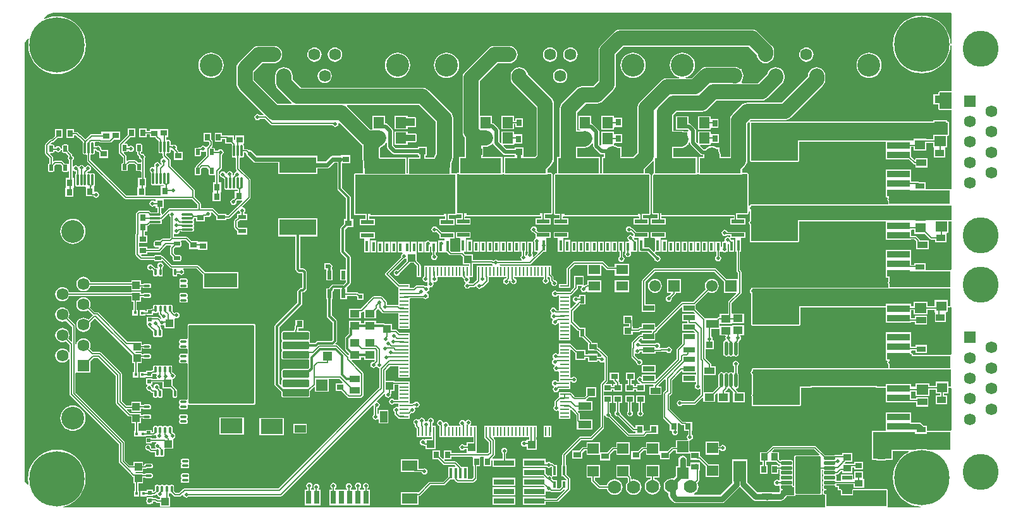
<source format=gtl>
G04*
G04 #@! TF.GenerationSoftware,Altium Limited,Altium Designer,21.6.4 (81)*
G04*
G04 Layer_Physical_Order=1*
G04 Layer_Color=255*
%FSLAX25Y25*%
%MOIN*%
G70*
G04*
G04 #@! TF.SameCoordinates,21ADAE42-517F-4329-814C-ACF1F8BA2FEA*
G04*
G04*
G04 #@! TF.FilePolarity,Positive*
G04*
G01*
G75*
%ADD12C,0.02362*%
%ADD14C,0.01000*%
%ADD15C,0.00600*%
G04:AMPARAMS|DCode=22|XSize=59.06mil|YSize=17.72mil|CornerRadius=1.95mil|HoleSize=0mil|Usage=FLASHONLY|Rotation=180.000|XOffset=0mil|YOffset=0mil|HoleType=Round|Shape=RoundedRectangle|*
%AMROUNDEDRECTD22*
21,1,0.05906,0.01382,0,0,180.0*
21,1,0.05516,0.01772,0,0,180.0*
1,1,0.00390,-0.02758,0.00691*
1,1,0.00390,0.02758,0.00691*
1,1,0.00390,0.02758,-0.00691*
1,1,0.00390,-0.02758,-0.00691*
%
%ADD22ROUNDEDRECTD22*%
%ADD23R,0.03937X0.04331*%
%ADD24R,0.05906X0.05512*%
%ADD25R,0.05315X0.03740*%
%ADD26R,0.01968X0.01968*%
%ADD27R,0.04921X0.03150*%
%ADD28R,0.01968X0.01870*%
%ADD29R,0.06004X0.02559*%
%ADD30R,0.05315X0.03347*%
%ADD31R,0.03150X0.03543*%
%ADD32R,0.17323X0.07480*%
%ADD33R,0.07087X0.03937*%
%ADD34R,0.03937X0.02953*%
%ADD35R,0.03543X0.02756*%
%ADD36R,0.01968X0.01968*%
%ADD37R,0.03543X0.03937*%
%ADD38R,0.33622X0.21063*%
%ADD39R,0.12047X0.03504*%
%ADD40R,0.03937X0.03150*%
%ADD41R,0.02559X0.03543*%
%ADD42R,0.05906X0.05906*%
%ADD43R,0.04331X0.03543*%
%ADD44R,0.03543X0.03150*%
%ADD45R,0.03150X0.03543*%
%ADD46R,0.02756X0.03543*%
%ADD47R,0.06693X0.04331*%
%ADD48R,0.05339X0.02190*%
%ADD49R,0.02985X0.03197*%
%ADD50R,0.03543X0.02953*%
%ADD51R,0.02362X0.04528*%
%ADD52R,0.05118X0.03937*%
%ADD53R,0.11811X0.07874*%
G04:AMPARAMS|DCode=54|XSize=37.4mil|YSize=137.8mil|CornerRadius=2.06mil|HoleSize=0mil|Usage=FLASHONLY|Rotation=270.000|XOffset=0mil|YOffset=0mil|HoleType=Round|Shape=RoundedRectangle|*
%AMROUNDEDRECTD54*
21,1,0.03740,0.13368,0,0,270.0*
21,1,0.03329,0.13780,0,0,270.0*
1,1,0.00411,-0.06684,-0.01664*
1,1,0.00411,-0.06684,0.01664*
1,1,0.00411,0.06684,0.01664*
1,1,0.00411,0.06684,-0.01664*
%
%ADD54ROUNDEDRECTD54*%
G04:AMPARAMS|DCode=55|XSize=413.39mil|YSize=346.46mil|CornerRadius=1.73mil|HoleSize=0mil|Usage=FLASHONLY|Rotation=270.000|XOffset=0mil|YOffset=0mil|HoleType=Round|Shape=RoundedRectangle|*
%AMROUNDEDRECTD55*
21,1,0.41339,0.34299,0,0,270.0*
21,1,0.40992,0.34646,0,0,270.0*
1,1,0.00347,-0.17150,-0.20496*
1,1,0.00347,-0.17150,0.20496*
1,1,0.00347,0.17150,0.20496*
1,1,0.00347,0.17150,-0.20496*
%
%ADD55ROUNDEDRECTD55*%
%ADD56R,0.19685X0.08465*%
G04:AMPARAMS|DCode=57|XSize=31.89mil|YSize=12.6mil|CornerRadius=1.58mil|HoleSize=0mil|Usage=FLASHONLY|Rotation=0.000|XOffset=0mil|YOffset=0mil|HoleType=Round|Shape=RoundedRectangle|*
%AMROUNDEDRECTD57*
21,1,0.03189,0.00945,0,0,0.0*
21,1,0.02874,0.01260,0,0,0.0*
1,1,0.00315,0.01437,-0.00472*
1,1,0.00315,-0.01437,-0.00472*
1,1,0.00315,-0.01437,0.00472*
1,1,0.00315,0.01437,0.00472*
%
%ADD57ROUNDEDRECTD57*%
G04:AMPARAMS|DCode=58|XSize=31.89mil|YSize=12.6mil|CornerRadius=1.58mil|HoleSize=0mil|Usage=FLASHONLY|Rotation=90.000|XOffset=0mil|YOffset=0mil|HoleType=Round|Shape=RoundedRectangle|*
%AMROUNDEDRECTD58*
21,1,0.03189,0.00945,0,0,90.0*
21,1,0.02874,0.01260,0,0,90.0*
1,1,0.00315,0.00472,0.01437*
1,1,0.00315,0.00472,-0.01437*
1,1,0.00315,-0.00472,-0.01437*
1,1,0.00315,-0.00472,0.01437*
%
%ADD58ROUNDEDRECTD58*%
G04:AMPARAMS|DCode=59|XSize=57.87mil|YSize=11.02mil|CornerRadius=1.38mil|HoleSize=0mil|Usage=FLASHONLY|Rotation=270.000|XOffset=0mil|YOffset=0mil|HoleType=Round|Shape=RoundedRectangle|*
%AMROUNDEDRECTD59*
21,1,0.05787,0.00827,0,0,270.0*
21,1,0.05512,0.01102,0,0,270.0*
1,1,0.00276,-0.00413,-0.02756*
1,1,0.00276,-0.00413,0.02756*
1,1,0.00276,0.00413,0.02756*
1,1,0.00276,0.00413,-0.02756*
%
%ADD59ROUNDEDRECTD59*%
%ADD60R,0.04331X0.02362*%
G04:AMPARAMS|DCode=61|XSize=21.65mil|YSize=31.5mil|CornerRadius=1.95mil|HoleSize=0mil|Usage=FLASHONLY|Rotation=180.000|XOffset=0mil|YOffset=0mil|HoleType=Round|Shape=RoundedRectangle|*
%AMROUNDEDRECTD61*
21,1,0.02165,0.02760,0,0,180.0*
21,1,0.01776,0.03150,0,0,180.0*
1,1,0.00390,-0.00888,0.01380*
1,1,0.00390,0.00888,0.01380*
1,1,0.00390,0.00888,-0.01380*
1,1,0.00390,-0.00888,-0.01380*
%
%ADD61ROUNDEDRECTD61*%
G04:AMPARAMS|DCode=62|XSize=57.87mil|YSize=11.02mil|CornerRadius=1.38mil|HoleSize=0mil|Usage=FLASHONLY|Rotation=0.000|XOffset=0mil|YOffset=0mil|HoleType=Round|Shape=RoundedRectangle|*
%AMROUNDEDRECTD62*
21,1,0.05787,0.00827,0,0,0.0*
21,1,0.05512,0.01102,0,0,0.0*
1,1,0.00276,0.02756,-0.00413*
1,1,0.00276,-0.02756,-0.00413*
1,1,0.00276,-0.02756,0.00413*
1,1,0.00276,0.02756,0.00413*
%
%ADD62ROUNDEDRECTD62*%
G04:AMPARAMS|DCode=63|XSize=21.65mil|YSize=31.5mil|CornerRadius=1.95mil|HoleSize=0mil|Usage=FLASHONLY|Rotation=270.000|XOffset=0mil|YOffset=0mil|HoleType=Round|Shape=RoundedRectangle|*
%AMROUNDEDRECTD63*
21,1,0.02165,0.02760,0,0,270.0*
21,1,0.01776,0.03150,0,0,270.0*
1,1,0.00390,-0.01380,-0.00888*
1,1,0.00390,-0.01380,0.00888*
1,1,0.00390,0.01380,0.00888*
1,1,0.00390,0.01380,-0.00888*
%
%ADD63ROUNDEDRECTD63*%
%ADD64R,0.01772X0.01772*%
%ADD65R,0.03937X0.04134*%
%ADD66R,0.04134X0.03937*%
%ADD67R,0.02757X0.06892*%
%ADD68R,0.02761X0.06902*%
%ADD69R,0.02758X0.06896*%
%ADD70R,0.02759X0.06898*%
%ADD71R,0.02760X0.06900*%
%ADD72R,0.02757X0.06892*%
%ADD73R,0.02759X0.06897*%
%ADD74R,0.02760X0.06900*%
%ADD75R,0.05909X0.05909*%
%ADD76R,0.05913X0.05913*%
%ADD77R,0.03152X0.05910*%
%ADD78R,0.03151X0.05514*%
%ADD79R,0.05906X0.03937*%
%ADD80R,0.03942X0.05913*%
%ADD81R,0.00900X0.04800*%
%ADD82R,0.04800X0.00900*%
%ADD83R,0.01772X0.05709*%
%ADD84R,0.01772X0.05118*%
%ADD85R,0.01772X0.04331*%
%ADD86R,0.21260X0.10433*%
%ADD87R,0.38583X0.20079*%
%ADD88R,0.06693X0.01968*%
%ADD89R,0.21654X0.07874*%
%ADD90R,0.04331X0.03937*%
%ADD91R,0.06102X0.05906*%
%ADD92R,0.06299X0.05512*%
%ADD93R,0.07480X0.07480*%
%ADD94R,0.01575X0.05315*%
%ADD95R,0.06693X0.11024*%
%ADD96R,0.06299X0.13780*%
%ADD97R,0.01400X0.03200*%
%ADD98R,0.01400X0.05000*%
%ADD99R,0.10984X0.02913*%
%ADD100R,0.03740X0.03347*%
%ADD101R,0.04724X0.03543*%
%ADD102R,0.06102X0.05512*%
%ADD103R,0.05709X0.05118*%
%ADD104R,0.05512X0.05906*%
%ADD105R,0.03347X0.03543*%
%ADD106R,0.03740X0.03150*%
%ADD107R,0.02362X0.03937*%
%ADD108R,0.01772X0.03937*%
%ADD109R,0.03347X0.02756*%
%ADD110O,0.01772X0.07480*%
%ADD111R,0.06299X0.04921*%
%ADD119R,0.04724X0.04724*%
%ADD184C,0.06260*%
%ADD185R,0.06260X0.06260*%
%ADD186C,0.12008*%
%ADD188R,0.06260X0.06260*%
%ADD190C,0.06265*%
%ADD191R,0.06265X0.06265*%
%ADD192C,0.18996*%
G04:AMPARAMS|DCode=199|XSize=133.86mil|YSize=196.85mil|CornerRadius=2.01mil|HoleSize=0mil|Usage=FLASHONLY|Rotation=180.000|XOffset=0mil|YOffset=0mil|HoleType=Round|Shape=RoundedRectangle|*
%AMROUNDEDRECTD199*
21,1,0.13386,0.19284,0,0,180.0*
21,1,0.12984,0.19685,0,0,180.0*
1,1,0.00402,-0.06492,0.09642*
1,1,0.00402,0.06492,0.09642*
1,1,0.00402,0.06492,-0.09642*
1,1,0.00402,-0.06492,-0.09642*
%
%ADD199ROUNDEDRECTD199*%
%ADD200R,0.12795X0.12795*%
%ADD201R,0.08268X0.05512*%
%ADD202C,0.00630*%
%ADD203C,0.03150*%
%ADD204C,0.01200*%
%ADD205C,0.01968*%
%ADD206C,0.07874*%
%ADD207R,0.09449X0.03543*%
%ADD208R,0.08583X0.04134*%
%ADD209C,0.07000*%
%ADD210C,0.29134*%
%ADD211C,0.01968*%
%ADD212O,0.03543X0.06299*%
%ADD213R,0.06102X0.06102*%
%ADD214C,0.06102*%
%ADD215C,0.02598*%
%ADD216C,0.01988*%
%ADD217C,0.01987*%
%ADD218C,0.05000*%
G36*
X471467Y244879D02*
X471486Y244787D01*
Y228995D01*
X470986Y228975D01*
X470842Y230808D01*
X470285Y233130D01*
X469371Y235335D01*
X468124Y237371D01*
X466573Y239186D01*
X464758Y240737D01*
X462723Y241984D01*
X460517Y242898D01*
X458196Y243455D01*
X455816Y243642D01*
X453436Y243455D01*
X451114Y242898D01*
X448909Y241984D01*
X446873Y240737D01*
X445058Y239186D01*
X443507Y237371D01*
X442260Y235335D01*
X441347Y233130D01*
X440789Y230808D01*
X440602Y228428D01*
X440789Y226048D01*
X441347Y223727D01*
X442260Y221521D01*
X443507Y219486D01*
X445058Y217670D01*
X446873Y216120D01*
X448909Y214873D01*
X451114Y213959D01*
X453436Y213402D01*
X455816Y213214D01*
X458196Y213402D01*
X460517Y213959D01*
X462723Y214873D01*
X464758Y216120D01*
X466573Y217670D01*
X468124Y219486D01*
X469371Y221521D01*
X470285Y223727D01*
X470842Y226048D01*
X470986Y227881D01*
X471486Y227862D01*
Y203890D01*
X465319D01*
X464860Y203699D01*
X464670Y203240D01*
Y202068D01*
X462081D01*
Y196932D01*
X464670D01*
Y194579D01*
X464860Y194120D01*
X465319Y193929D01*
X471486D01*
Y152373D01*
X470986Y152140D01*
X470664Y152273D01*
X458089D01*
Y155997D01*
X454462D01*
X454171Y156191D01*
X453815Y156262D01*
X450568D01*
X450215Y156616D01*
X450215Y157979D01*
X450215Y158183D01*
Y162683D01*
X436968D01*
Y158183D01*
X436968Y157683D01*
X436968Y157479D01*
Y152979D01*
X436968D01*
Y152683D01*
X436968D01*
Y147979D01*
X437632D01*
X437899Y147479D01*
X437818Y147357D01*
X437694Y146735D01*
X437818Y146113D01*
X438125Y145654D01*
Y144537D01*
X437863Y144146D01*
X365791Y144145D01*
X365332Y143955D01*
X365209Y143657D01*
X365083Y143602D01*
X364586Y143928D01*
X364582Y143938D01*
Y160193D01*
X364392Y160652D01*
X363933Y160842D01*
X361140D01*
Y162638D01*
X362633Y164130D01*
X362633Y164130D01*
X363360Y165078D01*
X363817Y166181D01*
X363973Y167365D01*
Y186685D01*
X364752Y187464D01*
X365176Y187181D01*
X365142Y187098D01*
X365142Y167217D01*
X365332Y166757D01*
X365791Y166567D01*
X390516D01*
X390975Y166757D01*
X391165Y167217D01*
Y177315D01*
X436968Y177315D01*
Y173183D01*
X436968Y172683D01*
X436968Y172479D01*
Y167979D01*
X444946D01*
X445028Y167963D01*
X449059D01*
X451575Y165447D01*
X451877Y165245D01*
X452233Y165174D01*
X452479D01*
Y163635D01*
X458994D01*
Y168576D01*
X452479D01*
Y167829D01*
X452017Y167638D01*
X450215Y169441D01*
Y172479D01*
X450215Y172979D01*
X450215Y173183D01*
Y174400D01*
X451456D01*
Y172395D01*
X458364D01*
Y176631D01*
X462046D01*
Y174206D01*
X462325D01*
X462342Y173713D01*
X462342D01*
Y168970D01*
X468266D01*
Y173713D01*
X468266D01*
X468283Y174206D01*
X469349D01*
Y180269D01*
X469512Y180336D01*
X469687Y180363D01*
X470086Y180606D01*
X470133Y180671D01*
X470207Y180702D01*
X470275Y180865D01*
X470379Y181008D01*
X470367Y181087D01*
X470398Y181161D01*
X470398Y187099D01*
X470207Y187558D01*
X469748Y187748D01*
X469349D01*
Y188398D01*
X462046D01*
Y187748D01*
X365791Y187748D01*
X365709Y187714D01*
X365426Y188138D01*
X365906Y188618D01*
X383808D01*
X384992Y188773D01*
X386095Y189230D01*
X387042Y189957D01*
X403696Y206611D01*
X404423Y207558D01*
X404880Y208662D01*
X405036Y209846D01*
X405036Y209846D01*
Y211912D01*
X404880Y213096D01*
X404423Y214200D01*
X403696Y215147D01*
X402749Y215874D01*
X401645Y216331D01*
X400461Y216487D01*
X399277Y216331D01*
X398174Y215874D01*
X397227Y215147D01*
X396500Y214200D01*
X396043Y213096D01*
X395887Y211912D01*
Y211740D01*
X381913Y197767D01*
X364011D01*
X362827Y197611D01*
X361723Y197154D01*
X360776Y196427D01*
X356164Y191814D01*
X355437Y190867D01*
X354980Y189763D01*
X354824Y188579D01*
Y169260D01*
X354708Y169145D01*
X349800D01*
Y170357D01*
X349644Y171541D01*
X349231Y172539D01*
Y174068D01*
X347840D01*
X347512Y174319D01*
X346409Y174776D01*
X345225Y174932D01*
X344041Y174776D01*
X342938Y174319D01*
X341990Y173592D01*
X341774Y173310D01*
X340854D01*
X339042Y175122D01*
X339233Y175584D01*
X344762D01*
Y176070D01*
X344861Y176529D01*
X348817D01*
Y181272D01*
X344861D01*
X344762Y181731D01*
Y182690D01*
X338050D01*
Y176767D01*
X337588Y176575D01*
X336917Y177246D01*
Y183074D01*
X336795Y183691D01*
X336445Y184215D01*
X334398Y186262D01*
X333874Y186612D01*
X333257Y186735D01*
X332912D01*
Y190642D01*
X326200D01*
Y183537D01*
X331179D01*
X331328Y183508D01*
X332571D01*
X332881Y183129D01*
X332699Y182690D01*
X330482D01*
X330080Y182856D01*
X328896Y183012D01*
X324996D01*
Y191072D01*
X326929Y193005D01*
X339943D01*
X341127Y193160D01*
X342230Y193617D01*
X343178Y194344D01*
X347697Y198864D01*
X371457D01*
X372641Y199020D01*
X373744Y199477D01*
X374691Y200204D01*
X382121Y207634D01*
X382121Y207634D01*
X382848Y208581D01*
X383305Y209684D01*
X383461Y210868D01*
Y211912D01*
X383305Y213096D01*
X382848Y214200D01*
X382121Y215147D01*
X381174Y215874D01*
X380070Y216331D01*
X378887Y216487D01*
X377702Y216331D01*
X376599Y215874D01*
X375652Y215147D01*
X374925Y214200D01*
X374468Y213096D01*
X374441Y212892D01*
X369562Y208013D01*
X361471D01*
X361042Y208183D01*
Y209323D01*
X361273Y209625D01*
X361730Y210729D01*
X361886Y211912D01*
X361730Y213096D01*
X361273Y214200D01*
X361042Y214502D01*
Y215642D01*
X359955D01*
X359422Y216051D01*
X358319Y216508D01*
X357135Y216664D01*
X342469D01*
X341285Y216508D01*
X340182Y216051D01*
X339234Y215324D01*
X334538Y210628D01*
X331521D01*
X331447Y211128D01*
X332253Y211372D01*
X333400Y211985D01*
X334406Y212811D01*
X335231Y213816D01*
X335844Y214964D01*
X336222Y216208D01*
X336349Y217503D01*
X336222Y218798D01*
X335844Y220042D01*
X335231Y221190D01*
X334406Y222195D01*
X333400Y223021D01*
X332253Y223634D01*
X331008Y224011D01*
X329713Y224139D01*
X328419Y224011D01*
X327174Y223634D01*
X326027Y223021D01*
X325021Y222195D01*
X324196Y221190D01*
X323583Y220042D01*
X323205Y218798D01*
X323077Y217503D01*
X323205Y216208D01*
X323583Y214964D01*
X324196Y213816D01*
X325021Y212811D01*
X326027Y211985D01*
X327174Y211372D01*
X327980Y211128D01*
X327906Y210628D01*
X321525D01*
X321524Y210628D01*
X320340Y210472D01*
X319237Y210015D01*
X318290Y209288D01*
X307305Y198304D01*
X306578Y197356D01*
X306121Y196253D01*
X305965Y195069D01*
Y171504D01*
X303606Y169145D01*
X297438D01*
Y169679D01*
X297459D01*
Y174422D01*
X295529D01*
X295150Y174713D01*
X294047Y175170D01*
X293956Y175182D01*
X293542Y175387D01*
X293542Y176207D01*
X293877Y176568D01*
X297833D01*
Y181312D01*
X293877D01*
X293542Y181673D01*
Y182493D01*
X286830D01*
Y175443D01*
X286437Y175128D01*
X285894Y175672D01*
Y182483D01*
X285771Y183101D01*
X285421Y183624D01*
X282705Y186341D01*
X282181Y186691D01*
X281770Y186773D01*
Y190721D01*
X275058D01*
Y183616D01*
X275892D01*
X276129Y183116D01*
X276101Y183082D01*
X274150D01*
Y192590D01*
X278839Y197279D01*
X284595D01*
X285779Y197435D01*
X286882Y197892D01*
X287830Y198619D01*
X293342Y204131D01*
X293342Y204131D01*
X294069Y205078D01*
X294526Y206181D01*
X294682Y207365D01*
X294682Y207365D01*
Y223187D01*
X298695Y227200D01*
X364590D01*
X368952Y222838D01*
X369074Y221910D01*
X369531Y220806D01*
X370258Y219859D01*
X371205Y219132D01*
X372309Y218675D01*
X373493Y218519D01*
X374677Y218675D01*
X375780Y219132D01*
X376728Y219859D01*
X377454Y220806D01*
X377911Y221910D01*
X378067Y223094D01*
Y224767D01*
X377911Y225951D01*
X377454Y227054D01*
X376728Y228002D01*
X369720Y235009D01*
X368772Y235736D01*
X367669Y236193D01*
X366485Y236349D01*
X296800D01*
X295616Y236193D01*
X294513Y235736D01*
X293565Y235009D01*
X293565Y235009D01*
X286872Y228316D01*
X286145Y227369D01*
X285688Y226266D01*
X285532Y225082D01*
Y209260D01*
X282700Y206428D01*
X276944D01*
X275760Y206272D01*
X274657Y205815D01*
X273709Y205088D01*
X266341Y197720D01*
X265614Y196772D01*
X265157Y195669D01*
X265001Y194485D01*
Y175740D01*
Y169107D01*
X263562D01*
Y160547D01*
X262791D01*
X262332Y160357D01*
X262293Y160318D01*
X262103Y159858D01*
Y139189D01*
X262293Y138730D01*
X262752Y138540D01*
X264806D01*
Y136725D01*
X261790D01*
Y133557D01*
X269683D01*
Y136725D01*
X266668D01*
Y137585D01*
X266909Y137986D01*
X306691D01*
X306932Y137585D01*
Y136725D01*
X303916D01*
Y133557D01*
X311809D01*
Y136725D01*
X308794D01*
Y138540D01*
X312260D01*
X312719Y138730D01*
X312909Y139189D01*
Y159898D01*
X312719Y160357D01*
X312260Y160547D01*
X310038D01*
Y162638D01*
X313775Y166375D01*
X313775Y166375D01*
X314164Y166883D01*
X314665Y166713D01*
Y161143D01*
X314506Y160663D01*
X314366Y160559D01*
X314205Y160492D01*
X314174Y160415D01*
X314107Y160366D01*
X313867Y159965D01*
X313842Y159793D01*
X313776Y159632D01*
Y153031D01*
X313679Y152542D01*
X313776Y152054D01*
Y145846D01*
X313679Y145357D01*
X313776Y144869D01*
Y139484D01*
X313966Y139025D01*
X314425Y138835D01*
X316735D01*
Y136725D01*
X312893D01*
Y133557D01*
X320786D01*
Y136725D01*
X318597D01*
Y137986D01*
X356794D01*
Y136725D01*
X355019D01*
Y133557D01*
X362912D01*
Y136725D01*
X358656D01*
Y138835D01*
X363933D01*
X364392Y139025D01*
X364582Y139484D01*
Y140232D01*
X365083Y140522D01*
X365092Y140517D01*
X365142Y140432D01*
Y135518D01*
X364905Y135162D01*
X364781Y134540D01*
X364905Y133918D01*
X365142Y133563D01*
Y124736D01*
X365332Y124277D01*
X365791Y124087D01*
X390516D01*
X390975Y124277D01*
X391165Y124736D01*
X391165Y135268D01*
X436968Y135268D01*
Y130768D01*
X436968Y130268D01*
X436968Y130064D01*
Y125565D01*
X450215D01*
Y125733D01*
X452076D01*
X452991Y124818D01*
Y120407D01*
X459506D01*
Y125347D01*
X454845D01*
X454807Y125535D01*
X454605Y125838D01*
X453120Y127323D01*
X452818Y127525D01*
X452461Y127596D01*
X450215D01*
X450215Y130450D01*
X450568Y130804D01*
X451977D01*
Y128576D01*
X457569D01*
X460187Y125959D01*
X460489Y125757D01*
X460845Y125686D01*
X462972D01*
Y124246D01*
X468896D01*
Y128989D01*
X469273Y129285D01*
X470097D01*
Y135268D01*
X471486D01*
Y109735D01*
X470986Y109401D01*
X470985Y109401D01*
X458089D01*
Y113320D01*
X451968D01*
Y112371D01*
X450215D01*
Y115065D01*
X450215Y115565D01*
X450215Y115768D01*
Y120268D01*
X436968D01*
Y115768D01*
X436968Y115268D01*
X436968Y115065D01*
Y110768D01*
X436968Y110564D01*
X436968D01*
Y110268D01*
X436968D01*
Y105564D01*
X438446D01*
X438446Y104007D01*
X438212Y103656D01*
X438088Y103034D01*
X438212Y102413D01*
X438446Y102062D01*
Y100585D01*
X438300Y100366D01*
X366500Y100366D01*
X366041Y100176D01*
X365851Y99717D01*
Y99639D01*
X365729Y99558D01*
X365377Y99031D01*
X365253Y98409D01*
X365377Y97787D01*
X365729Y97259D01*
X365851Y97178D01*
X365851Y80957D01*
X366041Y80497D01*
X366500Y80307D01*
X391224D01*
X391684Y80497D01*
X391874Y80957D01*
X391874Y89992D01*
X436968Y89992D01*
Y87225D01*
X436968Y86725D01*
X436968Y86521D01*
Y82021D01*
X450215D01*
Y82182D01*
X452204D01*
Y80761D01*
X458719D01*
Y85702D01*
X452204D01*
Y84045D01*
X450215D01*
Y86521D01*
X450215Y87021D01*
X450215Y87225D01*
Y88442D01*
X451731D01*
Y86253D01*
X459034D01*
Y88678D01*
X462755D01*
Y87496D01*
X462755Y87395D01*
X462755Y87395D01*
X462814Y87020D01*
X462814D01*
Y82277D01*
X468739D01*
Y87020D01*
X469041Y87395D01*
X469664D01*
Y89992D01*
X470831D01*
X470986Y90057D01*
X471486Y89726D01*
Y65160D01*
X470986Y64829D01*
X470831Y64894D01*
X451401D01*
Y65051D01*
X451211Y65510D01*
X450752Y65701D01*
X450568D01*
X450215Y66054D01*
X450215Y66986D01*
X450568Y67339D01*
X452479D01*
Y65801D01*
X458601D01*
Y70150D01*
X452479D01*
Y69202D01*
X450215D01*
Y71521D01*
X450215Y72021D01*
X450215Y72225D01*
Y76725D01*
X436968D01*
Y72225D01*
X436968Y71725D01*
X436968Y71521D01*
Y67225D01*
X436968Y66725D01*
X436968Y66521D01*
Y62021D01*
X437615D01*
X437851Y61580D01*
X437818Y61531D01*
X437694Y60909D01*
X437818Y60287D01*
X438170Y59759D01*
X438292Y59678D01*
Y57965D01*
X438186Y57807D01*
X366894Y57807D01*
X366435Y57617D01*
X366244Y57157D01*
Y56787D01*
X366187Y56749D01*
X365834Y56221D01*
X365711Y55599D01*
X365834Y54977D01*
X366187Y54450D01*
X366244Y54412D01*
X366244Y44327D01*
X366164Y44208D01*
X366041Y43586D01*
X366164Y42964D01*
X366244Y42844D01*
Y38398D01*
X366435Y37938D01*
X366894Y37748D01*
X391618D01*
X392077Y37938D01*
X392267Y38398D01*
X392267Y47473D01*
X397420D01*
X397880Y47663D01*
X397907Y47729D01*
X431756D01*
X431783Y47663D01*
X432242Y47473D01*
X436968D01*
Y45099D01*
X436968Y44599D01*
X436968Y44395D01*
Y39895D01*
X450215D01*
Y39898D01*
X452873D01*
Y37612D01*
X459388D01*
Y42552D01*
X452873D01*
Y41761D01*
X450215D01*
Y44395D01*
X450215Y44895D01*
X450215Y45099D01*
Y45647D01*
X452676D01*
Y43222D01*
X459979D01*
Y46631D01*
X463188D01*
Y44403D01*
X465711D01*
Y43635D01*
X463405D01*
Y38891D01*
X469329D01*
Y43635D01*
X467574D01*
Y44403D01*
X470097D01*
Y47473D01*
X471224D01*
X471486Y47297D01*
Y25219D01*
X470986Y24888D01*
X470831Y24953D01*
X458522Y24953D01*
Y27690D01*
X456715D01*
X455788Y28617D01*
X455069Y29097D01*
X454221Y29266D01*
X450568D01*
X450215Y29620D01*
Y29895D01*
X450215Y30099D01*
Y34599D01*
X436968D01*
Y30099D01*
X436968Y29599D01*
X436968Y29395D01*
Y24953D01*
X430240D01*
X429781Y24762D01*
X429591Y24303D01*
X429591Y14854D01*
Y10130D01*
X429781Y9671D01*
X430240Y9481D01*
X431931D01*
Y9081D01*
X437069D01*
Y9481D01*
X440083D01*
X440542Y9671D01*
X440732Y10130D01*
X440732Y14205D01*
X448997D01*
X449095Y13714D01*
X448909Y13637D01*
X446873Y12390D01*
X445058Y10840D01*
X443507Y9024D01*
X442260Y6989D01*
X441347Y4783D01*
X440789Y2462D01*
X440602Y82D01*
X440789Y-2298D01*
X441347Y-4620D01*
X442260Y-6825D01*
X443507Y-8861D01*
X445058Y-10676D01*
X446873Y-12227D01*
X448909Y-13474D01*
X451114Y-14387D01*
X453436Y-14945D01*
X455430Y-15102D01*
X455410Y-15602D01*
X437960D01*
X437786Y-15132D01*
X437976Y-14673D01*
X437976Y-6602D01*
X437786Y-6143D01*
X437327Y-5953D01*
X419755Y-5953D01*
X419295Y-6143D01*
X419105Y-6602D01*
Y-8582D01*
X413865D01*
Y-6602D01*
X413674Y-6143D01*
X413215Y-5953D01*
X412425D01*
Y-4634D01*
X412235Y-4175D01*
X411776Y-3984D01*
X411055D01*
X410845Y-3630D01*
X411066Y-3255D01*
X419940D01*
Y-5203D01*
X425471D01*
Y-460D01*
X425390D01*
X424939Y-341D01*
Y3615D01*
X420393D01*
Y-341D01*
X419942Y-460D01*
X419940D01*
X419755Y-37D01*
Y1836D01*
X416628D01*
X416485Y1864D01*
X416342Y1836D01*
X413215D01*
Y-1423D01*
X410945D01*
X410836Y-1287D01*
X410681Y-987D01*
X410818Y-781D01*
X410880Y-471D01*
Y910D01*
X410818Y1221D01*
X410702Y1415D01*
X410889Y1771D01*
X410955Y1847D01*
X411293D01*
X411649Y1918D01*
X411951Y2120D01*
X413416Y3585D01*
X413916Y3554D01*
Y2671D01*
X419447D01*
Y5627D01*
X420393D01*
Y4580D01*
X424939D01*
Y8536D01*
X420393D01*
Y7489D01*
X416997D01*
X416640Y7419D01*
X416634Y7414D01*
X415369D01*
X415162Y7914D01*
X415490Y8242D01*
X415692Y8544D01*
X415698Y8576D01*
X419447D01*
Y13320D01*
X413916D01*
Y12180D01*
X410172D01*
X409816Y12110D01*
X409588Y11957D01*
X405060D01*
X400378Y16640D01*
X400076Y16842D01*
X399719Y16913D01*
X377621D01*
X377264Y16842D01*
X376962Y16640D01*
X373996Y13674D01*
X370668D01*
Y8537D01*
X371991D01*
Y6872D01*
X370766D01*
Y2128D01*
X374525D01*
Y6872D01*
X373853D01*
Y8537D01*
X375287D01*
X375412Y8537D01*
Y8537D01*
X375786D01*
Y8537D01*
X379188D01*
X380314Y7412D01*
X380616Y7210D01*
X380920Y7149D01*
X380971Y6896D01*
X381087Y6701D01*
X380900Y6346D01*
X380834Y6269D01*
X380234D01*
Y6872D01*
X376475D01*
Y2128D01*
X380234D01*
Y4406D01*
X380834D01*
X380900Y4330D01*
X381093Y3963D01*
X380971Y3780D01*
X380909Y3470D01*
Y2088D01*
X380971Y1778D01*
X381137Y1499D01*
X380971Y1221D01*
X380909Y910D01*
Y-471D01*
X380971Y-781D01*
X380889Y-984D01*
X380351Y-1128D01*
X380139Y-986D01*
X379517Y-862D01*
X378895Y-986D01*
X378368Y-1338D01*
X378015Y-1866D01*
X377892Y-2488D01*
X378015Y-3110D01*
X378368Y-3637D01*
X378895Y-3989D01*
X379517Y-4113D01*
X380139Y-3989D01*
X380526Y-3730D01*
X380939Y-4056D01*
X380909Y-4208D01*
Y-5590D01*
X380971Y-5900D01*
X381146Y-6163D01*
Y-6194D01*
X380971Y-6457D01*
X380909Y-6767D01*
Y-7203D01*
X380567Y-7545D01*
X375954D01*
X375809Y-7574D01*
X374248D01*
X374103Y-7545D01*
X369174D01*
X363898Y-2268D01*
Y1834D01*
X363857Y2040D01*
Y9717D01*
X355964D01*
Y2040D01*
X355923Y1834D01*
Y-2426D01*
X349564Y-8784D01*
X335934D01*
X335835Y-8284D01*
X336068Y-8188D01*
X336924Y-7530D01*
X337581Y-6674D01*
X337995Y-5677D01*
X338135Y-4606D01*
X337995Y-3536D01*
X337581Y-2539D01*
X337496Y-2427D01*
X338202Y-1722D01*
X338404Y-1419D01*
X338475Y-1063D01*
Y2346D01*
X338474Y2351D01*
Y3714D01*
X338937D01*
Y8064D01*
X333801D01*
Y6311D01*
X333349Y6194D01*
Y6194D01*
X332012D01*
Y9531D01*
X331843Y10379D01*
X331363Y11097D01*
X330644Y11578D01*
X329796Y11746D01*
X328948Y11578D01*
X328230Y11097D01*
X327749Y10379D01*
X327581Y9531D01*
Y6194D01*
X326244D01*
Y1154D01*
X324825Y-265D01*
X324000Y-156D01*
X322930Y-297D01*
X321932Y-710D01*
X321076Y-1367D01*
X320419Y-2224D01*
X320005Y-3221D01*
X319865Y-4291D01*
X320005Y-5362D01*
X320419Y-6359D01*
X321076Y-7215D01*
X321932Y-7873D01*
X322284Y-8018D01*
Y-9155D01*
X322453Y-10003D01*
X322933Y-10722D01*
X324778Y-12567D01*
X325497Y-13047D01*
X326345Y-13216D01*
X350482D01*
X351330Y-13047D01*
X352049Y-12567D01*
X359653Y-4962D01*
X359763Y-4912D01*
X360293Y-4931D01*
X366690Y-11328D01*
X367409Y-11808D01*
X368257Y-11977D01*
X373361D01*
X373550Y-12103D01*
X374398Y-12272D01*
X375246Y-12103D01*
X375554Y-11897D01*
X375954Y-11976D01*
X381485D01*
X382333Y-11808D01*
X383052Y-11327D01*
X384666Y-9713D01*
X384731Y-9617D01*
X388603D01*
X388797Y-9536D01*
X389000Y-9481D01*
X389022Y-9443D01*
X389062Y-9427D01*
X389142Y-9233D01*
X389247Y-9050D01*
X389380Y-8955D01*
X389402Y-8959D01*
X402387D01*
X402699Y-8897D01*
X402964Y-8720D01*
X403141Y-8455D01*
X403203Y-8143D01*
Y4343D01*
X403699Y4366D01*
X403926Y3960D01*
X403805Y3780D01*
X403743Y3470D01*
Y2088D01*
X403805Y1778D01*
X403971Y1499D01*
X403805Y1221D01*
X403743Y910D01*
Y-471D01*
X403805Y-781D01*
X403981Y-1044D01*
Y-1075D01*
X403805Y-1338D01*
X403743Y-1649D01*
Y-3030D01*
X403805Y-3341D01*
X403971Y-3619D01*
X403805Y-3897D01*
X403743Y-4208D01*
Y-5590D01*
X403805Y-5900D01*
X403981Y-6163D01*
Y-6194D01*
X403805Y-6457D01*
X403743Y-6767D01*
Y-8149D01*
X403805Y-8459D01*
X403981Y-8722D01*
X404244Y-8897D01*
X404554Y-8959D01*
X404827D01*
X404827Y-14673D01*
X405017Y-15133D01*
X404843Y-15602D01*
X3277D01*
X3218Y-15102D01*
X4576Y-14776D01*
X6782Y-13862D01*
X8817Y-12615D01*
X10633Y-11064D01*
X12183Y-9249D01*
X13431Y-7213D01*
X14344Y-5008D01*
X14901Y-2686D01*
X15089Y-306D01*
X14901Y2074D01*
X14344Y4395D01*
X13431Y6600D01*
X12183Y8636D01*
X10633Y10451D01*
X8817Y12002D01*
X6782Y13249D01*
X4576Y14163D01*
X2255Y14720D01*
X-125Y14907D01*
X-2505Y14720D01*
X-4826Y14163D01*
X-7032Y13249D01*
X-9067Y12002D01*
X-10883Y10451D01*
X-12433Y8636D01*
X-13681Y6600D01*
X-14594Y4395D01*
X-15152Y2074D01*
X-15339Y-306D01*
X-15152Y-2686D01*
X-15025Y-3213D01*
X-15461Y-3457D01*
X-17092Y-1827D01*
X-17203Y-120D01*
X-17203Y-120D01*
X-17206D01*
X-17207Y-112D01*
Y200154D01*
X-17195Y227734D01*
X-17099Y229204D01*
X-15247Y231532D01*
X-14798Y231313D01*
X-15011Y230425D01*
X-15199Y228045D01*
X-15011Y225665D01*
X-14454Y223343D01*
X-13540Y221138D01*
X-12293Y219102D01*
X-10743Y217287D01*
X-8927Y215737D01*
X-6892Y214489D01*
X-4686Y213576D01*
X-2365Y213018D01*
X15Y212831D01*
X2395Y213018D01*
X4716Y213576D01*
X6922Y214489D01*
X8958Y215737D01*
X10773Y217287D01*
X12323Y219102D01*
X13571Y221138D01*
X14484Y223343D01*
X15042Y225665D01*
X15229Y228045D01*
X15042Y230425D01*
X14484Y232746D01*
X13571Y234952D01*
X12323Y236987D01*
X10773Y238803D01*
X8958Y240353D01*
X6922Y241600D01*
X4716Y242514D01*
X2395Y243071D01*
X15Y243259D01*
X-2365Y243071D01*
X-4686Y242514D01*
X-6460Y241779D01*
X-6771Y242192D01*
X-5056Y244349D01*
X-4073Y244682D01*
X-1800Y245134D01*
X25Y245254D01*
X513Y245285D01*
Y245285D01*
X516Y245286D01*
X1012Y245287D01*
X471298Y245287D01*
X471467Y244879D01*
D02*
G37*
G36*
X471618Y194579D02*
X465319D01*
Y203240D01*
X471618D01*
Y194579D01*
D02*
G37*
G36*
X469748Y181161D02*
X469349Y180918D01*
X462046D01*
Y178493D01*
X458364D01*
Y178713D01*
X451456D01*
Y177965D01*
X390516Y177964D01*
Y167217D01*
X365791D01*
X365791Y187098D01*
X469748Y187099D01*
X469748Y181161D01*
D02*
G37*
G36*
X333690Y176854D02*
Y176578D01*
X333813Y175960D01*
X334163Y175437D01*
X339045Y170555D01*
X339568Y170205D01*
X340186Y170082D01*
X340651D01*
Y169107D01*
X338286D01*
Y160842D01*
X337518D01*
Y169107D01*
X326377D01*
X326091Y169145D01*
X324996D01*
Y173863D01*
X328896D01*
X330080Y174019D01*
X331183Y174476D01*
X332131Y175203D01*
X332423Y175584D01*
X332951D01*
Y176376D01*
X333190Y176953D01*
X333690Y176854D01*
D02*
G37*
G36*
X282666Y176262D02*
Y175003D01*
X282789Y174385D01*
X283139Y173862D01*
X286092Y170909D01*
X286615Y170559D01*
X287233Y170437D01*
X288288D01*
Y169107D01*
X287184D01*
Y160547D01*
X286416D01*
Y169107D01*
X275274D01*
X274989Y169145D01*
X274150D01*
Y173845D01*
X274238Y173932D01*
X277942D01*
X279126Y174088D01*
X280229Y174545D01*
X281176Y175272D01*
X281291Y175387D01*
X281731D01*
Y175863D01*
X282167Y176431D01*
X282666Y176262D01*
D02*
G37*
G36*
X363933Y139484D02*
X314425D01*
Y159632D01*
X314665Y160033D01*
X320137D01*
X320422Y159995D01*
X326091D01*
X326377Y160033D01*
X337518D01*
Y160193D01*
X338286D01*
Y160033D01*
X344940D01*
X345225Y159995D01*
X356603D01*
X356888Y160033D01*
X361140D01*
Y160193D01*
X363933D01*
Y139484D01*
D02*
G37*
G36*
X470664Y144537D02*
X438774D01*
Y151624D01*
X470664D01*
Y144537D01*
D02*
G37*
G36*
X312260Y139189D02*
X262752D01*
Y159858D01*
X262791Y159898D01*
X312260D01*
Y139189D01*
D02*
G37*
G36*
X471618Y135917D02*
X470097D01*
Y135997D01*
X462794D01*
Y135917D01*
X390516Y135917D01*
X390516Y124736D01*
X365791D01*
X365791Y143496D01*
X471618Y143496D01*
X471618Y135917D01*
D02*
G37*
G36*
X470985Y100585D02*
X439096Y100585D01*
X439096Y108752D01*
X470985D01*
Y100585D01*
D02*
G37*
G36*
X470831Y90642D02*
X469664D01*
Y93713D01*
X462755D01*
Y90642D01*
X459034D01*
Y92965D01*
X451731D01*
Y90642D01*
X450215D01*
Y91725D01*
X436968D01*
Y90642D01*
X391224Y90642D01*
X391224Y80957D01*
X366500D01*
X366500Y99717D01*
X470831Y99717D01*
X470831Y90642D01*
D02*
G37*
G36*
X450752Y64244D02*
X470831D01*
Y57965D01*
X438941D01*
Y65051D01*
X450752D01*
Y64244D01*
D02*
G37*
G36*
X471224Y48122D02*
X470097D01*
Y50721D01*
X463188D01*
Y48493D01*
X459979D01*
Y49934D01*
X452676D01*
Y48122D01*
X450215D01*
Y49599D01*
X436968D01*
Y48122D01*
X432242D01*
Y48379D01*
X397420D01*
Y48122D01*
X391618D01*
X391618Y38398D01*
X366894D01*
X366894Y57157D01*
X471224Y57157D01*
X471224Y48122D01*
D02*
G37*
G36*
X470831Y14854D02*
X459254D01*
X458196Y15108D01*
X455816Y15296D01*
X453436Y15108D01*
X452378Y14854D01*
X440083D01*
X440083Y10130D01*
X430240D01*
Y14854D01*
X430240Y24303D01*
X452401Y24303D01*
Y23340D01*
X458522D01*
Y24303D01*
X470831Y24303D01*
X470831Y14854D01*
D02*
G37*
G36*
X401926Y12457D02*
X401719Y11957D01*
X389402D01*
X389090Y11895D01*
X388825Y11718D01*
X388648Y11453D01*
X388586Y11141D01*
Y-4015D01*
X388089D01*
X387845Y-3658D01*
X387822Y-3611D01*
X387984Y-3340D01*
X388046Y-3030D01*
Y-1649D01*
X387984Y-1338D01*
X387808Y-1075D01*
Y-1044D01*
X387984Y-781D01*
X388046Y-471D01*
Y910D01*
X387984Y1221D01*
X387817Y1499D01*
X387984Y1778D01*
X388046Y2088D01*
Y3470D01*
X387984Y3780D01*
X387808Y4043D01*
Y4074D01*
X387984Y4337D01*
X388046Y4647D01*
Y6029D01*
X387984Y6339D01*
X387817Y6617D01*
X387984Y6896D01*
X388046Y7206D01*
Y8588D01*
X387984Y8898D01*
X387808Y9161D01*
X387545Y9336D01*
X387235Y9398D01*
X381719D01*
X381409Y9336D01*
X381178Y9182D01*
X380530Y9830D01*
Y13674D01*
X377284D01*
X377092Y14136D01*
X378006Y15050D01*
X399334D01*
X401926Y12457D01*
D02*
G37*
G36*
X388586Y-8143D02*
X388648Y-8455D01*
X388664Y-8479D01*
Y-8493D01*
X388603Y-8968D01*
X382658D01*
Y-4683D01*
X382703Y-4664D01*
X388586D01*
Y-8143D01*
D02*
G37*
G36*
X411776Y-6602D02*
X413215D01*
Y-9231D01*
X419755D01*
Y-6602D01*
X437327Y-6602D01*
X437327Y-14673D01*
X405476Y-14673D01*
X405476Y-4634D01*
X411776D01*
Y-6602D01*
D02*
G37*
%LPC*%
G36*
X395068Y226856D02*
X394094Y226728D01*
X393187Y226352D01*
X392407Y225754D01*
X391810Y224975D01*
X391434Y224067D01*
X391305Y223094D01*
X391434Y222120D01*
X391810Y221213D01*
X392407Y220433D01*
X393187Y219835D01*
X394094Y219460D01*
X395068Y219332D01*
X396041Y219460D01*
X396949Y219835D01*
X397728Y220433D01*
X398326Y221213D01*
X398702Y222120D01*
X398830Y223094D01*
X398702Y224067D01*
X398326Y224975D01*
X397728Y225754D01*
X396949Y226352D01*
X396041Y226728D01*
X395068Y226856D01*
D02*
G37*
G36*
X270698D02*
X269724Y226728D01*
X268816Y226352D01*
X268037Y225754D01*
X267440Y224975D01*
X267064Y224067D01*
X266935Y223094D01*
X267064Y222120D01*
X267440Y221213D01*
X268037Y220433D01*
X268816Y219835D01*
X269724Y219460D01*
X270698Y219332D01*
X271671Y219460D01*
X272579Y219835D01*
X273358Y220433D01*
X273956Y221213D01*
X274331Y222120D01*
X274460Y223094D01*
X274331Y224067D01*
X273956Y224975D01*
X273358Y225754D01*
X272579Y226352D01*
X271671Y226728D01*
X270698Y226856D01*
D02*
G37*
G36*
X259910D02*
X258936Y226728D01*
X258029Y226352D01*
X257250Y225754D01*
X256652Y224975D01*
X256276Y224067D01*
X256148Y223094D01*
X256276Y222120D01*
X256652Y221213D01*
X257250Y220433D01*
X258029Y219835D01*
X258936Y219460D01*
X259910Y219332D01*
X260884Y219460D01*
X261791Y219835D01*
X262570Y220433D01*
X263168Y221213D01*
X263544Y222120D01*
X263672Y223094D01*
X263544Y224067D01*
X263168Y224975D01*
X262570Y225754D01*
X261791Y226352D01*
X260884Y226728D01*
X259910Y226856D01*
D02*
G37*
G36*
X146524D02*
X145551Y226728D01*
X144643Y226352D01*
X143864Y225754D01*
X143266Y224975D01*
X142890Y224067D01*
X142762Y223094D01*
X142890Y222120D01*
X143266Y221213D01*
X143864Y220433D01*
X144643Y219835D01*
X145551Y219460D01*
X146524Y219332D01*
X147498Y219460D01*
X148405Y219835D01*
X149185Y220433D01*
X149782Y221213D01*
X150158Y222120D01*
X150286Y223094D01*
X150158Y224067D01*
X149782Y224975D01*
X149185Y225754D01*
X148405Y226352D01*
X147498Y226728D01*
X146524Y226856D01*
D02*
G37*
G36*
X135737D02*
X134763Y226728D01*
X133856Y226352D01*
X133077Y225754D01*
X132479Y224975D01*
X132103Y224067D01*
X131975Y223094D01*
X132103Y222120D01*
X132479Y221213D01*
X133077Y220433D01*
X133856Y219835D01*
X134763Y219460D01*
X135737Y219332D01*
X136711Y219460D01*
X137618Y219835D01*
X138397Y220433D01*
X138995Y221213D01*
X139371Y222120D01*
X139499Y223094D01*
X139371Y224067D01*
X138995Y224975D01*
X138397Y225754D01*
X137618Y226352D01*
X136711Y226728D01*
X135737Y226856D01*
D02*
G37*
G36*
X428099Y224139D02*
X426804Y224011D01*
X425560Y223634D01*
X424412Y223021D01*
X423407Y222195D01*
X422582Y221190D01*
X421968Y220042D01*
X421591Y218798D01*
X421463Y217503D01*
X421591Y216208D01*
X421968Y214964D01*
X422582Y213816D01*
X423407Y212811D01*
X424412Y211985D01*
X425560Y211372D01*
X426804Y210995D01*
X428099Y210867D01*
X429394Y210995D01*
X430639Y211372D01*
X431786Y211985D01*
X432791Y212811D01*
X433617Y213816D01*
X434230Y214964D01*
X434608Y216208D01*
X434735Y217503D01*
X434608Y218798D01*
X434230Y220042D01*
X433617Y221190D01*
X432791Y222195D01*
X431786Y223021D01*
X430639Y223634D01*
X429394Y224011D01*
X428099Y224139D01*
D02*
G37*
G36*
X303729D02*
X302434Y224011D01*
X301190Y223634D01*
X300042Y223021D01*
X299037Y222195D01*
X298212Y221190D01*
X297598Y220042D01*
X297221Y218798D01*
X297093Y217503D01*
X297221Y216208D01*
X297598Y214964D01*
X298212Y213816D01*
X299037Y212811D01*
X300042Y211985D01*
X301190Y211372D01*
X302434Y210995D01*
X303729Y210867D01*
X305024Y210995D01*
X306269Y211372D01*
X307416Y211985D01*
X308421Y212811D01*
X309247Y213816D01*
X309860Y214964D01*
X310237Y216208D01*
X310365Y217503D01*
X310237Y218798D01*
X309860Y220042D01*
X309247Y221190D01*
X308421Y222195D01*
X307416Y223021D01*
X306269Y223634D01*
X305024Y224011D01*
X303729Y224139D01*
D02*
G37*
G36*
X205343D02*
X204049Y224011D01*
X202804Y223634D01*
X201657Y223021D01*
X200651Y222195D01*
X199826Y221190D01*
X199213Y220042D01*
X198835Y218798D01*
X198707Y217503D01*
X198835Y216208D01*
X199213Y214964D01*
X199826Y213816D01*
X200651Y212811D01*
X201657Y211985D01*
X202804Y211372D01*
X204049Y210995D01*
X205343Y210867D01*
X206638Y210995D01*
X207883Y211372D01*
X209030Y211985D01*
X210035Y212811D01*
X210861Y213816D01*
X211474Y214964D01*
X211852Y216208D01*
X211979Y217503D01*
X211852Y218798D01*
X211474Y220042D01*
X210861Y221190D01*
X210035Y222195D01*
X209030Y223021D01*
X207883Y223634D01*
X206638Y224011D01*
X205343Y224139D01*
D02*
G37*
G36*
X179556D02*
X178261Y224011D01*
X177016Y223634D01*
X175869Y223021D01*
X174864Y222195D01*
X174038Y221190D01*
X173425Y220042D01*
X173047Y218798D01*
X172920Y217503D01*
X173047Y216208D01*
X173425Y214964D01*
X174038Y213816D01*
X174864Y212811D01*
X175869Y211985D01*
X177016Y211372D01*
X178261Y210995D01*
X179556Y210867D01*
X180850Y210995D01*
X182095Y211372D01*
X183242Y211985D01*
X184248Y212811D01*
X185073Y213816D01*
X185687Y214964D01*
X186064Y216208D01*
X186192Y217503D01*
X186064Y218798D01*
X185687Y220042D01*
X185073Y221190D01*
X184248Y222195D01*
X183242Y223021D01*
X182095Y223634D01*
X180850Y224011D01*
X179556Y224139D01*
D02*
G37*
G36*
X81170D02*
X79875Y224011D01*
X78631Y223634D01*
X77483Y223021D01*
X76478Y222195D01*
X75652Y221190D01*
X75039Y220042D01*
X74662Y218798D01*
X74534Y217503D01*
X74662Y216208D01*
X75039Y214964D01*
X75652Y213816D01*
X76478Y212811D01*
X77483Y211985D01*
X78631Y211372D01*
X79875Y210995D01*
X81170Y210867D01*
X82465Y210995D01*
X83709Y211372D01*
X84857Y211985D01*
X85862Y212811D01*
X86687Y213816D01*
X87301Y214964D01*
X87678Y216208D01*
X87806Y217503D01*
X87678Y218798D01*
X87301Y220042D01*
X86687Y221190D01*
X85862Y222195D01*
X84857Y223021D01*
X83709Y223634D01*
X82465Y224011D01*
X81170Y224139D01*
D02*
G37*
G36*
X265304Y215675D02*
X264330Y215546D01*
X263423Y215171D01*
X262644Y214573D01*
X262046Y213794D01*
X261670Y212886D01*
X261542Y211912D01*
X261670Y210939D01*
X262046Y210031D01*
X262644Y209252D01*
X263423Y208654D01*
X264330Y208279D01*
X265304Y208150D01*
X266278Y208279D01*
X267185Y208654D01*
X267964Y209252D01*
X268562Y210031D01*
X268938Y210939D01*
X269066Y211912D01*
X268938Y212886D01*
X268562Y213794D01*
X267964Y214573D01*
X267185Y215171D01*
X266278Y215546D01*
X265304Y215675D01*
D02*
G37*
G36*
X141131D02*
X140157Y215546D01*
X139250Y215171D01*
X138470Y214573D01*
X137873Y213794D01*
X137497Y212886D01*
X137369Y211912D01*
X137497Y210939D01*
X137873Y210031D01*
X138470Y209252D01*
X139250Y208654D01*
X140157Y208279D01*
X141131Y208150D01*
X142104Y208279D01*
X143012Y208654D01*
X143791Y209252D01*
X144389Y210031D01*
X144764Y210939D01*
X144893Y211912D01*
X144764Y212886D01*
X144389Y213794D01*
X143791Y214573D01*
X143012Y215171D01*
X142104Y215546D01*
X141131Y215675D01*
D02*
G37*
G36*
X241022Y190918D02*
X234310D01*
Y183812D01*
X241022D01*
Y186434D01*
X241574D01*
Y184915D01*
X245530D01*
Y189658D01*
X241574D01*
Y188296D01*
X241022D01*
Y190918D01*
D02*
G37*
G36*
X293581Y190721D02*
X286869D01*
Y183616D01*
X293581D01*
Y184639D01*
X293838Y185033D01*
X297794D01*
Y189776D01*
X293838D01*
X293581Y190170D01*
Y190721D01*
D02*
G37*
G36*
X344723Y190642D02*
X338011D01*
Y183537D01*
X344723D01*
Y183984D01*
X344822Y184442D01*
X348778D01*
Y189186D01*
X344822D01*
X344723Y189645D01*
Y190642D01*
D02*
G37*
G36*
X81184Y181888D02*
X77228D01*
Y177145D01*
X79867D01*
X80228Y176783D01*
Y175781D01*
X78898Y174451D01*
X78511Y174422D01*
X78281Y174474D01*
X78204Y174588D01*
X77677Y174940D01*
X77055Y175064D01*
X76433Y174940D01*
X75906Y174588D01*
X75634Y174181D01*
X74828D01*
X74472Y174110D01*
X74263Y173971D01*
X73278D01*
X72968Y173909D01*
X72705Y173733D01*
X72530Y173470D01*
X72468Y173160D01*
Y170400D01*
X72530Y170090D01*
X72705Y169827D01*
X72968Y169651D01*
X73278Y169590D01*
X75054D01*
X75364Y169651D01*
X75627Y169827D01*
X75803Y170090D01*
X75864Y170400D01*
Y171716D01*
X76364Y171983D01*
X76433Y171937D01*
X77055Y171813D01*
X77677Y171937D01*
X78030Y172173D01*
X78530Y171946D01*
Y169859D01*
X73508Y164836D01*
X73306Y164534D01*
X73235Y164178D01*
Y163923D01*
X72968Y163870D01*
X72705Y163694D01*
X72530Y163431D01*
X72468Y163121D01*
Y160361D01*
X72530Y160051D01*
X72705Y159788D01*
X72968Y159612D01*
X73278Y159550D01*
X75054D01*
X75364Y159612D01*
X75627Y159788D01*
X75803Y160051D01*
X75864Y160361D01*
Y162614D01*
X76737Y163487D01*
X79076D01*
X79948Y162614D01*
Y160361D01*
X80010Y160051D01*
X80186Y159788D01*
X80449Y159612D01*
X80759Y159550D01*
X82534D01*
X82845Y159612D01*
X82893Y159644D01*
X83393Y159383D01*
Y155731D01*
X82149D01*
Y150988D01*
X81952Y150653D01*
X81952D01*
Y145909D01*
X86302D01*
Y150653D01*
X86499Y150988D01*
X86499D01*
Y155731D01*
X85255D01*
Y161530D01*
X86631Y162906D01*
X86833Y163208D01*
X86904Y163565D01*
Y170239D01*
X87331Y170524D01*
X87683Y171051D01*
X87807Y171673D01*
X87683Y172295D01*
X87331Y172823D01*
X86804Y173175D01*
X86182Y173299D01*
X85560Y173175D01*
X85032Y172823D01*
X84887Y172605D01*
X83345D01*
Y173160D01*
X83283Y173470D01*
X83108Y173733D01*
X82845Y173909D01*
X82534Y173971D01*
X81705D01*
X81514Y174433D01*
X81818Y174737D01*
X82020Y175039D01*
X82091Y175395D01*
Y177169D01*
X82020Y177525D01*
X81818Y177827D01*
X81184Y178462D01*
Y181888D01*
D02*
G37*
G36*
X47207Y184349D02*
X43251D01*
Y179605D01*
X47207D01*
Y181046D01*
X48841D01*
Y179530D01*
X51798D01*
X51809Y179476D01*
X52011Y179174D01*
X53530Y177654D01*
Y174930D01*
X53532Y174920D01*
Y171938D01*
X53589Y171650D01*
X53752Y171406D01*
X53996Y171243D01*
X54284Y171186D01*
X55111D01*
X55235Y171210D01*
X55648Y170964D01*
X55735Y170866D01*
Y169780D01*
X55806Y169423D01*
X56008Y169121D01*
X56058Y169071D01*
X55893Y168529D01*
X55592Y168469D01*
X55064Y168116D01*
X54712Y167589D01*
X54588Y166967D01*
X54712Y166345D01*
X55064Y165818D01*
X55101Y165793D01*
X55133Y165259D01*
X54921Y165077D01*
X54436Y165235D01*
X54401Y165406D01*
X54049Y165934D01*
X53522Y166286D01*
X52900Y166410D01*
X52278Y166286D01*
X51751Y165934D01*
X51398Y165406D01*
X51275Y164784D01*
X51383Y164237D01*
X51196Y164012D01*
X50996Y163864D01*
X50440Y163974D01*
X49818Y163851D01*
X49291Y163498D01*
X48938Y162971D01*
X48815Y162349D01*
X48938Y161727D01*
X49291Y161200D01*
X49669Y160947D01*
Y160833D01*
X49652Y160808D01*
X49595Y160520D01*
Y155009D01*
X49652Y154721D01*
X49815Y154477D01*
X50059Y154314D01*
X50347Y154256D01*
X51174D01*
X51462Y154314D01*
X51706Y154477D01*
X51784D01*
X52028Y154314D01*
X52316Y154256D01*
X53143D01*
X53430Y154314D01*
X53675Y154477D01*
X53752D01*
X53996Y154314D01*
X54284Y154256D01*
X55111D01*
X55399Y154314D01*
X55643Y154477D01*
X55721D01*
X55965Y154314D01*
X56253Y154256D01*
X56276Y154219D01*
X55994Y153719D01*
X54728D01*
Y148976D01*
X54283Y148843D01*
X46656D01*
Y153246D01*
X46971Y153542D01*
X46971D01*
Y158286D01*
X46338D01*
Y168288D01*
X46294Y168506D01*
X46351Y168591D01*
X46475Y169213D01*
X46351Y169835D01*
X45999Y170362D01*
X45471Y170714D01*
X44849Y170838D01*
X44592Y170787D01*
X44153Y171227D01*
Y171759D01*
X44419Y171812D01*
X44682Y171988D01*
X44858Y172251D01*
X44920Y172561D01*
Y175321D01*
X44858Y175631D01*
X44682Y175894D01*
X44419Y176069D01*
X44109Y176131D01*
X42334D01*
X42024Y176069D01*
X41761Y175894D01*
X41585Y175631D01*
X41523Y175321D01*
Y172561D01*
X41585Y172251D01*
X41761Y171988D01*
X42024Y171812D01*
X42290Y171759D01*
Y170841D01*
X42361Y170484D01*
X42563Y170182D01*
X43275Y169470D01*
X43224Y169213D01*
X43348Y168591D01*
X43700Y168064D01*
X44227Y167711D01*
X44475Y167662D01*
Y166529D01*
X44109Y166092D01*
X42840D01*
X41695Y167237D01*
X41393Y167439D01*
X41036Y167510D01*
X37926D01*
X37570Y167439D01*
X37268Y167237D01*
X37134Y167104D01*
X36672Y167295D01*
Y169417D01*
X36601Y169773D01*
X36400Y170076D01*
X35225Y171250D01*
X35432Y171750D01*
X36629D01*
X36939Y171812D01*
X37202Y171988D01*
X37346Y172203D01*
X37576Y172278D01*
X37902Y172322D01*
X38367Y172011D01*
X38989Y171887D01*
X39611Y172011D01*
X40138Y172363D01*
X40491Y172890D01*
X40614Y173512D01*
X40491Y174135D01*
X40138Y174662D01*
X39611Y175014D01*
X38989Y175138D01*
X38367Y175014D01*
X37939Y174728D01*
X37584Y174846D01*
X37439Y174950D01*
Y175321D01*
X37378Y175631D01*
X37202Y175894D01*
X36939Y176069D01*
X36629Y176131D01*
X35800D01*
X35608Y176593D01*
X36460Y177445D01*
X36588Y177531D01*
X38663Y179605D01*
X41302D01*
Y184349D01*
X37346D01*
Y180922D01*
X35357Y178933D01*
X35229Y178848D01*
X32898Y176517D01*
X32696Y176215D01*
X32625Y175858D01*
Y171602D01*
X32696Y171246D01*
X32898Y170944D01*
X34810Y169031D01*
Y166083D01*
X34543Y166030D01*
X34280Y165854D01*
X34105Y165592D01*
X34043Y165281D01*
Y162522D01*
X34105Y162211D01*
X34280Y161948D01*
X34543Y161773D01*
X34853Y161711D01*
X36629D01*
X36939Y161773D01*
X37202Y161948D01*
X37378Y162211D01*
X37439Y162522D01*
Y164775D01*
X38312Y165647D01*
X40651D01*
X41523Y164775D01*
Y162522D01*
X41585Y162211D01*
X41761Y161948D01*
X42024Y161773D01*
X42334Y161711D01*
X44109D01*
X44475Y161274D01*
Y158286D01*
X42621D01*
Y153542D01*
X42307Y153246D01*
X42307D01*
Y148843D01*
X36531D01*
X35533Y149840D01*
X17676Y167698D01*
Y170208D01*
X17763Y170306D01*
X18176Y170552D01*
X18300Y170528D01*
X19127D01*
X19415Y170585D01*
X19659Y170748D01*
X19822Y170992D01*
X19879Y171280D01*
Y172565D01*
X20379Y172717D01*
X20616Y172363D01*
X21143Y172011D01*
X21765Y171887D01*
X21825Y171899D01*
X22247Y171534D01*
Y168680D01*
X26991D01*
Y173030D01*
X23744D01*
X23378Y173453D01*
X23390Y173512D01*
X23266Y174135D01*
X22914Y174662D01*
X22387Y175014D01*
X21765Y175138D01*
X21143Y175014D01*
X21072Y174967D01*
X19879D01*
Y176792D01*
X20327Y177101D01*
X22362D01*
X22463Y177000D01*
X22760Y176801D01*
X23111Y176732D01*
X28059D01*
X28410Y176801D01*
X28707Y177000D01*
X29921Y178214D01*
X33369D01*
Y182563D01*
X28639D01*
X28625Y182563D01*
X28625Y182563D01*
X28172Y182485D01*
Y182485D01*
X23428D01*
Y181226D01*
X18117D01*
X17766Y181156D01*
X17469Y180957D01*
X15320Y178808D01*
X14876Y178572D01*
X14145Y179304D01*
X14010Y179505D01*
X12935Y180580D01*
X12633Y180782D01*
X12276Y180853D01*
X12269D01*
X11045Y182076D01*
X10743Y182278D01*
X10387Y182349D01*
X8782D01*
Y183789D01*
X4826D01*
Y179046D01*
X8782D01*
Y180486D01*
X10001D01*
X11224Y179263D01*
X11526Y179061D01*
X11883Y178990D01*
X11891D01*
X12558Y178323D01*
X12693Y178121D01*
X13516Y177298D01*
X13559Y177234D01*
X13686Y177106D01*
X13668Y177079D01*
X13611Y176792D01*
Y171280D01*
X13668Y170992D01*
X13831Y170748D01*
X14075Y170585D01*
X14363Y170528D01*
X15190D01*
X15314Y170552D01*
X15726Y170306D01*
X15814Y170208D01*
Y167312D01*
X15885Y166955D01*
X16086Y166653D01*
X34216Y148523D01*
X34216Y148523D01*
X35487Y147253D01*
X35789Y147051D01*
X36145Y146980D01*
X51972D01*
Y146002D01*
X51782Y145876D01*
X51472Y145781D01*
X51028Y146077D01*
X50406Y146201D01*
X49784Y146077D01*
X49257Y145725D01*
X48905Y145197D01*
X48781Y144576D01*
X48905Y143954D01*
X49257Y143426D01*
X49784Y143074D01*
X50406Y142950D01*
X51028Y143074D01*
X51472Y143370D01*
X51782Y143275D01*
X51972Y143149D01*
Y142302D01*
X52959D01*
Y140028D01*
X49554D01*
X48998Y140584D01*
X48696Y140786D01*
X48340Y140857D01*
X43414D01*
X43058Y140786D01*
X42756Y140584D01*
X41953Y139781D01*
X41751Y139479D01*
X41680Y139122D01*
Y129091D01*
X41677Y129088D01*
X41475Y128786D01*
X41404Y128430D01*
Y118012D01*
X41475Y117656D01*
X41677Y117354D01*
X43780Y115251D01*
X44082Y115050D01*
X44438Y114979D01*
X51079D01*
X51132Y114712D01*
X51308Y114449D01*
X51571Y114273D01*
X51881Y114212D01*
X54641D01*
X54951Y114273D01*
X55214Y114449D01*
X55814Y114477D01*
X59633Y110657D01*
X59935Y110455D01*
X60292Y110384D01*
X60563D01*
X60916Y109884D01*
X60914Y109871D01*
Y106997D01*
X60972Y106701D01*
X61140Y106451D01*
X61390Y106283D01*
X61686Y106225D01*
X62631D01*
X62926Y106283D01*
X63177Y106451D01*
X63344Y106701D01*
X63403Y106997D01*
Y107502D01*
X64302D01*
X64316Y107481D01*
X64843Y107129D01*
X65465Y107005D01*
X66088Y107129D01*
X66615Y107481D01*
X66967Y108009D01*
X67091Y108631D01*
X66967Y109253D01*
X66615Y109780D01*
X66458Y109884D01*
X66610Y110384D01*
X73698D01*
X76987Y107095D01*
Y99732D01*
X95510D01*
Y108412D01*
X78304D01*
X74742Y111974D01*
X74440Y112176D01*
X74083Y112247D01*
X60678D01*
X56356Y116569D01*
X56054Y116770D01*
X55698Y116841D01*
X55443D01*
X55389Y117108D01*
X55214Y117371D01*
X54951Y117546D01*
X54641Y117608D01*
X51881D01*
X51571Y117546D01*
X51308Y117371D01*
X51132Y117108D01*
X51079Y116841D01*
X44824D01*
X44258Y117407D01*
X44449Y117869D01*
X47581D01*
Y118916D01*
X53820D01*
X54176Y118986D01*
X54478Y119188D01*
X57749Y122459D01*
X59906D01*
X60098Y121997D01*
X59965Y121864D01*
X59763Y121562D01*
X59692Y121205D01*
Y118095D01*
X59763Y117739D01*
X59965Y117437D01*
X61110Y116291D01*
Y115022D01*
X61172Y114712D01*
X61347Y114449D01*
X61610Y114273D01*
X61920Y114212D01*
X64680D01*
X64990Y114273D01*
X65253Y114449D01*
X65429Y114712D01*
X65491Y115022D01*
Y116798D01*
X65429Y117108D01*
X65253Y117371D01*
X64990Y117546D01*
X64680Y117608D01*
X62427D01*
X61554Y118481D01*
Y120819D01*
X62427Y121692D01*
X64680D01*
X64990Y121754D01*
X65253Y121929D01*
X65429Y122192D01*
X65491Y122503D01*
Y124278D01*
X65429Y124588D01*
X65344Y124715D01*
X65519Y125160D01*
X65566Y125215D01*
X67934D01*
X69452Y123697D01*
Y120664D01*
X74195D01*
X74413Y120254D01*
Y120157D01*
X79156D01*
Y124506D01*
X74413D01*
X74195Y124916D01*
Y125014D01*
X70769D01*
X68978Y126805D01*
X68676Y127006D01*
X68320Y127077D01*
X61672D01*
Y128554D01*
X62172Y128822D01*
X62428Y128651D01*
X63050Y128527D01*
X63672Y128651D01*
X64199Y129003D01*
X64552Y129530D01*
X64657Y130057D01*
X65377D01*
X65386Y130043D01*
X65630Y129880D01*
X65918Y129823D01*
X71430D01*
X71718Y129880D01*
X71962Y130043D01*
X72125Y130287D01*
X72182Y130575D01*
Y131402D01*
X72125Y131690D01*
X71962Y131934D01*
Y132012D01*
X72125Y132256D01*
X72182Y132544D01*
Y133371D01*
X72125Y133658D01*
X71962Y133903D01*
Y133980D01*
X72125Y134224D01*
X72182Y134512D01*
Y135339D01*
X72125Y135627D01*
X71962Y135871D01*
Y135949D01*
X72125Y136193D01*
X72182Y136481D01*
Y136743D01*
X72465Y137026D01*
X73173D01*
Y135054D01*
X77916D01*
Y137557D01*
X78721D01*
X78951Y137603D01*
X79030Y137550D01*
X79652Y137427D01*
X80274Y137550D01*
X80801Y137903D01*
X81153Y138430D01*
X81277Y139052D01*
X81165Y139614D01*
X81180Y139719D01*
X81434Y140154D01*
X81687Y140187D01*
X83842Y138032D01*
Y135786D01*
X89373D01*
Y136636D01*
X90741D01*
X91097Y136707D01*
X91400Y136909D01*
X95549Y141059D01*
X95600Y141056D01*
X96059Y140862D01*
X96149Y140410D01*
X96501Y139883D01*
X96552Y139849D01*
X96401Y139349D01*
X94866D01*
Y137104D01*
X94753Y136991D01*
X94652Y136971D01*
X94350Y136769D01*
X93705Y136124D01*
X93503Y135822D01*
X93432Y135465D01*
Y132190D01*
X93503Y131833D01*
X93705Y131531D01*
X94866Y130370D01*
Y128306D01*
X100396D01*
Y131868D01*
X96847D01*
X96765Y131885D01*
X95985D01*
X95294Y132576D01*
Y135079D01*
X95446Y135231D01*
X95546Y135250D01*
X95848Y135452D01*
X96183Y135786D01*
X100396D01*
Y139349D01*
X98900D01*
X98749Y139849D01*
X98800Y139883D01*
X99152Y140410D01*
X99276Y141032D01*
X99152Y141654D01*
X98800Y142182D01*
X98273Y142534D01*
X97821Y142624D01*
X97627Y143083D01*
X97624Y143134D01*
X101788Y147298D01*
X101990Y147600D01*
X102061Y147956D01*
Y157041D01*
X101990Y157397D01*
X101788Y157700D01*
X96279Y163209D01*
Y168587D01*
X96366Y168685D01*
X96779Y168931D01*
X96903Y168907D01*
X97729D01*
X98017Y168964D01*
X98261Y169127D01*
X98424Y169371D01*
X98482Y169659D01*
Y171484D01*
X99272D01*
X99686Y171000D01*
X99824Y170306D01*
X100217Y169717D01*
X103229Y166705D01*
X103817Y166312D01*
X104512Y166174D01*
X116558D01*
Y160105D01*
X137443D01*
Y163123D01*
X142310D01*
X143004Y163261D01*
X143593Y163654D01*
X146120Y166181D01*
X147832D01*
Y152449D01*
X147925Y151981D01*
X148190Y151585D01*
X152350Y147426D01*
Y136548D01*
X151397D01*
Y133926D01*
X149745Y132275D01*
X149480Y131878D01*
X149387Y131411D01*
Y119264D01*
X149480Y118797D01*
X149745Y118400D01*
X152399Y115747D01*
Y109796D01*
X149271D01*
Y104068D01*
X152399D01*
Y103285D01*
X151017Y101903D01*
X150719Y101963D01*
X145556D01*
X145088Y101870D01*
X144692Y101605D01*
X143879Y100792D01*
X143614Y100396D01*
X143526Y99953D01*
X141790D01*
Y94226D01*
X142350D01*
Y85332D01*
X142443Y84864D01*
X142708Y84468D01*
X145253Y81922D01*
Y72840D01*
X144662Y72249D01*
X137549D01*
X137082Y72155D01*
X136685Y71891D01*
X135959Y71165D01*
X133411D01*
Y71607D01*
X133349Y71922D01*
X133213Y72125D01*
X133171Y72188D01*
Y72698D01*
X133213Y72761D01*
X133349Y72964D01*
X133411Y73279D01*
Y76607D01*
X133349Y76922D01*
X133171Y77188D01*
X132904Y77366D01*
X132590Y77429D01*
X127438D01*
X127181Y77797D01*
X127143Y77929D01*
X127202Y78225D01*
Y78944D01*
X129910D01*
Y83341D01*
X125725D01*
Y80556D01*
X125612Y80443D01*
X125410Y80141D01*
X125339Y79784D01*
Y78611D01*
X125247Y78519D01*
X125045Y78217D01*
X124975Y77860D01*
Y77429D01*
X119222D01*
X118907Y77366D01*
X118641Y77188D01*
X118463Y76922D01*
X118400Y76607D01*
Y73279D01*
X118463Y72964D01*
X118598Y72761D01*
X118641Y72698D01*
Y72188D01*
X118598Y72125D01*
X118463Y71922D01*
X118400Y71607D01*
Y68279D01*
X118463Y67964D01*
X118641Y67698D01*
Y67188D01*
X118463Y66922D01*
X118400Y66607D01*
Y63279D01*
X118463Y62964D01*
X118641Y62698D01*
X118907Y62520D01*
X119222Y62457D01*
X132590D01*
X132961Y62021D01*
Y58125D01*
X132271Y57435D01*
X127176D01*
X127145Y57429D01*
X119222D01*
X118907Y57366D01*
X118641Y57188D01*
X118463Y56922D01*
X118400Y56607D01*
Y53279D01*
X118463Y52964D01*
X118641Y52698D01*
Y52188D01*
X118463Y51922D01*
X118400Y51607D01*
Y49228D01*
X117938Y49037D01*
X117222Y49753D01*
Y79494D01*
X128854Y91126D01*
X129119Y91523D01*
X129212Y91990D01*
Y97722D01*
X129737D01*
X130204Y97815D01*
X130601Y98080D01*
X131413Y98893D01*
X131678Y99289D01*
X131771Y99757D01*
Y108387D01*
X131678Y108854D01*
X131413Y109251D01*
X130601Y110063D01*
X130204Y110328D01*
X129737Y110421D01*
X128222D01*
Y127231D01*
X137443D01*
Y136895D01*
X116558D01*
Y127231D01*
X125778D01*
Y109902D01*
X125871Y109435D01*
X126136Y109038D01*
X126839Y108335D01*
X127235Y108071D01*
X127703Y107977D01*
X129230D01*
X129327Y107880D01*
Y100263D01*
X129230Y100166D01*
X128693D01*
X128226Y100073D01*
X127829Y99808D01*
X127126Y99105D01*
X126861Y98709D01*
X126768Y98241D01*
Y92496D01*
X115136Y80864D01*
X114871Y80468D01*
X114778Y80000D01*
Y49247D01*
X114871Y48780D01*
X115136Y48383D01*
X118170Y45349D01*
X118400Y45195D01*
Y43279D01*
X118463Y42964D01*
X118641Y42698D01*
X118907Y42520D01*
X119222Y42457D01*
X132590D01*
X132904Y42520D01*
X133171Y42698D01*
X133349Y42964D01*
X133411Y43279D01*
Y45933D01*
X135521Y48043D01*
X135983Y47852D01*
Y45475D01*
X143286D01*
Y52151D01*
X148873D01*
X150587Y50437D01*
X150396Y49975D01*
X146848D01*
Y46019D01*
X149880D01*
X151544Y44356D01*
X151562Y44262D01*
X151764Y43960D01*
X153216Y42509D01*
X153518Y42307D01*
X153874Y42236D01*
X160102D01*
X160459Y42307D01*
X160761Y42509D01*
X161407Y43155D01*
X161608Y43457D01*
X161679Y43813D01*
Y55016D01*
X161608Y55372D01*
X161407Y55674D01*
X155261Y61820D01*
X155452Y62282D01*
X160159D01*
Y63629D01*
X161841D01*
Y62282D01*
X167246D01*
X167453Y61782D01*
X166859Y61187D01*
X166809Y61197D01*
X166188Y61073D01*
X165660Y60721D01*
X165308Y60194D01*
X165184Y59572D01*
X165308Y58950D01*
X165660Y58423D01*
X166188Y58071D01*
X166809Y57947D01*
X167431Y58071D01*
X167958Y58423D01*
X168059Y58574D01*
X168661D01*
X168728Y58474D01*
X169255Y58122D01*
X169710Y58032D01*
X169898Y57949D01*
X170081Y57529D01*
X170072Y57485D01*
Y47757D01*
X168386Y46071D01*
X168386Y46071D01*
X116842Y-5472D01*
X67187D01*
X66831Y-5543D01*
X66528Y-5745D01*
X64355Y-7919D01*
X62751D01*
X62689Y-7857D01*
X62689Y-7856D01*
X61951Y-7119D01*
X61951Y-7118D01*
X61712Y-6879D01*
Y-6133D01*
X61710Y-6126D01*
Y-4381D01*
X61651Y-4086D01*
X61484Y-3835D01*
X61234Y-3668D01*
X60938Y-3609D01*
X59993D01*
X59698Y-3668D01*
X59502Y-3798D01*
X59447Y-3835D01*
X58925D01*
X58870Y-3798D01*
X58674Y-3668D01*
X58379Y-3609D01*
X57434D01*
X57139Y-3668D01*
X56888Y-3835D01*
X56366D01*
X56115Y-3668D01*
X55820Y-3609D01*
X54875D01*
X54579Y-3668D01*
X54329Y-3835D01*
X53807D01*
X53556Y-3668D01*
X53261Y-3609D01*
X52316D01*
X52020Y-3668D01*
X51770Y-3835D01*
X51602Y-4086D01*
X51544Y-4381D01*
Y-6711D01*
X51054Y-7200D01*
X50554Y-7076D01*
Y-6242D01*
X47385D01*
Y-6384D01*
X47030Y-6734D01*
X44058D01*
Y-9706D01*
X47030D01*
Y-9662D01*
X47385Y-9312D01*
X50554D01*
Y-9151D01*
X51351D01*
X51708Y-9080D01*
X52010Y-8878D01*
X52319Y-8569D01*
X52324Y-8569D01*
X52829Y-8766D01*
X52914Y-9194D01*
X53267Y-9721D01*
X53794Y-10074D01*
X54334Y-10181D01*
Y-11251D01*
X53187D01*
X52647Y-10711D01*
X52344Y-10509D01*
X51988Y-10438D01*
X50554D01*
Y-10277D01*
X47385D01*
Y-11264D01*
X47187Y-11561D01*
X47063Y-12183D01*
X47187Y-12805D01*
X47385Y-13102D01*
Y-13347D01*
X47562D01*
X48066Y-13684D01*
X48688Y-13808D01*
X49310Y-13684D01*
X49814Y-13347D01*
X50554D01*
Y-12301D01*
X51602D01*
X52143Y-12841D01*
X52445Y-13043D01*
X52801Y-13114D01*
X54334D01*
Y-14981D01*
X59668D01*
Y-9844D01*
X58838D01*
Y-8265D01*
X59314Y-7801D01*
X59447D01*
X59502Y-7838D01*
X59698Y-7969D01*
X59993Y-8027D01*
X60226D01*
X60634Y-8435D01*
X60634Y-8436D01*
X61372Y-9174D01*
X61372Y-9174D01*
X61707Y-9509D01*
X62009Y-9710D01*
X62365Y-9781D01*
X64741D01*
X65097Y-9710D01*
X65399Y-9509D01*
X66039Y-8868D01*
X66582Y-9033D01*
X66642Y-9335D01*
X66994Y-9862D01*
X67522Y-10214D01*
X68143Y-10338D01*
X68765Y-10214D01*
X69293Y-9862D01*
X69438Y-9644D01*
X118022D01*
X118379Y-9573D01*
X118681Y-9371D01*
X166396Y38344D01*
X166939Y38180D01*
X166999Y37878D01*
X167090Y37741D01*
X167069Y37633D01*
Y33616D01*
X166851Y33470D01*
X166499Y32943D01*
X166375Y32321D01*
X166499Y31699D01*
X166851Y31172D01*
X167378Y30820D01*
X168000Y30696D01*
X168622Y30820D01*
X169123Y31155D01*
X169269Y31124D01*
X169623Y30981D01*
Y28769D01*
X174765D01*
Y35882D01*
X169623D01*
Y34034D01*
X169123Y33733D01*
X169058Y33768D01*
X168931Y33917D01*
Y36961D01*
X169122Y36999D01*
X169649Y37351D01*
X170001Y37878D01*
X170125Y38500D01*
X170001Y39122D01*
X169649Y39649D01*
X169122Y40001D01*
X168820Y40061D01*
X168656Y40604D01*
X172395Y44342D01*
X172855Y44096D01*
X172832Y43979D01*
X172956Y43358D01*
X173308Y42830D01*
X173835Y42478D01*
X174457Y42354D01*
X175079Y42478D01*
X175607Y42830D01*
X175959Y43358D01*
X176083Y43979D01*
X176026Y44263D01*
X176164Y44469D01*
X176235Y44826D01*
Y45879D01*
X177872D01*
Y49049D01*
X179925D01*
Y44993D01*
Y41119D01*
X177951D01*
X177771Y41388D01*
X177244Y41741D01*
X176622Y41865D01*
X176000Y41741D01*
X175473Y41388D01*
X175120Y40861D01*
X174997Y40239D01*
X175120Y39617D01*
X175473Y39090D01*
X176000Y38738D01*
X176622Y38614D01*
X177244Y38738D01*
X177771Y39090D01*
X177882Y39256D01*
X179925D01*
Y37714D01*
X179806Y37602D01*
X179425Y37387D01*
X178931Y37485D01*
X178309Y37362D01*
X177782Y37009D01*
X177429Y36482D01*
X177306Y35860D01*
X177429Y35238D01*
X177782Y34711D01*
X178000Y34565D01*
Y33817D01*
X178071Y33461D01*
X178272Y33159D01*
X179691Y31740D01*
X179925Y31584D01*
Y31214D01*
X185925D01*
Y33552D01*
X186159Y33709D01*
X186779Y34329D01*
X187253Y34235D01*
X187875Y34359D01*
X188402Y34711D01*
X188754Y35238D01*
X188878Y35860D01*
X188754Y36482D01*
X188461Y36920D01*
X188822Y37281D01*
X188940Y37202D01*
X189562Y37078D01*
X190184Y37202D01*
X190711Y37554D01*
X191063Y38082D01*
X191187Y38704D01*
X191063Y39326D01*
X190711Y39853D01*
X190184Y40205D01*
X189562Y40329D01*
X188940Y40205D01*
X188412Y39853D01*
X188120Y39415D01*
X187623D01*
X187266Y39345D01*
X186964Y39143D01*
X186922Y39101D01*
X185925D01*
Y43025D01*
Y46962D01*
Y51030D01*
X183142D01*
X183060Y51047D01*
X182978Y51030D01*
X179925D01*
Y50911D01*
X177872D01*
Y51213D01*
X173164D01*
Y56590D01*
X175466Y58891D01*
X179925D01*
Y56804D01*
Y52867D01*
X185925D01*
Y56804D01*
Y60741D01*
Y64678D01*
Y68615D01*
Y72552D01*
Y76621D01*
X182872D01*
X182790Y76637D01*
X180735D01*
X180083Y77290D01*
X180081Y77292D01*
X179370Y78004D01*
X179068Y78205D01*
X178711Y78276D01*
X176534D01*
Y81095D01*
X173026D01*
X172907Y81214D01*
X172511Y81479D01*
X172043Y81572D01*
X168159D01*
Y82919D01*
X161841D01*
Y81572D01*
X160159D01*
Y82919D01*
X153841D01*
Y79092D01*
X153819Y78982D01*
Y76186D01*
X152190Y74557D01*
X151925Y74160D01*
X151832Y73693D01*
Y68206D01*
X151925Y67739D01*
X152190Y67342D01*
X153841Y65691D01*
Y64915D01*
X153379Y64724D01*
X149114Y68989D01*
X149114Y68989D01*
X147933Y70170D01*
X147630Y70372D01*
X147274Y70443D01*
X146966D01*
X146774Y70905D01*
X147339Y71470D01*
X147604Y71866D01*
X147697Y72334D01*
Y82428D01*
X147604Y82896D01*
X147339Y83292D01*
X144793Y85838D01*
Y94226D01*
X145353D01*
Y98225D01*
X145607Y98480D01*
X145872Y98876D01*
X145965Y99344D01*
Y99422D01*
X146062Y99519D01*
X149271D01*
Y98867D01*
X149249Y98756D01*
Y97474D01*
X149271Y97364D01*
Y94226D01*
X152833D01*
Y95961D01*
X157894D01*
X158416Y95440D01*
Y93947D01*
X161584D01*
Y97116D01*
X159374D01*
X158848Y97642D01*
X158546Y97844D01*
X158190Y97914D01*
X157833Y97844D01*
X157804Y97824D01*
X152833D01*
Y99953D01*
X152833Y99953D01*
X152833D01*
X152977Y100407D01*
X154484Y101915D01*
X154749Y102311D01*
X154842Y102779D01*
Y116253D01*
X154749Y116721D01*
X154484Y117117D01*
X151831Y119770D01*
Y130905D01*
X153125Y132198D01*
X156140D01*
Y136548D01*
X154794D01*
Y147932D01*
X154701Y148399D01*
X154436Y148796D01*
X150276Y152955D01*
Y165820D01*
X154585D01*
Y170170D01*
X149842D01*
Y170170D01*
X149342Y169765D01*
X149117Y169810D01*
X145368D01*
X144674Y169671D01*
X144085Y169278D01*
X141558Y166751D01*
X137443D01*
Y169769D01*
X124116D01*
X123949Y169803D01*
X105263D01*
X102783Y172283D01*
X102194Y172676D01*
X101500Y172814D01*
X101085Y172732D01*
X100744Y173073D01*
X100441Y173275D01*
X100085Y173346D01*
X98482D01*
Y175171D01*
X98424Y175459D01*
X98268Y175692D01*
X98281Y175760D01*
X98429Y176192D01*
X98546D01*
Y180542D01*
X93802D01*
Y178111D01*
X93303Y177843D01*
X93270Y177865D01*
Y180487D01*
X88527D01*
Y180448D01*
X87089D01*
Y181888D01*
X83133D01*
Y177145D01*
X87089D01*
Y178585D01*
X88527D01*
Y176138D01*
X91922D01*
X92403Y175657D01*
X92270Y175459D01*
X92213Y175171D01*
Y169659D01*
X92270Y169371D01*
X92434Y169127D01*
X92678Y168964D01*
X92966Y168907D01*
X93792D01*
X93916Y168931D01*
X94329Y168685D01*
X94416Y168587D01*
Y162824D01*
X94487Y162467D01*
X94689Y162165D01*
X94776Y162078D01*
X94612Y161535D01*
X94310Y161475D01*
X93783Y161123D01*
X93430Y160596D01*
X93306Y159974D01*
X93354Y159733D01*
X93022Y159400D01*
X92592Y159663D01*
X92695Y160180D01*
X92571Y160802D01*
X92219Y161329D01*
X91692Y161681D01*
X91070Y161805D01*
X90448Y161681D01*
X89921Y161329D01*
X89568Y160802D01*
X89445Y160180D01*
X88959Y160105D01*
X88876Y160517D01*
X88524Y161045D01*
X87997Y161397D01*
X87375Y161521D01*
X86753Y161397D01*
X86226Y161045D01*
X85873Y160517D01*
X85750Y159895D01*
X85873Y159273D01*
X86226Y158746D01*
X86753Y158394D01*
X87375Y158270D01*
X87632Y158321D01*
X88276Y157677D01*
Y152730D01*
X88333Y152442D01*
X88497Y152198D01*
X88741Y152035D01*
X89029Y151978D01*
X89855D01*
X90143Y152035D01*
X90387Y152198D01*
X90465D01*
X90709Y152035D01*
X90997Y151978D01*
X91824D01*
X92112Y152035D01*
X92356Y152198D01*
X92434D01*
X92678Y152035D01*
X92966Y151978D01*
X93792D01*
X94080Y152035D01*
X94324Y152198D01*
X94402D01*
X94646Y152035D01*
X94934Y151978D01*
X95196D01*
X95290Y151883D01*
Y151046D01*
X93724D01*
Y147620D01*
X93157Y147053D01*
X93032Y147078D01*
X92410Y146954D01*
X91883Y146602D01*
X91531Y146075D01*
X91407Y145453D01*
X91531Y144831D01*
X91883Y144303D01*
X92410Y143951D01*
X93032Y143827D01*
X93654Y143951D01*
X94182Y144303D01*
X94534Y144831D01*
X94658Y145453D01*
X94580Y145843D01*
X95041Y146303D01*
X97452D01*
X97660Y145803D01*
X90355Y138499D01*
X89373D01*
Y139349D01*
X85159D01*
X82488Y142019D01*
X82186Y142221D01*
X81830Y142292D01*
X75848D01*
Y144573D01*
X75778Y144929D01*
X75576Y145231D01*
X72499Y148308D01*
Y151691D01*
X72428Y152048D01*
X72227Y152350D01*
X59901Y164676D01*
Y167477D01*
X59830Y167833D01*
X59628Y168135D01*
X57598Y170166D01*
Y170866D01*
X57685Y170964D01*
X58098Y171210D01*
X58221Y171186D01*
X59048D01*
X59336Y171243D01*
X59580Y171406D01*
X59743Y171650D01*
X59800Y171938D01*
Y173098D01*
X60300Y173249D01*
X60537Y172896D01*
X61064Y172544D01*
X61332Y172490D01*
X61453Y172369D01*
X61582Y171898D01*
X61582D01*
X61582Y171898D01*
Y167548D01*
X66325D01*
Y171898D01*
X64060D01*
Y172011D01*
X63989Y172367D01*
X63787Y172670D01*
X63126Y173331D01*
X63188Y173423D01*
X63311Y174045D01*
X63188Y174667D01*
X62835Y175194D01*
X62308Y175547D01*
X61686Y175670D01*
X61064Y175547D01*
X60939Y175463D01*
X60802Y175554D01*
X60446Y175625D01*
X59800D01*
Y177450D01*
X59743Y177737D01*
X59580Y177981D01*
X59336Y178145D01*
X59048Y178202D01*
X58221D01*
X58098Y178177D01*
X57685Y178424D01*
X57598Y178521D01*
Y179569D01*
X58742D01*
Y183919D01*
X53998D01*
Y183919D01*
X53998Y183919D01*
X53515Y183879D01*
X48841D01*
Y182908D01*
X47207D01*
Y184349D01*
D02*
G37*
G36*
X230458Y227668D02*
X229274Y227512D01*
X228170Y227055D01*
X227223Y226328D01*
X227223Y226328D01*
X215140Y214245D01*
X214413Y213298D01*
X213956Y212194D01*
X213800Y211011D01*
Y182456D01*
X213956Y181272D01*
X214413Y180168D01*
X215060Y179325D01*
Y169107D01*
X211987D01*
Y160744D01*
X211020D01*
X210560Y160554D01*
X210505Y160519D01*
X210033Y160642D01*
X209976Y160665D01*
X207833D01*
Y164068D01*
X207871Y164353D01*
Y166195D01*
X208242Y166679D01*
X208699Y167782D01*
X208855Y168966D01*
Y189550D01*
X208855Y189550D01*
X208699Y190734D01*
X208242Y191838D01*
X207515Y192785D01*
X207515Y192785D01*
X195999Y204301D01*
X195052Y205028D01*
X193948Y205485D01*
X192764Y205641D01*
X128616D01*
X124130Y210126D01*
Y211912D01*
X123975Y213096D01*
X123518Y214200D01*
X122791Y215147D01*
X121843Y215874D01*
X120740Y216331D01*
X119556Y216487D01*
X118372Y216331D01*
X117269Y215874D01*
X116321Y215147D01*
X115594Y214200D01*
X115137Y213096D01*
X114981Y211912D01*
Y208231D01*
X115137Y207047D01*
X115594Y205944D01*
X116321Y204997D01*
X123486Y197831D01*
X123736Y197640D01*
X123575Y197167D01*
X116319D01*
X103699Y209786D01*
Y214039D01*
X108179Y218519D01*
X114162D01*
X115346Y218675D01*
X116449Y219132D01*
X117397Y219859D01*
X118124Y220806D01*
X118581Y221910D01*
X118737Y223094D01*
X118581Y224278D01*
X118124Y225381D01*
X117397Y226328D01*
X116449Y227055D01*
X115346Y227512D01*
X114162Y227668D01*
X106284D01*
X105101Y227512D01*
X103997Y227055D01*
X103050Y226328D01*
X95890Y219168D01*
X95163Y218221D01*
X94706Y217118D01*
X94550Y215934D01*
Y207891D01*
X94706Y206707D01*
X95163Y205604D01*
X95890Y204657D01*
X109039Y191507D01*
X108848Y191045D01*
X106982D01*
X106836Y191263D01*
X106309Y191615D01*
X105687Y191739D01*
X105065Y191615D01*
X104538Y191263D01*
X104186Y190736D01*
X104062Y190114D01*
X104186Y189492D01*
X104538Y188965D01*
X105065Y188612D01*
X105687Y188489D01*
X106309Y188612D01*
X106836Y188965D01*
X106982Y189183D01*
X109655D01*
X112577Y186260D01*
X112879Y186058D01*
X113235Y185988D01*
X145266D01*
X145275Y185942D01*
X145628Y185415D01*
X146155Y185063D01*
X146777Y184939D01*
X147399Y185063D01*
X147926Y185415D01*
X148279Y185942D01*
X148402Y186565D01*
X148322Y186969D01*
X148783Y187215D01*
X160175Y175823D01*
X160175Y175823D01*
X161024Y175171D01*
Y171932D01*
Y168204D01*
X161180Y167020D01*
X161320Y166683D01*
Y164353D01*
X161357Y164068D01*
Y160665D01*
X157299D01*
X156840Y160475D01*
X156683Y160318D01*
X156492Y159858D01*
Y139071D01*
X156683Y138612D01*
X157142Y138421D01*
X162601D01*
Y136509D01*
X159586D01*
Y133340D01*
X167479D01*
Y136509D01*
X164463D01*
Y137369D01*
X164704Y137769D01*
X204486D01*
X204727Y137369D01*
Y136509D01*
X201712D01*
Y133340D01*
X209605D01*
Y136509D01*
X206590D01*
Y138421D01*
X209976D01*
X210436Y138612D01*
X210560Y138911D01*
X210980Y138736D01*
X213123D01*
X213231Y138605D01*
Y136725D01*
X210216D01*
Y133557D01*
X218109D01*
Y136725D01*
X215093D01*
Y137585D01*
X215334Y137986D01*
X255116D01*
X255357Y137585D01*
Y136725D01*
X252342D01*
Y133557D01*
X260234D01*
Y136725D01*
X257219D01*
Y138736D01*
X260488D01*
X260947Y138927D01*
X261138Y139386D01*
Y160094D01*
X260947Y160554D01*
X260488Y160744D01*
X258463D01*
Y162638D01*
X260665Y164839D01*
X261391Y165787D01*
X261848Y166890D01*
X262004Y168074D01*
X262004Y168074D01*
Y197168D01*
X261848Y198352D01*
X261391Y199455D01*
X260665Y200402D01*
X260665Y200402D01*
X248175Y212892D01*
X248148Y213096D01*
X247691Y214200D01*
X246964Y215147D01*
X246016Y215874D01*
X244913Y216331D01*
X243729Y216487D01*
X242545Y216331D01*
X241442Y215874D01*
X240494Y215147D01*
X239767Y214200D01*
X239310Y213096D01*
X239155Y211912D01*
Y210868D01*
X239310Y209684D01*
X239767Y208581D01*
X240494Y207634D01*
X252855Y195273D01*
Y169969D01*
X252031Y169145D01*
X247036D01*
X246751Y169107D01*
X246222D01*
X245845Y169403D01*
Y174146D01*
X241298D01*
Y173388D01*
X236996D01*
X235301Y175083D01*
X235493Y175545D01*
X241022D01*
Y175890D01*
X241161Y176332D01*
X245116D01*
Y181076D01*
X241161D01*
X241022Y181518D01*
Y182650D01*
X234310D01*
Y176727D01*
X233848Y176536D01*
X233177Y177207D01*
Y183231D01*
X233054Y183849D01*
X232705Y184372D01*
X230539Y186538D01*
X230016Y186888D01*
X229398Y187010D01*
X229211D01*
Y190918D01*
X222949D01*
Y209116D01*
X232353Y218519D01*
X238335D01*
X239519Y218675D01*
X240623Y219132D01*
X241570Y219859D01*
X242297Y220806D01*
X242754Y221910D01*
X242910Y223094D01*
X242754Y224278D01*
X242297Y225381D01*
X241570Y226328D01*
X240623Y227055D01*
X239519Y227512D01*
X238335Y227668D01*
X230458D01*
X230458Y227668D01*
D02*
G37*
G36*
X2877Y183789D02*
X-1079D01*
Y180363D01*
X-2800Y178642D01*
X-3072D01*
X-3428Y178571D01*
X-3730Y178369D01*
X-5980Y176119D01*
X-6182Y175817D01*
X-6253Y175461D01*
Y171205D01*
X-6182Y170849D01*
X-5980Y170546D01*
X-4068Y168634D01*
Y165686D01*
X-4335Y165633D01*
X-4598Y165457D01*
X-4773Y165194D01*
X-4835Y164884D01*
Y162124D01*
X-4773Y161814D01*
X-4598Y161551D01*
X-4335Y161376D01*
X-4025Y161314D01*
X-2249D01*
X-1939Y161376D01*
X-1676Y161551D01*
X-1500Y161814D01*
X-1439Y162124D01*
Y164378D01*
X-566Y165250D01*
X1773D01*
X2645Y164378D01*
Y162124D01*
X2707Y161814D01*
X2883Y161551D01*
X3145Y161376D01*
X3456Y161314D01*
X5231D01*
X5541Y161376D01*
X5804Y161551D01*
X5865Y161642D01*
X6365Y161490D01*
Y158041D01*
X4511D01*
Y153298D01*
X4314Y152923D01*
X4314D01*
Y148180D01*
X8664D01*
Y152923D01*
X8861Y153298D01*
X8861D01*
Y158041D01*
X8228D01*
Y161922D01*
X8727Y162073D01*
X8771Y162008D01*
X9298Y161656D01*
X9872Y161542D01*
Y160361D01*
X9731Y160150D01*
X9674Y159862D01*
Y154351D01*
X9731Y154063D01*
X9894Y153819D01*
X10138Y153656D01*
X10426Y153598D01*
X11253D01*
X11541Y153656D01*
X11785Y153819D01*
X11863D01*
X12107Y153656D01*
X12395Y153598D01*
X13221D01*
X13509Y153656D01*
X13753Y153819D01*
X13831D01*
X14075Y153656D01*
X14363Y153598D01*
X14978D01*
X15214Y153208D01*
X15220Y153121D01*
Y148455D01*
X18572D01*
X18654Y148439D01*
X19182D01*
X19399Y148115D01*
X19926Y147763D01*
X20548Y147639D01*
X21170Y147763D01*
X21697Y148115D01*
X22050Y148642D01*
X22173Y149264D01*
X22050Y149886D01*
X21697Y150414D01*
X21170Y150766D01*
X20548Y150890D01*
X20069Y150794D01*
X19569Y151083D01*
Y153199D01*
X19562D01*
X19482Y153447D01*
X19479Y153699D01*
X19659Y153819D01*
X19822Y154063D01*
X19879Y154351D01*
Y159862D01*
X19822Y160150D01*
X19659Y160394D01*
X19415Y160557D01*
X19127Y160615D01*
X18300D01*
X18012Y160557D01*
X17768Y160394D01*
X17690D01*
X17446Y160557D01*
X17158Y160615D01*
X16332D01*
X16280Y160605D01*
X16034Y161065D01*
X16440Y161471D01*
X16988Y161581D01*
X17515Y161933D01*
X17868Y162460D01*
X17991Y163082D01*
X17868Y163704D01*
X17515Y164231D01*
X16988Y164584D01*
X16366Y164708D01*
X15744Y164584D01*
X15217Y164231D01*
X14983Y163882D01*
X14452Y163987D01*
X14446Y164021D01*
X14093Y164549D01*
X13566Y164901D01*
X12944Y165025D01*
X12322Y164901D01*
X11795Y164549D01*
X11652Y164335D01*
X11070Y164307D01*
X10542Y164659D01*
X9920Y164783D01*
X9298Y164659D01*
X8771Y164307D01*
X8727Y164242D01*
X8228Y164393D01*
Y167229D01*
X8445Y167375D01*
X8798Y167902D01*
X8922Y168524D01*
X8798Y169146D01*
X8445Y169673D01*
X7968Y169992D01*
Y170359D01*
X7897Y170715D01*
X7695Y171017D01*
X6042Y172670D01*
Y174924D01*
X5980Y175234D01*
X5804Y175497D01*
X5541Y175672D01*
X5231Y175734D01*
X3456D01*
X3145Y175672D01*
X2883Y175497D01*
X2707Y175234D01*
X2645Y174924D01*
Y172164D01*
X2707Y171854D01*
X2883Y171591D01*
X3145Y171415D01*
X3456Y171353D01*
X4725D01*
X6105Y169973D01*
Y169611D01*
X5795Y169146D01*
X5671Y168524D01*
X5795Y167902D01*
X6147Y167375D01*
X6365Y167229D01*
Y165518D01*
X5865Y165366D01*
X5804Y165457D01*
X5541Y165633D01*
X5231Y165695D01*
X3962D01*
X2817Y166840D01*
X2515Y167042D01*
X2158Y167113D01*
X-952D01*
X-1308Y167042D01*
X-1610Y166840D01*
X-1744Y166707D01*
X-2206Y166898D01*
Y169020D01*
X-2276Y169376D01*
X-2478Y169678D01*
X-3653Y170853D01*
X-3446Y171353D01*
X-2249D01*
X-1939Y171415D01*
X-1676Y171591D01*
X-1500Y171854D01*
X-1439Y172164D01*
Y172184D01*
X-656D01*
X-644Y172166D01*
X-117Y171814D01*
X505Y171690D01*
X1127Y171814D01*
X1654Y172166D01*
X2007Y172694D01*
X2130Y173316D01*
X2007Y173938D01*
X1654Y174465D01*
X1127Y174817D01*
X505Y174941D01*
X-117Y174817D01*
X-644Y174465D01*
X-924Y174047D01*
X-1439D01*
Y174924D01*
X-1500Y175234D01*
X-1676Y175497D01*
X-1939Y175672D01*
X-2249Y175734D01*
X-3078D01*
X-3270Y176196D01*
X-2686Y176780D01*
X-2414D01*
X-2058Y176850D01*
X-1756Y177052D01*
X238Y179046D01*
X2877D01*
Y183789D01*
D02*
G37*
G36*
X301500Y132625D02*
X300878Y132502D01*
X300351Y132149D01*
X299998Y131622D01*
X299875Y131000D01*
X299998Y130378D01*
X300351Y129851D01*
X300878Y129498D01*
X301500Y129375D01*
X302122Y129498D01*
X302492Y129746D01*
X303890Y128348D01*
X303868Y127841D01*
X303800Y127790D01*
X303416Y127656D01*
X302999Y127935D01*
X302377Y128059D01*
X301755Y127935D01*
X301228Y127583D01*
X300876Y127056D01*
X300752Y126434D01*
X300876Y125812D01*
X301228Y125285D01*
X301477Y125119D01*
X301325Y124619D01*
X299487D01*
Y119088D01*
X299487Y119088D01*
X299492Y118588D01*
X299375Y118000D01*
X299499Y117378D01*
X299851Y116851D01*
X300378Y116499D01*
X301000Y116375D01*
X301622Y116499D01*
X302149Y116851D01*
X302501Y117378D01*
X302625Y118000D01*
X302504Y118607D01*
X302459Y119088D01*
X302459Y119088D01*
X302459Y119088D01*
Y123804D01*
X302959Y124072D01*
X303031Y124024D01*
Y119088D01*
X306002D01*
Y125406D01*
X304722D01*
X304158Y125970D01*
X304365Y126470D01*
X306509D01*
X306574Y125997D01*
X306574Y125970D01*
Y119088D01*
X308235D01*
X308346Y119066D01*
X311364D01*
X314953Y115477D01*
X315051Y114983D01*
X315404Y114456D01*
X315931Y114103D01*
X316553Y113980D01*
X317175Y114103D01*
X317702Y114456D01*
X318054Y114983D01*
X318178Y115605D01*
X318054Y116227D01*
X317702Y116754D01*
X317175Y117106D01*
X316681Y117205D01*
X315298Y118588D01*
X315505Y119088D01*
X318128D01*
Y125970D01*
X318128Y125997D01*
X318193Y126470D01*
X320786D01*
Y129639D01*
X312893D01*
Y126470D01*
X315092D01*
X315157Y125997D01*
X315157Y125970D01*
Y119436D01*
X314657Y119229D01*
X312734Y121152D01*
X312337Y121417D01*
X311870Y121510D01*
X309546D01*
Y125970D01*
X309546Y125997D01*
X309610Y126470D01*
X311809D01*
Y129639D01*
X305234D01*
X303473Y131399D01*
X303171Y131600D01*
X302992Y131636D01*
X302649Y132149D01*
X302122Y132502D01*
X301500Y132625D01*
D02*
G37*
G36*
X352000Y130731D02*
X351378Y130607D01*
X350851Y130255D01*
X350499Y129728D01*
X350375Y129106D01*
X350499Y128484D01*
X350851Y127957D01*
X351378Y127605D01*
X352000Y127481D01*
X352622Y127605D01*
X352903Y127792D01*
X355019D01*
Y126979D01*
X354965Y126933D01*
X354519Y126758D01*
X354128Y127018D01*
X353506Y127142D01*
X352884Y127018D01*
X352357Y126666D01*
X352005Y126139D01*
X351881Y125517D01*
X351960Y125119D01*
X351634Y124619D01*
X350590D01*
Y121592D01*
X350518Y121536D01*
X350018Y121779D01*
Y124619D01*
X347046D01*
Y119088D01*
X347585D01*
Y117091D01*
X347351Y116934D01*
X346998Y116407D01*
X346875Y115785D01*
X346998Y115163D01*
X347351Y114636D01*
X347878Y114283D01*
X348500Y114160D01*
X349122Y114283D01*
X349649Y114636D01*
X350002Y115163D01*
X350125Y115785D01*
X350002Y116407D01*
X349649Y116934D01*
X349447Y117069D01*
Y119088D01*
X350018D01*
Y119221D01*
X350518Y119464D01*
X350590Y119408D01*
Y119088D01*
X351244D01*
X351378Y118998D01*
X352000Y118875D01*
X352622Y118998D01*
X352756Y119088D01*
X353561D01*
Y120178D01*
X353625Y120500D01*
X353561Y120822D01*
Y123329D01*
X353633Y123363D01*
X354133Y123046D01*
Y119088D01*
X357105D01*
Y125406D01*
X355450D01*
X355080Y125776D01*
X355041Y125970D01*
X355292Y126386D01*
X355388Y126470D01*
X357612D01*
X357676Y125997D01*
X357676Y125970D01*
Y119088D01*
X358231D01*
Y109118D01*
X358302Y108761D01*
X358504Y108459D01*
X358920Y108043D01*
Y105380D01*
X358837Y104914D01*
X352852D01*
X347478Y110287D01*
X347176Y110489D01*
X346820Y110560D01*
X315009D01*
X314652Y110489D01*
X314350Y110288D01*
X308705Y104643D01*
X308504Y104341D01*
X308433Y103984D01*
Y91379D01*
X308221D01*
Y87621D01*
X315425D01*
Y91379D01*
X310295D01*
Y103599D01*
X315394Y108698D01*
X346434D01*
X351535Y103597D01*
Y97612D01*
X357949D01*
X358141Y97150D01*
X354094Y93103D01*
X353892Y92801D01*
X353821Y92445D01*
Y86509D01*
X349349D01*
Y84871D01*
X348901D01*
X348544Y84800D01*
X348242Y84599D01*
X347873Y84230D01*
X347810Y84135D01*
X341560D01*
X336779Y88916D01*
Y91379D01*
X336779Y91379D01*
X336779D01*
X337003Y91784D01*
X343315Y98096D01*
X343344Y98074D01*
X344233Y97706D01*
X345186Y97580D01*
X346139Y97706D01*
X347027Y98074D01*
X347790Y98659D01*
X348375Y99422D01*
X348743Y100310D01*
X348868Y101263D01*
X348743Y102216D01*
X348375Y103104D01*
X347790Y103867D01*
X347027Y104452D01*
X346139Y104820D01*
X345186Y104946D01*
X344233Y104820D01*
X343344Y104452D01*
X342582Y103867D01*
X341996Y103104D01*
X341629Y102216D01*
X341503Y101263D01*
X341629Y100310D01*
X341996Y99422D01*
X342019Y99392D01*
X335410Y92783D01*
X329725D01*
X329374Y92713D01*
X329077Y92515D01*
X315887Y79324D01*
X315425Y79516D01*
Y81379D01*
X308221D01*
Y79467D01*
X307229D01*
X306873Y79396D01*
X306571Y79194D01*
X306205Y78828D01*
X303470D01*
Y79931D01*
X303400D01*
Y81076D01*
X303404D01*
Y85623D01*
X298464D01*
Y81076D01*
X301538D01*
Y79931D01*
X298530D01*
Y75384D01*
X303470D01*
Y76965D01*
X306590D01*
X306947Y77036D01*
X307249Y77238D01*
X307615Y77604D01*
X310858D01*
X310940Y77621D01*
X313530D01*
X313721Y77158D01*
X313538Y76976D01*
X313340Y76679D01*
X313280Y76380D01*
X308221D01*
Y75416D01*
X307346D01*
X306996Y75346D01*
X306698Y75148D01*
X303310Y71759D01*
X303111Y71462D01*
X303041Y71111D01*
Y69077D01*
X302860Y68806D01*
X302790Y68455D01*
Y64294D01*
X302860Y63943D01*
X303059Y63646D01*
X305430Y61275D01*
X305375Y61000D01*
X305499Y60378D01*
X305851Y59851D01*
X306378Y59499D01*
X307000Y59375D01*
X307622Y59499D01*
X308149Y59851D01*
X308501Y60378D01*
X308625Y61000D01*
X308501Y61622D01*
X308149Y62149D01*
X307622Y62501D01*
X307000Y62625D01*
X306725Y62570D01*
X304622Y64673D01*
Y65403D01*
X305122Y65670D01*
X305378Y65499D01*
X306000Y65375D01*
X306622Y65499D01*
X307149Y65851D01*
X307501Y66378D01*
X307542Y66584D01*
X308398D01*
Y65620D01*
X315602D01*
Y66436D01*
X318207D01*
X318557Y66506D01*
X318674Y66584D01*
X321195D01*
X321351Y66351D01*
X321878Y65999D01*
X322500Y65875D01*
X323122Y65999D01*
X323649Y66351D01*
X324001Y66878D01*
X324125Y67500D01*
X324001Y68122D01*
X323649Y68649D01*
X323122Y69001D01*
X322500Y69125D01*
X321878Y69001D01*
X321351Y68649D01*
X321195Y68416D01*
X318355D01*
X318032Y68352D01*
X317949Y68414D01*
X317746Y68663D01*
X317708Y68768D01*
X317879Y69024D01*
X318003Y69646D01*
X317879Y70267D01*
X317527Y70795D01*
X317000Y71147D01*
X316378Y71271D01*
X315756Y71147D01*
X315229Y70795D01*
X315221Y70783D01*
X307864D01*
X307846Y70876D01*
X307493Y71404D01*
X306966Y71756D01*
X306665Y71816D01*
X306500Y72359D01*
X307721Y73579D01*
X308221Y73573D01*
Y72620D01*
X315425D01*
Y76247D01*
X315626Y76287D01*
X315923Y76485D01*
X316560Y77122D01*
X316758Y77420D01*
X316805Y77651D01*
X329113Y89960D01*
X329575Y89769D01*
Y87621D01*
X335484D01*
X336263Y86841D01*
X336071Y86379D01*
X329575D01*
Y82621D01*
X332261D01*
Y82323D01*
X332331Y81972D01*
X332393Y81880D01*
X332140Y81379D01*
X329575D01*
Y77621D01*
X335484D01*
X336263Y76841D01*
X336071Y76380D01*
X329575D01*
Y73601D01*
X329559Y73520D01*
Y70820D01*
X326852Y68113D01*
X326654Y67816D01*
X326584Y67465D01*
Y62560D01*
X316064Y52040D01*
X315602Y52231D01*
Y54379D01*
X308398D01*
Y53537D01*
X307898Y53274D01*
X307365Y53380D01*
X306743Y53256D01*
X306216Y52904D01*
X305864Y52377D01*
X305740Y51755D01*
X305864Y51133D01*
X306216Y50606D01*
X306743Y50254D01*
X307008Y50201D01*
X307130Y50001D01*
X306848Y49501D01*
X305137D01*
Y48493D01*
X304250D01*
Y49579D01*
X302810D01*
Y51549D01*
X304762D01*
Y55702D01*
X300019D01*
Y51549D01*
X300947D01*
Y49579D01*
X299507D01*
Y45623D01*
X304250D01*
Y46631D01*
X305137D01*
Y45545D01*
X309880D01*
Y49217D01*
X314297D01*
X314407Y49104D01*
X314599Y48767D01*
X314445Y48273D01*
X312243D01*
Y43727D01*
X318758D01*
Y48273D01*
X317292D01*
X317085Y48773D01*
X320422Y52110D01*
X320884Y51919D01*
Y46179D01*
X319774Y45070D01*
X319576Y44772D01*
X319506Y44422D01*
Y43577D01*
X319491Y43500D01*
Y32208D01*
X319562Y31851D01*
X319763Y31549D01*
X322972Y28341D01*
Y24915D01*
X323880D01*
X324244Y24415D01*
X324181Y24096D01*
X324304Y23474D01*
X324657Y22946D01*
X325184Y22594D01*
X325806Y22470D01*
X326428Y22594D01*
X326955Y22946D01*
X327307Y23474D01*
X327431Y24096D01*
X327364Y24433D01*
X327321Y24915D01*
X327321Y24915D01*
X327321Y24915D01*
Y28934D01*
X327783Y29126D01*
X328824Y28085D01*
X329126Y27883D01*
X329483Y27812D01*
X330452D01*
Y24915D01*
X332791D01*
Y22919D01*
X332573Y22774D01*
X332220Y22246D01*
X332097Y21624D01*
X332220Y21002D01*
X332573Y20475D01*
X332576Y20473D01*
X332424Y19973D01*
X326244D01*
Y16367D01*
X324602D01*
X324245Y16296D01*
X323943Y16095D01*
X321976Y14128D01*
X318145D01*
X317932Y14128D01*
X317645Y14509D01*
Y18792D01*
X310539D01*
Y16367D01*
X308926D01*
X308570Y16296D01*
X308267Y16095D01*
X306536Y14363D01*
X302687D01*
Y10013D01*
X307627D01*
Y12821D01*
X309312Y14505D01*
X310539D01*
Y12080D01*
X317431D01*
X317645Y12080D01*
X317932Y11699D01*
Y9778D01*
X323068D01*
Y12586D01*
X324988Y14505D01*
X326244D01*
Y12868D01*
X333300D01*
X333349Y12868D01*
X333801Y12750D01*
Y9620D01*
X338465D01*
X341948Y6136D01*
Y545D01*
X349053D01*
Y7257D01*
X343462D01*
X339456Y11262D01*
X339154Y11464D01*
X338937Y11507D01*
Y13969D01*
X333849D01*
X333801Y13969D01*
X333349Y14087D01*
Y19563D01*
X333722Y19999D01*
X333830Y20020D01*
X334344Y20123D01*
X334871Y20475D01*
X335224Y21002D01*
X335347Y21624D01*
X335224Y22246D01*
X334871Y22774D01*
X334653Y22919D01*
Y24915D01*
X334802D01*
Y29658D01*
X331449D01*
X331367Y29675D01*
X329868D01*
X323083Y36460D01*
Y43190D01*
X323172Y43323D01*
X323192Y43421D01*
X324148Y44377D01*
X324346Y44675D01*
X324416Y45025D01*
Y51621D01*
X329252Y56457D01*
X329752Y56277D01*
Y55620D01*
X336874D01*
Y54379D01*
X329752D01*
Y50621D01*
X336874D01*
Y49615D01*
X336641Y49459D01*
X336288Y48932D01*
X336165Y48310D01*
X336288Y47688D01*
X336641Y47161D01*
X337168Y46808D01*
X337790Y46685D01*
X338412Y46808D01*
X338715Y47011D01*
X339215Y46744D01*
Y44011D01*
X335730Y40526D01*
X334722D01*
X334522Y40486D01*
X329523D01*
X329477Y40556D01*
X328950Y40908D01*
X328328Y41032D01*
X327706Y40908D01*
X327179Y40556D01*
X326826Y40028D01*
X326702Y39406D01*
X326826Y38784D01*
X327179Y38257D01*
X327706Y37905D01*
X328328Y37781D01*
X328950Y37905D01*
X329477Y38257D01*
X329742Y38654D01*
X334621D01*
X334698Y38639D01*
X334820Y38663D01*
X336116D01*
X336472Y38734D01*
X336774Y38936D01*
X340187Y42349D01*
X340649Y42157D01*
Y40072D01*
X346967D01*
Y43892D01*
X347786Y44712D01*
X348287Y44505D01*
Y39954D01*
X354605D01*
Y45091D01*
X352377D01*
Y45605D01*
X353315Y46543D01*
X353517Y46845D01*
X353588Y47202D01*
X354017Y47433D01*
X354419Y47370D01*
X354648Y47217D01*
X354650Y47208D01*
X354852Y46905D01*
X356211Y45547D01*
X356318Y45091D01*
X356318Y45091D01*
X356318Y45091D01*
Y39954D01*
X362636D01*
Y45091D01*
X358934D01*
X358868Y45423D01*
X358666Y45726D01*
X357863Y46529D01*
X357878Y46653D01*
X358060Y47039D01*
X358502Y47127D01*
X358993Y47455D01*
X359322Y47947D01*
X359437Y48527D01*
Y54235D01*
X359322Y54815D01*
X358993Y55307D01*
X358804Y55433D01*
Y58859D01*
X358973Y58972D01*
X359325Y59499D01*
X359449Y60121D01*
X359325Y60743D01*
X358973Y61270D01*
X358446Y61623D01*
X357823Y61747D01*
X357202Y61623D01*
X356674Y61270D01*
X356322Y60743D01*
X356198Y60121D01*
X356322Y59499D01*
X356674Y58972D01*
X356942Y58793D01*
Y55745D01*
X356475Y55365D01*
X356306Y55392D01*
X355943Y55635D01*
X355363Y55750D01*
X354783Y55635D01*
X354419Y55392D01*
X354083Y55339D01*
X353747Y55392D01*
X353384Y55635D01*
X352804Y55750D01*
X352224Y55635D01*
X351860Y55392D01*
X351524Y55339D01*
X351188Y55392D01*
X350824Y55635D01*
X350245Y55750D01*
X349665Y55635D01*
X349174Y55307D01*
X348845Y54815D01*
X348730Y54235D01*
Y48527D01*
X348769Y48329D01*
X345650Y45209D01*
X341078D01*
Y54227D01*
X347257D01*
Y58773D01*
X344916D01*
Y59730D01*
X344846Y60080D01*
X344648Y60377D01*
X341924Y63101D01*
Y67887D01*
X346435D01*
Y72434D01*
X345914D01*
X345605Y72934D01*
X345692Y73370D01*
X345568Y73992D01*
X345216Y74519D01*
X344998Y74665D01*
Y78605D01*
X349349D01*
Y75072D01*
X352325D01*
X352592Y74572D01*
X352469Y74389D01*
X352346Y73767D01*
X352469Y73145D01*
X352534Y73049D01*
X352342Y72588D01*
X352224Y72564D01*
X351733Y72236D01*
X351404Y71744D01*
X351289Y71165D01*
Y65456D01*
X351404Y64876D01*
X351733Y64385D01*
X352224Y64056D01*
X352804Y63941D01*
X353384Y64056D01*
X353747Y64299D01*
X354083Y64352D01*
X354419Y64299D01*
X354783Y64056D01*
X355363Y63941D01*
X355943Y64056D01*
X356306Y64299D01*
X356642Y64352D01*
X356979Y64299D01*
X357342Y64056D01*
X357922Y63941D01*
X358502Y64056D01*
X358993Y64385D01*
X359322Y64876D01*
X359437Y65456D01*
Y71165D01*
X359353Y71587D01*
X359403Y71638D01*
X359605Y71940D01*
X359676Y72296D01*
Y72299D01*
X360154Y72618D01*
X360506Y73145D01*
X360630Y73767D01*
X360506Y74389D01*
X360252Y74769D01*
X360444Y75237D01*
X360474Y75269D01*
X362164D01*
Y80406D01*
X355846D01*
Y80406D01*
X355668Y80209D01*
X349447D01*
Y81372D01*
X355668D01*
Y81371D01*
X355846Y81568D01*
X362164D01*
Y86705D01*
X355846D01*
X355684Y87138D01*
Y92059D01*
X360510Y96885D01*
X360712Y97187D01*
X360782Y97543D01*
Y108429D01*
X360712Y108785D01*
X360510Y109087D01*
X360093Y109503D01*
Y119088D01*
X360648D01*
Y125970D01*
X360648Y125997D01*
X360713Y126470D01*
X362912D01*
Y129639D01*
X358378D01*
X358296Y129655D01*
X353516D01*
X353501Y129728D01*
X353149Y130255D01*
X352622Y130607D01*
X352000Y130731D01*
D02*
G37*
G36*
X251347Y132625D02*
X250726Y132502D01*
X250198Y132149D01*
X249846Y131622D01*
X249722Y131000D01*
X249846Y130378D01*
X250198Y129851D01*
X250726Y129498D01*
X251274Y129389D01*
X252342Y128321D01*
Y126477D01*
X251851Y126149D01*
X251499Y125622D01*
X251456Y125406D01*
X251456D01*
X251375Y125000D01*
X251388Y124934D01*
X251456Y124594D01*
Y119088D01*
X253029D01*
X253220Y118626D01*
X251295Y116701D01*
X250834Y116948D01*
X250925Y117404D01*
X250801Y118026D01*
X250571Y118371D01*
Y119088D01*
X250884D01*
Y124619D01*
X247913D01*
Y119088D01*
X248127D01*
Y118518D01*
X247798Y118026D01*
X247691Y117487D01*
X247236Y117327D01*
X246859Y117622D01*
Y119088D01*
X247341D01*
Y124619D01*
X244369D01*
Y119088D01*
X244996D01*
Y117444D01*
X244851Y117347D01*
X244498Y116820D01*
X244375Y116198D01*
X244498Y115576D01*
X244851Y115048D01*
X245084Y114892D01*
X244933Y114392D01*
X232740D01*
X232595Y114610D01*
X232068Y114963D01*
X231446Y115086D01*
X230824Y114963D01*
X230296Y114610D01*
X229773Y114598D01*
X229548Y114749D01*
X229192Y114820D01*
X219349D01*
Y117808D01*
X215332D01*
X214552Y118588D01*
X214759Y119088D01*
X215451D01*
Y125970D01*
X215451Y125997D01*
X215516Y126470D01*
X218109D01*
Y129639D01*
X210216D01*
Y126470D01*
X212415D01*
X212479Y125997D01*
X212479Y125970D01*
Y119271D01*
X207931D01*
X207341Y119861D01*
Y125753D01*
X207341Y125780D01*
X207405Y126253D01*
X209605D01*
Y129422D01*
X203029D01*
X201052Y131399D01*
X200750Y131600D01*
X200480Y131654D01*
X200149Y132149D01*
X199622Y132502D01*
X199000Y132625D01*
X198378Y132502D01*
X197851Y132149D01*
X197498Y131622D01*
X197375Y131000D01*
X197498Y130378D01*
X197851Y129851D01*
X198378Y129498D01*
X199000Y129375D01*
X199622Y129498D01*
X200039Y129777D01*
X201712Y128105D01*
Y126253D01*
X204305D01*
X204369Y125780D01*
X204369Y125753D01*
Y125378D01*
X203869Y125124D01*
X203798Y125176D01*
Y125190D01*
X200826D01*
Y118872D01*
X203798D01*
Y121877D01*
X203869Y121929D01*
X204369Y121675D01*
Y118872D01*
X205697D01*
X206887Y117681D01*
X207189Y117479D01*
X207545Y117408D01*
X213097D01*
X214015Y116491D01*
Y112671D01*
X217404D01*
Y112013D01*
X193663D01*
Y108959D01*
X193647Y108878D01*
Y106330D01*
X193233Y106054D01*
X192881Y105527D01*
X192757Y104905D01*
X192881Y104283D01*
X193233Y103755D01*
X193761Y103403D01*
X194383Y103279D01*
X195004Y103403D01*
X195419Y103078D01*
X195464Y102898D01*
X195365Y102750D01*
X195241Y102128D01*
X195348Y101590D01*
X195167Y101311D01*
X195002Y101149D01*
X194779Y101194D01*
X194215Y101082D01*
X194076Y101220D01*
X193774Y101422D01*
X193418Y101493D01*
X189648D01*
X189292Y101422D01*
X188990Y101220D01*
X187893Y100124D01*
X185925D01*
Y102211D01*
X182872D01*
X182790Y102228D01*
X180715D01*
X175282Y107660D01*
X182997Y115376D01*
X183000Y115375D01*
X183622Y115499D01*
X183880Y115672D01*
X184380Y115404D01*
Y114275D01*
X180951Y110845D01*
X180951Y110845D01*
X179738Y109632D01*
X179705Y109654D01*
X179083Y109778D01*
X178461Y109654D01*
X177934Y109302D01*
X177582Y108775D01*
X177458Y108153D01*
X177582Y107531D01*
X177934Y107003D01*
X178461Y106651D01*
X179083Y106527D01*
X179705Y106651D01*
X180233Y107003D01*
X180585Y107531D01*
X180668Y107949D01*
X180729Y107989D01*
X182268Y109528D01*
X186061Y113321D01*
X186135Y113432D01*
X188207D01*
X188248Y113371D01*
X189726Y111892D01*
Y106012D01*
X191826D01*
Y112013D01*
X191708D01*
Y112159D01*
X191637Y112515D01*
X191435Y112818D01*
X189714Y114538D01*
Y118409D01*
X189714Y118569D01*
X189624Y119031D01*
Y124402D01*
X186653D01*
Y119273D01*
X186367Y119108D01*
X186081Y119273D01*
Y124402D01*
X183109D01*
Y119157D01*
X183039Y119099D01*
X183038Y119098D01*
X182538Y119507D01*
Y124402D01*
X179566D01*
Y118872D01*
X182032D01*
X182184Y118372D01*
X181851Y118149D01*
X181499Y117622D01*
X181375Y117000D01*
X181477Y116489D01*
X173307Y108319D01*
X173105Y108017D01*
X173034Y107660D01*
X173105Y107304D01*
X173307Y107002D01*
X179671Y100638D01*
X179925Y100468D01*
Y96174D01*
Y91536D01*
X179525Y91105D01*
X174355D01*
X174209Y91323D01*
X173991Y91469D01*
Y92585D01*
X173920Y92941D01*
X173718Y93243D01*
X171511Y95451D01*
X171209Y95653D01*
X170852Y95723D01*
X167056D01*
X166700Y95653D01*
X166398Y95451D01*
X160181Y89234D01*
X158653D01*
X158572Y89218D01*
X153841D01*
Y84081D01*
X160159D01*
Y87372D01*
X160567D01*
X160923Y87443D01*
X161225Y87645D01*
X161379Y87798D01*
X161841Y87607D01*
Y84081D01*
X168159D01*
Y87901D01*
X169099Y88841D01*
X169110Y88857D01*
X169125Y88869D01*
X169517Y88951D01*
X169728Y88923D01*
X171629Y87022D01*
X171932Y86820D01*
X172288Y86749D01*
X179925D01*
Y82395D01*
Y78458D01*
X185925D01*
Y82395D01*
Y86332D01*
Y90269D01*
Y94528D01*
X185939Y94530D01*
X186241Y94732D01*
X186261Y94752D01*
X193282D01*
X193747Y94442D01*
X194369Y94318D01*
X194991Y94442D01*
X195518Y94794D01*
X195871Y95322D01*
X195994Y95944D01*
X195871Y96566D01*
X195518Y97093D01*
X194991Y97445D01*
X194915Y97460D01*
Y97970D01*
X195401Y98067D01*
X195928Y98419D01*
X196280Y98946D01*
X196404Y99568D01*
X196297Y100106D01*
X196478Y100385D01*
X196643Y100547D01*
X196866Y100502D01*
X197488Y100626D01*
X198016Y100979D01*
X198368Y101506D01*
X198492Y102128D01*
X198368Y102750D01*
X198331Y102804D01*
X198632Y103254D01*
X199001Y103181D01*
X199623Y103305D01*
X200150Y103657D01*
X200502Y104184D01*
X200626Y104806D01*
X200502Y105428D01*
X200446Y105512D01*
X200713Y106012D01*
X213633D01*
X213673Y105811D01*
X213875Y105509D01*
X214517Y104867D01*
X214466Y104609D01*
X214590Y103987D01*
X214942Y103460D01*
X215354Y103184D01*
X215421Y102774D01*
X215398Y102612D01*
X215220Y102493D01*
X214867Y101966D01*
X214744Y101344D01*
X214867Y100722D01*
X215220Y100195D01*
X215747Y99842D01*
X216369Y99718D01*
X216991Y99842D01*
X217518Y100195D01*
X217741Y100529D01*
X219760D01*
X220116Y100599D01*
X220418Y100801D01*
X220674Y101057D01*
X221216Y100892D01*
X221276Y100590D01*
X221629Y100063D01*
X222156Y99711D01*
X222778Y99587D01*
X223400Y99711D01*
X223927Y100063D01*
X224247Y100541D01*
X224411D01*
X224767Y100612D01*
X225069Y100814D01*
X227414Y103158D01*
X227616Y103461D01*
X227687Y103817D01*
Y105730D01*
X227919Y106012D01*
X236898D01*
X236996Y105643D01*
X236695Y105190D01*
X236178Y105087D01*
X235651Y104735D01*
X235298Y104208D01*
X235175Y103586D01*
X235298Y102964D01*
X235651Y102436D01*
X236178Y102084D01*
X236800Y101960D01*
X237422Y102084D01*
X237949Y102436D01*
X238301Y102964D01*
X238425Y103586D01*
X238350Y103964D01*
X238418Y104050D01*
X239027Y104012D01*
X239140Y103828D01*
X239112Y103684D01*
X239235Y103062D01*
X239588Y102535D01*
X240115Y102183D01*
X240737Y102059D01*
X241359Y102183D01*
X241886Y102535D01*
X242238Y103062D01*
X242362Y103684D01*
X242238Y104306D01*
X241886Y104833D01*
X241359Y105186D01*
X240920Y105273D01*
Y106012D01*
X256735D01*
Y105261D01*
X256477Y105089D01*
X256125Y104562D01*
X256001Y103940D01*
X256125Y103318D01*
X256477Y102791D01*
X257005Y102438D01*
X257627Y102315D01*
X258249Y102438D01*
X258776Y102791D01*
X259128Y103318D01*
X259252Y103940D01*
X259128Y104562D01*
X258776Y105089D01*
X258597Y105209D01*
Y106012D01*
X259407D01*
X259855Y105564D01*
Y104718D01*
X259926Y104361D01*
X259981Y104279D01*
Y104167D01*
X260052Y103811D01*
X260254Y103509D01*
X260587Y103175D01*
X260492Y102694D01*
X260615Y102072D01*
X260968Y101545D01*
X261495Y101192D01*
X262117Y101069D01*
X262739Y101192D01*
X263266Y101545D01*
X263619Y102072D01*
X263742Y102694D01*
X263619Y103316D01*
X263266Y103843D01*
X262739Y104196D01*
X262117Y104319D01*
X261823Y104694D01*
X261772Y104948D01*
X261718Y105030D01*
Y105950D01*
X261647Y106307D01*
X261445Y106609D01*
X260724Y107329D01*
Y112013D01*
X233547D01*
X233268Y112513D01*
X233279Y112530D01*
X249372D01*
X249728Y112601D01*
X250031Y112803D01*
X256316Y119088D01*
X257971D01*
Y121798D01*
X257986Y121822D01*
X258110Y122444D01*
X257986Y123066D01*
X257971Y123090D01*
Y125997D01*
X257971D01*
X258035Y126470D01*
X260234D01*
Y129639D01*
X253659D01*
X252861Y130436D01*
X252973Y131000D01*
X252849Y131622D01*
X252497Y132149D01*
X251970Y132502D01*
X251347Y132625D01*
D02*
G37*
G36*
X8379Y136566D02*
X7084Y136438D01*
X5839Y136061D01*
X4692Y135447D01*
X3687Y134622D01*
X2861Y133616D01*
X2248Y132469D01*
X1870Y131224D01*
X1743Y129930D01*
X1870Y128635D01*
X2248Y127390D01*
X2861Y126243D01*
X3687Y125238D01*
X4692Y124412D01*
X5839Y123799D01*
X7084Y123422D01*
X8379Y123294D01*
X9674Y123422D01*
X10918Y123799D01*
X12066Y124412D01*
X13071Y125238D01*
X13896Y126243D01*
X14510Y127390D01*
X14887Y128635D01*
X15015Y129930D01*
X14887Y131224D01*
X14510Y132469D01*
X13896Y133616D01*
X13071Y134622D01*
X12066Y135447D01*
X10918Y136061D01*
X9674Y136438D01*
X8379Y136566D01*
D02*
G37*
G36*
X346475Y124619D02*
X343503D01*
Y119088D01*
X346475D01*
Y124619D01*
D02*
G37*
G36*
X342931D02*
X339960D01*
Y119088D01*
X342931D01*
Y124619D01*
D02*
G37*
G36*
X339388D02*
X336417D01*
Y119088D01*
X339388D01*
Y124619D01*
D02*
G37*
G36*
X335845D02*
X332873D01*
Y119088D01*
X335845D01*
Y124619D01*
D02*
G37*
G36*
X332301D02*
X329330D01*
Y119088D01*
X332301D01*
Y124619D01*
D02*
G37*
G36*
X328758D02*
X325786D01*
Y119088D01*
X328758D01*
Y124619D01*
D02*
G37*
G36*
X325215D02*
X322243D01*
Y119088D01*
X325215D01*
Y124619D01*
D02*
G37*
G36*
X321672Y125406D02*
X318700D01*
Y119088D01*
X321672D01*
Y125406D01*
D02*
G37*
G36*
X295372Y124619D02*
X292401D01*
Y119088D01*
X295372D01*
Y124619D01*
D02*
G37*
G36*
X291829D02*
X288857D01*
Y119088D01*
X291829D01*
Y124619D01*
D02*
G37*
G36*
X288286D02*
X285314D01*
Y119088D01*
X288286D01*
Y124619D01*
D02*
G37*
G36*
X284742D02*
X281771D01*
Y119088D01*
X284742D01*
Y124619D01*
D02*
G37*
G36*
X281199D02*
X278227D01*
Y119088D01*
X281199D01*
Y124619D01*
D02*
G37*
G36*
X277656D02*
X274684D01*
Y119088D01*
X277656D01*
Y124619D01*
D02*
G37*
G36*
X274113D02*
X271141D01*
Y119088D01*
X274113D01*
Y124619D01*
D02*
G37*
G36*
X270569Y125406D02*
X267598D01*
Y119088D01*
X270569D01*
Y125406D01*
D02*
G37*
G36*
X243797Y124619D02*
X240826D01*
Y119088D01*
X243797D01*
Y124619D01*
D02*
G37*
G36*
X240254D02*
X237283D01*
Y119088D01*
X240254D01*
Y124619D01*
D02*
G37*
G36*
X236711D02*
X233739D01*
Y119088D01*
X236711D01*
Y124619D01*
D02*
G37*
G36*
X233168D02*
X230196D01*
Y119088D01*
X233168D01*
Y124619D01*
D02*
G37*
G36*
X229624D02*
X226653D01*
Y119088D01*
X229624D01*
Y124619D01*
D02*
G37*
G36*
X226081D02*
X223109D01*
Y119088D01*
X226081D01*
Y124619D01*
D02*
G37*
G36*
X222538D02*
X219566D01*
Y119088D01*
X222538D01*
Y124619D01*
D02*
G37*
G36*
X218994Y125406D02*
X216023D01*
Y119088D01*
X218994D01*
Y125406D01*
D02*
G37*
G36*
X269683Y129639D02*
X261790D01*
Y126470D01*
X263990D01*
X264054Y125997D01*
X264054Y125970D01*
Y119088D01*
X267026D01*
Y125970D01*
X267026Y125997D01*
X267091Y126470D01*
X269683D01*
Y129639D01*
D02*
G37*
G36*
X193168Y124402D02*
X190196D01*
Y118872D01*
X193168D01*
Y124402D01*
D02*
G37*
G36*
X178994D02*
X176023D01*
Y118872D01*
X178994D01*
Y124402D01*
D02*
G37*
G36*
X175451D02*
X172479D01*
Y118872D01*
X175451D01*
Y124402D01*
D02*
G37*
G36*
X171908D02*
X168936D01*
Y118872D01*
X171908D01*
Y124402D01*
D02*
G37*
G36*
X168365Y125190D02*
X165393D01*
Y118872D01*
X168365D01*
Y125190D01*
D02*
G37*
G36*
X167479Y129422D02*
X159586D01*
Y126253D01*
X161785D01*
X161849Y125780D01*
X161849Y125753D01*
Y118872D01*
X164821D01*
Y125753D01*
X164821Y125780D01*
X164886Y126253D01*
X167479D01*
Y129422D01*
D02*
G37*
G36*
X195500Y125125D02*
X194878Y125001D01*
X194351Y124649D01*
X194186Y124402D01*
X193739D01*
Y118872D01*
X196711D01*
Y122050D01*
X196783Y122103D01*
X197283Y121852D01*
Y118872D01*
X197837D01*
Y117650D01*
X197771Y117606D01*
X197419Y117079D01*
X197295Y116457D01*
X197419Y115835D01*
X197771Y115308D01*
X198298Y114955D01*
X198920Y114832D01*
X199542Y114955D01*
X200069Y115308D01*
X200421Y115835D01*
X200545Y116457D01*
X200421Y117079D01*
X200069Y117606D01*
X199700Y117853D01*
Y118872D01*
X200254D01*
Y124402D01*
X197415D01*
X197283Y124402D01*
X196795Y124431D01*
X196649Y124649D01*
X196122Y125001D01*
X195500Y125125D01*
D02*
G37*
G36*
X298916Y124619D02*
X295944D01*
Y119088D01*
X296534D01*
Y116692D01*
X296351Y116570D01*
X295998Y116043D01*
X295875Y115421D01*
X295998Y114799D01*
X296351Y114272D01*
X296878Y113919D01*
X297500Y113796D01*
X298122Y113919D01*
X298649Y114272D01*
X299002Y114799D01*
X299125Y115421D01*
X299002Y116043D01*
X298649Y116570D01*
X298396Y116739D01*
Y119088D01*
X298916D01*
Y124619D01*
D02*
G37*
G36*
X54517Y113598D02*
X53895Y113475D01*
X53367Y113122D01*
X53015Y112595D01*
X52891Y111973D01*
X53015Y111351D01*
X53305Y110917D01*
X53274Y110749D01*
X52886Y110454D01*
X52690Y110584D01*
X52395Y110643D01*
X51819D01*
X51029Y111433D01*
X50727Y111635D01*
X50613Y111657D01*
X50276Y112162D01*
X49749Y112514D01*
X49127Y112638D01*
X48505Y112514D01*
X47978Y112162D01*
X47625Y111635D01*
X47502Y111012D01*
X47625Y110390D01*
X47978Y109863D01*
X48505Y109511D01*
X49127Y109387D01*
X49749Y109511D01*
X50090Y109739D01*
X50677Y109151D01*
Y106997D01*
X50736Y106701D01*
X50904Y106451D01*
X51154Y106283D01*
X51450Y106225D01*
X52395D01*
X52690Y106283D01*
X52886Y106414D01*
X52941Y106451D01*
X53463D01*
X53518Y106414D01*
X53713Y106283D01*
X54009Y106225D01*
X54954D01*
X55249Y106283D01*
X55500Y106451D01*
X55667Y106701D01*
X55726Y106997D01*
Y109871D01*
X55667Y110166D01*
X55500Y110417D01*
X55703Y110880D01*
X56018Y111351D01*
X56142Y111973D01*
X56018Y112595D01*
X55666Y113122D01*
X55138Y113475D01*
X54517Y113598D01*
D02*
G37*
G36*
X286824Y114222D02*
X279611D01*
X279512Y114202D01*
X272776D01*
X272420Y114131D01*
X272118Y113929D01*
X268967Y110778D01*
X268765Y110476D01*
X268694Y110119D01*
Y102211D01*
X264525D01*
Y100111D01*
X270525D01*
Y101154D01*
X270556Y101311D01*
Y109734D01*
X273162Y112339D01*
X279468D01*
Y106667D01*
X286967D01*
Y111796D01*
X287467Y112003D01*
X289692Y109778D01*
X289995Y109576D01*
X290351Y109505D01*
X294035D01*
Y106667D01*
X301534D01*
Y112788D01*
X294035D01*
Y111367D01*
X290737D01*
X288175Y113929D01*
X287873Y114131D01*
X287516Y114202D01*
X286922D01*
X286824Y114222D01*
D02*
G37*
G36*
X143500Y113125D02*
X143293Y113084D01*
X140884D01*
Y109916D01*
X141340D01*
X141790Y109796D01*
Y104068D01*
X145353D01*
Y109796D01*
X144793D01*
Y110567D01*
X145002Y110878D01*
X145125Y111500D01*
X145002Y112122D01*
X144649Y112649D01*
X144122Y113002D01*
X144053Y113015D01*
Y113084D01*
X143707D01*
X143500Y113125D01*
D02*
G37*
G36*
X60977Y104340D02*
X60359Y104218D01*
X59835Y103867D01*
X59485Y103343D01*
X59362Y102725D01*
X59485Y102107D01*
X59835Y101583D01*
X60359Y101233D01*
X60977Y101110D01*
X61595Y101233D01*
X62120Y101583D01*
X62470Y102107D01*
X62593Y102725D01*
X62470Y103343D01*
X62120Y103867D01*
X61595Y104218D01*
X60977Y104340D01*
D02*
G37*
G36*
X57040D02*
X56422Y104218D01*
X55898Y103867D01*
X55548Y103343D01*
X55425Y102725D01*
X55548Y102107D01*
X55898Y101583D01*
X56422Y101233D01*
X57040Y101110D01*
X57658Y101233D01*
X58183Y101583D01*
X58533Y102107D01*
X58656Y102725D01*
X58533Y103343D01*
X58183Y103867D01*
X57658Y104218D01*
X57040Y104340D01*
D02*
G37*
G36*
X53103D02*
X52485Y104218D01*
X51961Y103867D01*
X51611Y103343D01*
X51488Y102725D01*
X51611Y102107D01*
X51961Y101583D01*
X52485Y101233D01*
X53103Y101110D01*
X53721Y101233D01*
X54246Y101583D01*
X54596Y102107D01*
X54719Y102725D01*
X54596Y103343D01*
X54246Y103867D01*
X53721Y104218D01*
X53103Y104340D01*
D02*
G37*
G36*
X68123Y105151D02*
X65249D01*
X64953Y105092D01*
X64703Y104925D01*
X64535Y104674D01*
X64477Y104379D01*
Y103434D01*
X64535Y103138D01*
X64666Y102943D01*
X64703Y102888D01*
Y102366D01*
X64666Y102311D01*
X64535Y102115D01*
X64477Y101820D01*
Y100875D01*
X64535Y100579D01*
X64703Y100329D01*
X64953Y100161D01*
X65249Y100102D01*
X68123D01*
X68419Y100161D01*
X68669Y100329D01*
X68836Y100579D01*
X68895Y100875D01*
Y101820D01*
X68836Y102115D01*
X68706Y102311D01*
X68669Y102366D01*
Y102888D01*
X68706Y102943D01*
X68836Y103138D01*
X68895Y103434D01*
Y104379D01*
X68836Y104674D01*
X68669Y104925D01*
X68419Y105092D01*
X68123Y105151D01*
D02*
G37*
G36*
X13970Y106054D02*
X12996Y105926D01*
X12088Y105550D01*
X11309Y104952D01*
X10711Y104173D01*
X10335Y103266D01*
X10207Y102292D01*
X10335Y101318D01*
X10711Y100411D01*
X11309Y99632D01*
X12088Y99034D01*
X12996Y98658D01*
X13970Y98530D01*
X14943Y98658D01*
X15850Y99034D01*
X16630Y99632D01*
X17228Y100411D01*
X17603Y101318D01*
X17609Y101361D01*
X39157D01*
Y98798D01*
X44294D01*
Y100416D01*
X45353D01*
X45412Y100329D01*
X45662Y100161D01*
X45958Y100102D01*
X48832D01*
X49127Y100161D01*
X49378Y100329D01*
X49545Y100579D01*
X49604Y100875D01*
Y101820D01*
X49545Y102115D01*
X49378Y102366D01*
X49127Y102533D01*
X48832Y102592D01*
X45958D01*
X45662Y102533D01*
X45412Y102366D01*
X45353Y102278D01*
X44294D01*
Y104132D01*
X39157D01*
Y103223D01*
X17609D01*
X17603Y103266D01*
X17228Y104173D01*
X16630Y104952D01*
X15850Y105550D01*
X14943Y105926D01*
X13970Y106054D01*
D02*
G37*
G36*
X301534Y104127D02*
X294035D01*
Y98005D01*
X301534D01*
Y104127D01*
D02*
G37*
G36*
X277715Y106528D02*
X272578D01*
Y101194D01*
X272747D01*
Y100466D01*
X270870Y98589D01*
X270525Y98274D01*
Y98274D01*
X270525Y98274D01*
X264525D01*
Y98108D01*
X263811D01*
X263697Y98278D01*
X263170Y98631D01*
X262548Y98754D01*
X261926Y98631D01*
X261399Y98278D01*
X261046Y97751D01*
X260923Y97129D01*
X261046Y96507D01*
X261399Y95980D01*
X261926Y95627D01*
X262548Y95504D01*
X263170Y95627D01*
X263697Y95980D01*
X263875Y96245D01*
X264525D01*
Y92237D01*
Y88313D01*
X263341D01*
X263236Y88844D01*
X262884Y89371D01*
X262356Y89723D01*
X261734Y89847D01*
X261112Y89723D01*
X260585Y89371D01*
X260233Y88844D01*
X260109Y88222D01*
X260233Y87600D01*
X260585Y87072D01*
X260739Y86970D01*
X260769Y86388D01*
X260416Y85861D01*
X260293Y85239D01*
X260416Y84617D01*
X260769Y84090D01*
X261124Y83852D01*
X261287Y83599D01*
X261263Y83235D01*
X261042Y82904D01*
X260918Y82282D01*
X261042Y81660D01*
X261394Y81133D01*
X261922Y80781D01*
X262544Y80657D01*
X263166Y80781D01*
X263693Y81133D01*
X264025Y81630D01*
X264062Y81636D01*
X264525Y81377D01*
Y76489D01*
Y72552D01*
X270525D01*
Y76489D01*
Y81045D01*
X271025Y81252D01*
X274627Y77650D01*
X274929Y77449D01*
X275117Y77411D01*
Y74128D01*
X277087D01*
X277106Y74099D01*
X279942Y71264D01*
Y67193D01*
X283348D01*
X283414Y67150D01*
X283770Y67079D01*
X284547D01*
X286559Y65066D01*
X286559Y65066D01*
X287038Y64587D01*
X286873Y64045D01*
X286572Y63985D01*
X286329Y63823D01*
X285079D01*
Y65441D01*
X279942D01*
Y65083D01*
X278502D01*
Y67513D01*
X273998D01*
X271186Y70324D01*
X270884Y70526D01*
X270528Y70596D01*
X270525D01*
Y70715D01*
X264525D01*
Y68615D01*
Y65409D01*
X264025Y65257D01*
X263993Y65306D01*
X263465Y65658D01*
X262843Y65782D01*
X262221Y65658D01*
X261694Y65306D01*
X261342Y64779D01*
X261218Y64157D01*
X261342Y63535D01*
X261694Y63007D01*
X261619Y62456D01*
X261415Y62319D01*
X261063Y61792D01*
X260939Y61170D01*
X261063Y60548D01*
X261415Y60021D01*
X261942Y59668D01*
X262313Y59595D01*
X262419Y59064D01*
X262186Y58908D01*
X261834Y58381D01*
X261710Y57759D01*
X261834Y57137D01*
X262186Y56610D01*
X262713Y56257D01*
X263335Y56134D01*
X263957Y56257D01*
X264025Y56303D01*
X264525Y56035D01*
Y50901D01*
X263846D01*
X263708Y51108D01*
X263181Y51460D01*
X262559Y51584D01*
X261937Y51460D01*
X261409Y51108D01*
X261057Y50581D01*
X260933Y49959D01*
X261057Y49337D01*
X261409Y48809D01*
X261779Y48562D01*
X261842Y48019D01*
X261839Y48001D01*
X261486Y47473D01*
X261363Y46852D01*
X261486Y46230D01*
X261839Y45702D01*
X262366Y45350D01*
X262988Y45226D01*
X263610Y45350D01*
X264137Y45702D01*
X264490Y46230D01*
X264613Y46852D01*
X264704Y46962D01*
X270525D01*
Y50921D01*
X271129D01*
X271340Y50606D01*
X271867Y50253D01*
X272489Y50130D01*
X273111Y50253D01*
X273638Y50606D01*
X273991Y51133D01*
X274114Y51755D01*
X273991Y52377D01*
X273638Y52904D01*
X273111Y53257D01*
X272489Y53380D01*
X271867Y53257D01*
X271340Y52904D01*
X271259Y52783D01*
X270525D01*
Y54836D01*
Y58773D01*
Y62710D01*
Y67698D01*
X270987Y67889D01*
X273122Y65754D01*
X273365Y65592D01*
Y62179D01*
X278502D01*
Y63220D01*
X279942D01*
Y61288D01*
X285079D01*
Y61961D01*
X285672D01*
X285692Y61861D01*
X286044Y61334D01*
X286572Y60982D01*
X287193Y60858D01*
X287815Y60982D01*
X288071Y61153D01*
X288571Y60885D01*
Y51717D01*
X286850Y49996D01*
X286648Y49694D01*
X286577Y49338D01*
Y27101D01*
X281257Y21781D01*
X276032D01*
X275676Y21710D01*
X275374Y21508D01*
X266712Y12847D01*
X266510Y12544D01*
X266440Y12188D01*
Y7022D01*
X266071D01*
Y822D01*
X267076D01*
X267112Y769D01*
X268658Y-778D01*
X268629Y-1278D01*
X266071D01*
Y-4361D01*
X264999Y-5433D01*
X263553D01*
Y-1278D01*
X262010D01*
X261853Y-1246D01*
X261798D01*
X261036Y-484D01*
X261087Y-227D01*
X260978Y322D01*
X261063Y530D01*
X261279Y822D01*
X263553D01*
Y7022D01*
X262270D01*
X261677Y7615D01*
X261375Y7817D01*
X261019Y7888D01*
X260486D01*
X260341Y8106D01*
X259813Y8458D01*
X259191Y8582D01*
X258569Y8458D01*
X258254Y8247D01*
X257754Y8506D01*
Y10072D01*
X245570D01*
Y5958D01*
X257754D01*
X258159Y5729D01*
X258569Y5455D01*
X259191Y5331D01*
X259813Y5455D01*
X260340Y5807D01*
X260903Y5755D01*
X260953Y5705D01*
Y1250D01*
X260939Y1237D01*
X260453Y1028D01*
X260084Y1275D01*
X259462Y1398D01*
X258840Y1275D01*
X258789Y1241D01*
X257754Y2275D01*
Y5072D01*
X245570D01*
Y958D01*
X256437D01*
X256862Y533D01*
X256671Y72D01*
X245570D01*
Y-4042D01*
X256437D01*
X256862Y-4467D01*
X256671Y-4928D01*
X245570D01*
Y-9042D01*
X257754D01*
Y-6993D01*
X257906Y-6885D01*
X258254Y-6771D01*
X258685Y-7059D01*
X259307Y-7183D01*
X259889Y-7067D01*
X260124Y-7225D01*
X260481Y-7295D01*
X265384D01*
X265741Y-7225D01*
X266043Y-7023D01*
X267250Y-5816D01*
X267488Y-5848D01*
X267666Y-6376D01*
X263284Y-10759D01*
X257754D01*
Y-9928D01*
X245570D01*
Y-14042D01*
X257754D01*
Y-12621D01*
X263670D01*
X264026Y-12550D01*
X264329Y-12348D01*
X270269Y-6408D01*
X270471Y-6106D01*
X270542Y-5749D01*
Y-413D01*
X270471Y-56D01*
X270269Y246D01*
X268702Y1813D01*
Y2922D01*
X268671Y3080D01*
Y7022D01*
X268302D01*
Y11802D01*
X271333Y14834D01*
X271712Y14505D01*
X271712Y14055D01*
Y10190D01*
X276849D01*
Y13223D01*
X278131Y14505D01*
X279131D01*
Y12080D01*
X285931D01*
X286236Y12080D01*
X286432Y11661D01*
Y9278D01*
X291568D01*
Y12357D01*
X293717Y14505D01*
X294835D01*
Y12080D01*
X301941D01*
Y18792D01*
X294835D01*
Y16367D01*
X293331D01*
X292975Y16296D01*
X292672Y16095D01*
X290205Y13627D01*
X286432Y13628D01*
X286236Y14047D01*
Y18792D01*
X279131D01*
Y16367D01*
X277745D01*
X277388Y16296D01*
X277086Y16095D01*
X275532Y14540D01*
X272211D01*
X271747Y14540D01*
X271418Y14919D01*
X276418Y19918D01*
X281642D01*
X281999Y19989D01*
X282301Y20191D01*
X288167Y26057D01*
X288369Y26359D01*
X288440Y26716D01*
Y32976D01*
X288940Y33025D01*
X288999Y32728D01*
X289351Y32200D01*
X289879Y31848D01*
X290501Y31724D01*
X290776Y31779D01*
X300499Y22056D01*
X300796Y21858D01*
X301146Y21788D01*
X309285D01*
X309636Y21858D01*
X309933Y22056D01*
X311052Y23175D01*
X313465D01*
X313546Y23191D01*
X316915D01*
Y27935D01*
X312565D01*
Y25007D01*
X310672D01*
X310322Y24938D01*
X310025Y24739D01*
X309897Y24611D01*
X309435Y24802D01*
Y27935D01*
X305085D01*
Y26479D01*
X304409D01*
X297140Y33748D01*
X297195Y34023D01*
X297071Y34645D01*
X296719Y35172D01*
X296545Y35288D01*
Y39659D01*
X298030D01*
Y43615D01*
X293286D01*
Y39659D01*
X294683D01*
Y35348D01*
X294420Y35172D01*
X294068Y34645D01*
X293944Y34023D01*
X294068Y33401D01*
X294420Y32874D01*
X294948Y32521D01*
X295570Y32398D01*
X295845Y32452D01*
X303382Y24915D01*
X303679Y24717D01*
X304030Y24647D01*
X305085D01*
Y23620D01*
X301526D01*
X292071Y33074D01*
X292126Y33349D01*
X292002Y33972D01*
X291650Y34499D01*
X291432Y34644D01*
Y39620D01*
X292754D01*
Y43576D01*
X288440D01*
Y45525D01*
X292754D01*
Y46591D01*
X293286D01*
Y45564D01*
X298030D01*
Y49520D01*
X296589D01*
Y50103D01*
X296519Y50460D01*
X296317Y50762D01*
X296006Y51072D01*
X296179Y51490D01*
X296179D01*
Y55642D01*
X291436D01*
Y51490D01*
X293321D01*
X293387Y51157D01*
X293589Y50855D01*
X294424Y50020D01*
X294217Y49520D01*
X293286D01*
Y48454D01*
X292754D01*
Y49481D01*
X289622D01*
X289431Y49943D01*
X290161Y50673D01*
X290363Y50975D01*
X290434Y51332D01*
Y63440D01*
X290363Y63796D01*
X290161Y64098D01*
X287876Y66383D01*
X285591Y68668D01*
X285289Y68870D01*
X285079Y68912D01*
Y71346D01*
X282167D01*
X282111Y71628D01*
X281909Y71930D01*
X278696Y75143D01*
Y75830D01*
X278679Y75912D01*
Y79264D01*
X275647D01*
X272156Y82755D01*
Y87960D01*
X275496Y91300D01*
X275496Y91300D01*
X275647Y91450D01*
X278679D01*
Y96587D01*
X275117D01*
Y95396D01*
X274757Y95253D01*
X274617Y95224D01*
X274115Y95560D01*
X273493Y95683D01*
X272871Y95560D01*
X272344Y95207D01*
X271991Y94680D01*
X271867Y94058D01*
X271991Y93436D01*
X272344Y92909D01*
X272871Y92557D01*
X273322Y92467D01*
X273516Y92007D01*
X273519Y91957D01*
X271025Y89463D01*
X270525Y89670D01*
Y92237D01*
Y96311D01*
X270841D01*
X271197Y96382D01*
X271499Y96584D01*
X274336Y99422D01*
X274538Y99724D01*
X274609Y100080D01*
Y101194D01*
X276486D01*
X276638Y100694D01*
X276540Y100629D01*
X276187Y100101D01*
X276064Y99479D01*
X276187Y98857D01*
X276540Y98330D01*
X277067Y97978D01*
X277689Y97854D01*
X278311Y97978D01*
X278838Y98330D01*
X278968Y98524D01*
X279468Y98372D01*
Y98005D01*
X286967D01*
Y104127D01*
X279468D01*
Y101997D01*
X279123D01*
X278766Y101926D01*
X278464Y101725D01*
X278215Y101475D01*
X277715Y101682D01*
Y106528D01*
D02*
G37*
G36*
X315186Y104946D02*
X314233Y104820D01*
X313344Y104452D01*
X312582Y103867D01*
X311996Y103104D01*
X311629Y102216D01*
X311503Y101263D01*
X311629Y100310D01*
X311996Y99422D01*
X312582Y98659D01*
X313344Y98074D01*
X314233Y97706D01*
X315186Y97580D01*
X316139Y97706D01*
X317027Y98074D01*
X317790Y98659D01*
X318375Y99422D01*
X318743Y100310D01*
X318868Y101263D01*
X318743Y102216D01*
X318375Y103104D01*
X317790Y103867D01*
X317027Y104452D01*
X316139Y104820D01*
X315186Y104946D01*
D02*
G37*
G36*
X60977Y100403D02*
X60359Y100280D01*
X59835Y99930D01*
X59485Y99406D01*
X59362Y98788D01*
X59485Y98170D01*
X59835Y97646D01*
X60359Y97296D01*
X60977Y97173D01*
X61595Y97296D01*
X62120Y97646D01*
X62470Y98170D01*
X62593Y98788D01*
X62470Y99406D01*
X62120Y99930D01*
X61595Y100280D01*
X60977Y100403D01*
D02*
G37*
G36*
X57040D02*
X56422Y100280D01*
X55898Y99930D01*
X55548Y99406D01*
X55425Y98788D01*
X55548Y98170D01*
X55898Y97646D01*
X56422Y97296D01*
X57040Y97173D01*
X57658Y97296D01*
X58183Y97646D01*
X58533Y98170D01*
X58656Y98788D01*
X58533Y99406D01*
X58183Y99930D01*
X57658Y100280D01*
X57040Y100403D01*
D02*
G37*
G36*
X53103D02*
X52485Y100280D01*
X51961Y99930D01*
X51611Y99406D01*
X51488Y98788D01*
X51611Y98170D01*
X51961Y97646D01*
X52485Y97296D01*
X53103Y97173D01*
X53721Y97296D01*
X54246Y97646D01*
X54596Y98170D01*
X54719Y98788D01*
X54596Y99406D01*
X54246Y99930D01*
X53721Y100280D01*
X53103Y100403D01*
D02*
G37*
G36*
X328837Y104914D02*
X321535D01*
Y97612D01*
X323588D01*
X323795Y97112D01*
X322757Y96074D01*
X322500Y96125D01*
X321878Y96001D01*
X321351Y95649D01*
X320999Y95122D01*
X320875Y94500D01*
X320999Y93878D01*
X321351Y93351D01*
X321878Y92999D01*
X322500Y92875D01*
X323122Y92999D01*
X323649Y93351D01*
X324001Y93878D01*
X324125Y94500D01*
X324074Y94757D01*
X325844Y96527D01*
X326046Y96829D01*
X326117Y97186D01*
Y97612D01*
X328837D01*
Y104914D01*
D02*
G37*
G36*
X2788Y100660D02*
X1815Y100532D01*
X907Y100156D01*
X128Y99559D01*
X-470Y98779D01*
X-846Y97872D01*
X-974Y96898D01*
X-846Y95925D01*
X-470Y95017D01*
X128Y94238D01*
X907Y93640D01*
X1815Y93264D01*
X2788Y93136D01*
X3762Y93264D01*
X4669Y93640D01*
X5449Y94238D01*
X6046Y95017D01*
X6422Y95925D01*
X6428Y95967D01*
X39157D01*
Y92893D01*
X40243D01*
Y88601D01*
X39688D01*
Y85629D01*
X42660D01*
Y88601D01*
X42105D01*
Y92893D01*
X44294D01*
Y95298D01*
X45353D01*
X45412Y95210D01*
X45662Y95043D01*
X45958Y94984D01*
X48832D01*
X49127Y95043D01*
X49378Y95210D01*
X49545Y95461D01*
X49604Y95757D01*
Y96702D01*
X49545Y96997D01*
X49378Y97248D01*
X49127Y97415D01*
X48832Y97474D01*
X45958D01*
X45662Y97415D01*
X45412Y97248D01*
X45353Y97160D01*
X44294D01*
Y98227D01*
X39157D01*
Y97830D01*
X6428D01*
X6422Y97872D01*
X6046Y98779D01*
X5449Y99559D01*
X4669Y100156D01*
X3762Y100532D01*
X2788Y100660D01*
D02*
G37*
G36*
X60977Y96466D02*
X60359Y96343D01*
X59835Y95993D01*
X59485Y95469D01*
X59362Y94851D01*
X59485Y94233D01*
X59835Y93709D01*
X60359Y93359D01*
X60977Y93236D01*
X61595Y93359D01*
X62120Y93709D01*
X62470Y94233D01*
X62593Y94851D01*
X62470Y95469D01*
X62120Y95993D01*
X61595Y96343D01*
X60977Y96466D01*
D02*
G37*
G36*
X57040D02*
X56422Y96343D01*
X55898Y95993D01*
X55548Y95469D01*
X55425Y94851D01*
X55548Y94233D01*
X55898Y93709D01*
X56422Y93359D01*
X57040Y93236D01*
X57658Y93359D01*
X58183Y93709D01*
X58533Y94233D01*
X58656Y94851D01*
X58533Y95469D01*
X58183Y95993D01*
X57658Y96343D01*
X57040Y96466D01*
D02*
G37*
G36*
X53103D02*
X52485Y96343D01*
X51961Y95993D01*
X51611Y95469D01*
X51488Y94851D01*
X51611Y94233D01*
X51961Y93709D01*
X52485Y93359D01*
X53103Y93236D01*
X53721Y93359D01*
X54246Y93709D01*
X54596Y94233D01*
X54719Y94851D01*
X54596Y95469D01*
X54246Y95993D01*
X53721Y96343D01*
X53103Y96466D01*
D02*
G37*
G36*
X68123Y97474D02*
X65249D01*
X64953Y97415D01*
X64703Y97248D01*
X64535Y96997D01*
X64477Y96702D01*
Y95757D01*
X64535Y95461D01*
X64666Y95265D01*
X64703Y95210D01*
Y94688D01*
X64666Y94634D01*
X64535Y94438D01*
X64477Y94142D01*
Y93198D01*
X64535Y92902D01*
X64703Y92651D01*
X64953Y92484D01*
X65249Y92425D01*
X68123D01*
X68419Y92484D01*
X68669Y92651D01*
X68836Y92902D01*
X68895Y93198D01*
Y94142D01*
X68836Y94438D01*
X68706Y94634D01*
X68669Y94688D01*
Y95210D01*
X68706Y95265D01*
X68836Y95461D01*
X68895Y95757D01*
Y96702D01*
X68836Y96997D01*
X68669Y97248D01*
X68419Y97415D01*
X68123Y97474D01*
D02*
G37*
G36*
X60072Y91352D02*
X59127D01*
X58831Y91293D01*
X58581Y91126D01*
X58059D01*
X57808Y91293D01*
X57513Y91352D01*
X56568D01*
X56272Y91293D01*
X56022Y91126D01*
X55500D01*
X55249Y91293D01*
X54954Y91352D01*
X54009D01*
X53713Y91293D01*
X53518Y91162D01*
X53463Y91126D01*
X52941D01*
X52886Y91162D01*
X52690Y91293D01*
X52395Y91352D01*
X51450D01*
X51154Y91293D01*
X50904Y91126D01*
X50736Y90875D01*
X50677Y90579D01*
Y89370D01*
X50411D01*
X50055Y89299D01*
X49753Y89097D01*
X49611Y88955D01*
X47365D01*
Y87938D01*
X46558D01*
Y88522D01*
X43586D01*
Y85550D01*
X46558D01*
Y86075D01*
X47365D01*
Y85885D01*
X50534D01*
Y86851D01*
X50601Y86907D01*
X51034Y87072D01*
X51154Y86992D01*
X51450Y86933D01*
X52395D01*
X52690Y86992D01*
X52886Y87123D01*
X52941Y87159D01*
X53463D01*
X53550Y87101D01*
Y86670D01*
X53621Y86313D01*
X53823Y86011D01*
X54655Y85179D01*
X54632Y85064D01*
X54755Y84442D01*
X54990Y84091D01*
X54602Y83772D01*
X53888Y84486D01*
X53586Y84688D01*
X53230Y84759D01*
X50534D01*
Y84920D01*
X47365D01*
Y81849D01*
X47365Y81849D01*
X47423Y81349D01*
X47324Y80855D01*
X47448Y80234D01*
X47800Y79706D01*
X48328Y79354D01*
X48621Y79295D01*
X50599Y77318D01*
Y74989D01*
X50657Y74693D01*
X50825Y74443D01*
X51076Y74275D01*
X51371Y74217D01*
X52316D01*
X52612Y74275D01*
X52862Y74443D01*
X53384D01*
X53635Y74275D01*
X53930Y74217D01*
X54875D01*
X55171Y74275D01*
X55421Y74443D01*
X55589Y74693D01*
X55647Y74989D01*
Y77863D01*
X55589Y78158D01*
X55421Y78409D01*
X55171Y78576D01*
X55019Y78607D01*
Y79182D01*
X54948Y79538D01*
X54746Y79840D01*
X54602Y79984D01*
X54760Y80481D01*
X54791Y80503D01*
X55379Y80386D01*
X56001Y80510D01*
X56196Y80640D01*
X56696Y80373D01*
Y78818D01*
X62030D01*
Y83506D01*
X62030Y83850D01*
X62180Y84019D01*
X62422Y84216D01*
X62472Y84206D01*
X62988Y84104D01*
X63610Y84227D01*
X64137Y84579D01*
X64490Y85107D01*
X64613Y85729D01*
X64490Y86351D01*
X64137Y86878D01*
X63610Y87230D01*
X62988Y87354D01*
X62366Y87230D01*
X61914Y86929D01*
X61040Y87803D01*
X61031Y87850D01*
X60846Y88127D01*
Y88828D01*
X60844Y88835D01*
Y90579D01*
X60785Y90875D01*
X60618Y91126D01*
X60367Y91293D01*
X60072Y91352D01*
D02*
G37*
G36*
X13970Y95267D02*
X12996Y95139D01*
X12088Y94763D01*
X11309Y94165D01*
X10711Y93386D01*
X10335Y92478D01*
X10207Y91505D01*
X10335Y90531D01*
X10711Y89624D01*
X11309Y88844D01*
X12088Y88247D01*
X12996Y87871D01*
X13970Y87743D01*
X14943Y87871D01*
X15850Y88247D01*
X16196Y88512D01*
X18897Y85811D01*
X16536Y83449D01*
X15850Y83975D01*
X14943Y84351D01*
X13970Y84479D01*
X12996Y84351D01*
X12088Y83975D01*
X11309Y83377D01*
X10711Y82598D01*
X10335Y81691D01*
X10207Y80717D01*
X10335Y79743D01*
X10711Y78836D01*
X11309Y78057D01*
X12088Y77459D01*
X12996Y77083D01*
X13970Y76955D01*
X14943Y77083D01*
X15850Y77459D01*
X16630Y78057D01*
X17228Y78836D01*
X17603Y79743D01*
X17732Y80717D01*
X17603Y81691D01*
X17547Y81827D01*
X19985Y84265D01*
X20030D01*
X39629Y64666D01*
Y60649D01*
X40597D01*
Y55904D01*
X40043D01*
Y52932D01*
X43014D01*
Y55904D01*
X42460D01*
Y60649D01*
X44766D01*
Y63290D01*
X45274D01*
X45333Y63203D01*
X45583Y63035D01*
X45879Y62976D01*
X48753D01*
X49049Y63035D01*
X49299Y63203D01*
X49466Y63453D01*
X49525Y63749D01*
Y64694D01*
X49466Y64989D01*
X49299Y65240D01*
X49049Y65407D01*
X48753Y65466D01*
X45879D01*
X45583Y65407D01*
X45333Y65240D01*
X45274Y65152D01*
X44766D01*
Y65983D01*
X41332D01*
X41284Y66054D01*
X41552Y66554D01*
X44766D01*
Y68408D01*
X45274D01*
X45333Y68321D01*
X45583Y68153D01*
X45879Y68094D01*
X48753D01*
X49049Y68153D01*
X49299Y68321D01*
X49466Y68571D01*
X49525Y68867D01*
Y69812D01*
X49466Y70107D01*
X49299Y70358D01*
X49049Y70525D01*
X48753Y70584D01*
X45879D01*
X45583Y70525D01*
X45333Y70358D01*
X45274Y70271D01*
X44766D01*
Y71888D01*
X40626D01*
X40544Y71904D01*
X37091D01*
X21912Y87084D01*
X21609Y87286D01*
X21253Y87357D01*
X19985D01*
X17371Y89971D01*
X17603Y90531D01*
X17732Y91505D01*
X17603Y92478D01*
X17228Y93386D01*
X16630Y94165D01*
X15850Y94763D01*
X14943Y95139D01*
X13970Y95267D01*
D02*
G37*
G36*
X103882Y81227D02*
X69583D01*
X69281Y81167D01*
X69025Y80997D01*
X68854Y80741D01*
X68795Y80439D01*
Y73382D01*
X68370Y73104D01*
X68295Y73093D01*
X68044Y73143D01*
X65170D01*
X64875Y73084D01*
X64624Y72917D01*
X64457Y72666D01*
X64398Y72371D01*
Y71426D01*
X64457Y71130D01*
X64624Y70880D01*
Y70358D01*
X64457Y70107D01*
X64398Y69812D01*
Y68867D01*
X64457Y68571D01*
X64624Y68321D01*
X64875Y68153D01*
X65170Y68094D01*
X68044D01*
X68295Y68144D01*
X68370Y68133D01*
X68795Y67856D01*
Y65705D01*
X68370Y65427D01*
X68295Y65416D01*
X68044Y65466D01*
X65170D01*
X64875Y65407D01*
X64624Y65240D01*
X64457Y64989D01*
X64398Y64694D01*
Y63749D01*
X64457Y63453D01*
X64624Y63203D01*
Y62681D01*
X64457Y62430D01*
X64398Y62135D01*
Y61190D01*
X64457Y60894D01*
X64624Y60644D01*
X64875Y60476D01*
X65170Y60417D01*
X68044D01*
X68295Y60467D01*
X68370Y60456D01*
X68795Y60179D01*
Y41558D01*
X68616Y41419D01*
X68295Y41251D01*
X68084Y41293D01*
X65210D01*
X64914Y41234D01*
X64663Y41067D01*
X64496Y40816D01*
X64437Y40520D01*
Y39575D01*
X64496Y39280D01*
X64627Y39084D01*
X64663Y39029D01*
Y38508D01*
X64627Y38453D01*
X64496Y38257D01*
X64437Y37961D01*
Y37016D01*
X64496Y36721D01*
X64663Y36470D01*
X64914Y36303D01*
X65210Y36244D01*
X68084D01*
X68379Y36303D01*
X68630Y36470D01*
X68797Y36721D01*
X68856Y37016D01*
Y37961D01*
X68797Y38257D01*
X68782Y38280D01*
X68907Y38616D01*
X69217Y38733D01*
X69254Y38737D01*
X69281Y38719D01*
X69583Y38659D01*
X103882D01*
X104184Y38719D01*
X104440Y38890D01*
X104611Y39145D01*
X104671Y39447D01*
Y80439D01*
X104611Y80741D01*
X104440Y80997D01*
X104184Y81167D01*
X103882Y81227D01*
D02*
G37*
G36*
X2788Y89873D02*
X1815Y89745D01*
X907Y89369D01*
X128Y88771D01*
X-470Y87992D01*
X-846Y87085D01*
X-974Y86111D01*
X-846Y85137D01*
X-470Y84230D01*
X128Y83451D01*
X907Y82853D01*
X1815Y82477D01*
X2788Y82349D01*
X3762Y82477D01*
X4669Y82853D01*
X4703Y82879D01*
X7910Y79672D01*
Y72172D01*
X7448Y71981D01*
X6020Y73409D01*
X6046Y73443D01*
X6422Y74350D01*
X6550Y75323D01*
X6422Y76297D01*
X6046Y77205D01*
X5449Y77984D01*
X4669Y78582D01*
X3762Y78957D01*
X2788Y79086D01*
X1815Y78957D01*
X907Y78582D01*
X128Y77984D01*
X-470Y77205D01*
X-846Y76297D01*
X-974Y75323D01*
X-846Y74350D01*
X-470Y73443D01*
X128Y72663D01*
X907Y72065D01*
X1815Y71690D01*
X2788Y71561D01*
X3762Y71690D01*
X4669Y72065D01*
X4703Y72092D01*
X6680Y70115D01*
Y66194D01*
X6180Y66095D01*
X6046Y66417D01*
X5449Y67196D01*
X4669Y67794D01*
X3762Y68170D01*
X2788Y68298D01*
X1815Y68170D01*
X907Y67794D01*
X128Y67196D01*
X-470Y66417D01*
X-846Y65510D01*
X-974Y64536D01*
X-846Y63562D01*
X-470Y62655D01*
X128Y61876D01*
X907Y61278D01*
X1815Y60902D01*
X2788Y60774D01*
X3762Y60902D01*
X4669Y61278D01*
X5449Y61876D01*
X6046Y62655D01*
X6180Y62978D01*
X6680Y62878D01*
Y44101D01*
X6751Y43745D01*
X6953Y43442D01*
X32635Y17760D01*
Y8411D01*
X32706Y8055D01*
X32908Y7753D01*
X36832Y3829D01*
X36832Y3829D01*
X39755Y905D01*
X40058Y703D01*
X40259Y663D01*
Y-2855D01*
X41030D01*
Y-6695D01*
X40476D01*
Y-9666D01*
X43447D01*
Y-6695D01*
X42893D01*
Y-2855D01*
X45396D01*
Y337D01*
X46219D01*
X46278Y250D01*
X46528Y82D01*
X46824Y24D01*
X49698D01*
X49993Y82D01*
X50244Y250D01*
X50411Y500D01*
X50470Y796D01*
Y1741D01*
X50411Y2036D01*
X50244Y2287D01*
X49993Y2454D01*
X49698Y2513D01*
X46824D01*
X46528Y2454D01*
X46278Y2287D01*
X46219Y2200D01*
X45396D01*
Y2479D01*
X41256D01*
X41256Y2479D01*
X41194Y2550D01*
X41318Y2908D01*
X41458Y3050D01*
X45396D01*
Y4786D01*
X46627D01*
X46983Y4857D01*
X47285Y5059D01*
X47368Y5142D01*
X49698D01*
X49993Y5201D01*
X50244Y5368D01*
X50411Y5618D01*
X50470Y5914D01*
Y6859D01*
X50411Y7154D01*
X50244Y7405D01*
X49993Y7572D01*
X49698Y7631D01*
X46824D01*
X46528Y7572D01*
X46278Y7405D01*
X46110Y7154D01*
X46051Y6859D01*
Y6649D01*
X45396D01*
Y8384D01*
X40259D01*
Y6649D01*
X38386D01*
X35728Y9307D01*
Y18655D01*
X35657Y19012D01*
X35455Y19314D01*
X9772Y44996D01*
Y55333D01*
X10239Y55413D01*
X10272Y55413D01*
X17699D01*
Y61555D01*
X19434Y63290D01*
X21600D01*
X31060Y53830D01*
Y39467D01*
X31131Y39110D01*
X31333Y38808D01*
X35476Y34665D01*
X35476Y34665D01*
X37464Y32677D01*
X37767Y32475D01*
X38123Y32404D01*
X39118D01*
Y28916D01*
X41030D01*
Y24841D01*
X40476D01*
Y21869D01*
X43165D01*
X43665Y21869D01*
X43947Y21869D01*
X46636D01*
X46795Y22224D01*
X49963D01*
Y22384D01*
X50879D01*
X51235Y22455D01*
X51537Y22657D01*
X51647Y22767D01*
X51836Y22734D01*
X52226Y22278D01*
X52350Y21656D01*
X52521Y21400D01*
X52253Y20900D01*
X49963D01*
Y21258D01*
X46795D01*
Y18188D01*
X49963D01*
Y19038D01*
X52423D01*
X52472Y18538D01*
X52459Y18535D01*
X51932Y18183D01*
X51580Y17656D01*
X51456Y17034D01*
X51580Y16412D01*
X51818Y16055D01*
X51825Y15996D01*
X51653Y15569D01*
X51616Y15527D01*
X50060D01*
X49710Y15926D01*
X49735Y16052D01*
X49611Y16674D01*
X49259Y17201D01*
X48732Y17553D01*
X48110Y17677D01*
X47488Y17553D01*
X46961Y17201D01*
X46608Y16674D01*
X46485Y16052D01*
X46608Y15430D01*
X46961Y14903D01*
X47488Y14550D01*
X48110Y14427D01*
X48367Y14478D01*
X48908Y13937D01*
X49210Y13735D01*
X49567Y13664D01*
X51544D01*
Y12036D01*
X51602Y11741D01*
X51770Y11490D01*
X52020Y11323D01*
X52316Y11264D01*
X53261D01*
X53556Y11323D01*
X53807Y11490D01*
X54329D01*
X54579Y11323D01*
X54875Y11264D01*
X55820D01*
X56115Y11323D01*
X56366Y11490D01*
X56533Y11741D01*
X56592Y12036D01*
Y14910D01*
X56588Y14932D01*
X56938Y15432D01*
X61440D01*
Y20569D01*
X61669Y20974D01*
X61952Y21163D01*
X62304Y21690D01*
X62428Y22312D01*
X62304Y22934D01*
X61952Y23461D01*
X61425Y23814D01*
X60877Y23923D01*
X60806Y23993D01*
Y24969D01*
X60805Y24977D01*
Y26721D01*
X60746Y27017D01*
X60579Y27267D01*
X60328Y27435D01*
X60032Y27494D01*
X59088D01*
X58792Y27435D01*
X58541Y27267D01*
X58020D01*
X57769Y27435D01*
X57473Y27494D01*
X56529D01*
X56233Y27435D01*
X55982Y27267D01*
X55460D01*
X55210Y27435D01*
X54914Y27494D01*
X53969D01*
X53674Y27435D01*
X53423Y27267D01*
X52901D01*
X52651Y27435D01*
X52355Y27494D01*
X51410D01*
X51115Y27435D01*
X50864Y27267D01*
X50697Y27017D01*
X50638Y26721D01*
Y24392D01*
X50493Y24247D01*
X49963D01*
Y25294D01*
X46795D01*
Y25275D01*
X46636Y24841D01*
X43947D01*
X43447Y24841D01*
X43246D01*
X42893Y25194D01*
Y28916D01*
X44254D01*
Y31440D01*
X45314D01*
X45372Y31352D01*
X45623Y31185D01*
X45918Y31126D01*
X48792D01*
X49088Y31185D01*
X49338Y31352D01*
X49506Y31603D01*
X49565Y31898D01*
Y32843D01*
X49506Y33139D01*
X49338Y33389D01*
X49088Y33557D01*
X48792Y33615D01*
X45918D01*
X45623Y33557D01*
X45372Y33389D01*
X45314Y33302D01*
X44254D01*
Y34250D01*
X40115D01*
X40032Y34267D01*
X38509D01*
X36915Y35861D01*
X37079Y36339D01*
X37096Y36361D01*
X39118D01*
Y34822D01*
X44254D01*
Y36558D01*
X45314D01*
X45372Y36470D01*
X45623Y36303D01*
X45918Y36244D01*
X48792D01*
X49088Y36303D01*
X49338Y36470D01*
X49506Y36721D01*
X49565Y37016D01*
Y37961D01*
X49506Y38257D01*
X49338Y38508D01*
X49088Y38675D01*
X48792Y38734D01*
X45918D01*
X45623Y38675D01*
X45372Y38508D01*
X45314Y38420D01*
X44254D01*
Y40156D01*
X39118D01*
Y38223D01*
X36520D01*
X34153Y40591D01*
Y54725D01*
X34082Y55082D01*
X33880Y55384D01*
X23154Y66110D01*
X22852Y66312D01*
X22496Y66382D01*
X18834D01*
X17201Y68015D01*
X17228Y68049D01*
X17603Y68956D01*
X17732Y69930D01*
X17603Y70903D01*
X17228Y71811D01*
X16630Y72590D01*
X15850Y73188D01*
X14943Y73564D01*
X13970Y73692D01*
X12996Y73564D01*
X12088Y73188D01*
X11309Y72590D01*
X10711Y71811D01*
X10335Y70903D01*
X10272Y70425D01*
X9772Y70458D01*
Y80058D01*
X9702Y80414D01*
X9500Y80717D01*
X6020Y84196D01*
X6046Y84230D01*
X6422Y85137D01*
X6550Y86111D01*
X6422Y87085D01*
X6046Y87992D01*
X5449Y88771D01*
X4669Y89369D01*
X3762Y89745D01*
X2788Y89873D01*
D02*
G37*
G36*
X60899Y72333D02*
X60280Y72210D01*
X59756Y71859D01*
X59406Y71335D01*
X59283Y70717D01*
X59406Y70099D01*
X59756Y69575D01*
X60280Y69225D01*
X60899Y69102D01*
X61517Y69225D01*
X62041Y69575D01*
X62391Y70099D01*
X62514Y70717D01*
X62391Y71335D01*
X62041Y71859D01*
X61517Y72210D01*
X60899Y72333D01*
D02*
G37*
G36*
X56962D02*
X56343Y72210D01*
X55819Y71859D01*
X55469Y71335D01*
X55346Y70717D01*
X55469Y70099D01*
X55819Y69575D01*
X56343Y69225D01*
X56962Y69102D01*
X57580Y69225D01*
X58104Y69575D01*
X58454Y70099D01*
X58577Y70717D01*
X58454Y71335D01*
X58104Y71859D01*
X57580Y72210D01*
X56962Y72333D01*
D02*
G37*
G36*
X53025D02*
X52406Y72210D01*
X51882Y71859D01*
X51532Y71335D01*
X51409Y70717D01*
X51532Y70099D01*
X51882Y69575D01*
X52406Y69225D01*
X53025Y69102D01*
X53643Y69225D01*
X54167Y69575D01*
X54517Y70099D01*
X54640Y70717D01*
X54517Y71335D01*
X54167Y71859D01*
X53643Y72210D01*
X53025Y72333D01*
D02*
G37*
G36*
X60899Y68396D02*
X60280Y68273D01*
X59756Y67922D01*
X59406Y67398D01*
X59283Y66780D01*
X59406Y66162D01*
X59756Y65638D01*
X60280Y65288D01*
X60899Y65165D01*
X61517Y65288D01*
X62041Y65638D01*
X62391Y66162D01*
X62514Y66780D01*
X62391Y67398D01*
X62041Y67922D01*
X61517Y68273D01*
X60899Y68396D01*
D02*
G37*
G36*
X56962D02*
X56343Y68273D01*
X55819Y67922D01*
X55469Y67398D01*
X55346Y66780D01*
X55469Y66162D01*
X55819Y65638D01*
X56343Y65288D01*
X56962Y65165D01*
X57580Y65288D01*
X58104Y65638D01*
X58454Y66162D01*
X58577Y66780D01*
X58454Y67398D01*
X58104Y67922D01*
X57580Y68273D01*
X56962Y68396D01*
D02*
G37*
G36*
X53025D02*
X52406Y68273D01*
X51882Y67922D01*
X51532Y67398D01*
X51409Y66780D01*
X51532Y66162D01*
X51882Y65638D01*
X52406Y65288D01*
X53025Y65165D01*
X53643Y65288D01*
X54167Y65638D01*
X54517Y66162D01*
X54640Y66780D01*
X54517Y67398D01*
X54167Y67922D01*
X53643Y68273D01*
X53025Y68396D01*
D02*
G37*
G36*
X60899Y64459D02*
X60280Y64336D01*
X59756Y63985D01*
X59406Y63461D01*
X59283Y62843D01*
X59406Y62225D01*
X59756Y61701D01*
X60280Y61351D01*
X60899Y61228D01*
X61517Y61351D01*
X62041Y61701D01*
X62391Y62225D01*
X62514Y62843D01*
X62391Y63461D01*
X62041Y63985D01*
X61517Y64336D01*
X60899Y64459D01*
D02*
G37*
G36*
X56962D02*
X56343Y64336D01*
X55819Y63985D01*
X55469Y63461D01*
X55346Y62843D01*
X55469Y62225D01*
X55819Y61701D01*
X56343Y61351D01*
X56962Y61228D01*
X57580Y61351D01*
X58104Y61701D01*
X58454Y62225D01*
X58577Y62843D01*
X58454Y63461D01*
X58104Y63985D01*
X57580Y64336D01*
X56962Y64459D01*
D02*
G37*
G36*
X53025D02*
X52406Y64336D01*
X51882Y63985D01*
X51532Y63461D01*
X51409Y62843D01*
X51532Y62225D01*
X51882Y61701D01*
X52406Y61351D01*
X53025Y61228D01*
X53643Y61351D01*
X54167Y61701D01*
X54517Y62225D01*
X54640Y62843D01*
X54517Y63461D01*
X54167Y63985D01*
X53643Y64336D01*
X53025Y64459D01*
D02*
G37*
G36*
X59993Y59344D02*
X59048D01*
X58753Y59285D01*
X58502Y59118D01*
X57980D01*
X57730Y59285D01*
X57434Y59344D01*
X56489D01*
X56194Y59285D01*
X55943Y59118D01*
X55421D01*
X55171Y59285D01*
X54875Y59344D01*
X53930D01*
X53635Y59285D01*
X53439Y59154D01*
X53384Y59118D01*
X52862D01*
X52807Y59154D01*
X52612Y59285D01*
X52316Y59344D01*
X51371D01*
X51076Y59285D01*
X50825Y59118D01*
X50657Y58867D01*
X50599Y58572D01*
Y56962D01*
X50267D01*
X49910Y56891D01*
X49608Y56689D01*
X49355Y56435D01*
X47110D01*
Y55369D01*
X46597D01*
Y55904D01*
X43625D01*
Y52932D01*
X46597D01*
Y53506D01*
X47110D01*
Y53365D01*
X50278D01*
Y54725D01*
X50652Y55099D01*
X50903D01*
X51076Y54984D01*
X51371Y54925D01*
X52316D01*
X52429Y54948D01*
X52741Y54515D01*
X52557Y54239D01*
X52433Y53617D01*
X52557Y52995D01*
X52727Y52739D01*
X52460Y52239D01*
X50278D01*
Y52400D01*
X47110D01*
Y49330D01*
X47607D01*
X47759Y48830D01*
X47531Y48678D01*
X47179Y48150D01*
X47055Y47528D01*
X47179Y46906D01*
X47531Y46379D01*
X48058Y46027D01*
X48680Y45903D01*
X48937Y45954D01*
X49695Y45197D01*
X49997Y44995D01*
X50353Y44924D01*
X50638D01*
Y43139D01*
X50697Y42843D01*
X50864Y42592D01*
X51115Y42425D01*
X51410Y42366D01*
X52355D01*
X52651Y42425D01*
X52901Y42592D01*
X53423D01*
X53674Y42425D01*
X53969Y42366D01*
X54914D01*
X55210Y42425D01*
X55460Y42592D01*
X55628Y42843D01*
X55687Y43139D01*
Y46012D01*
X55628Y46308D01*
X55460Y46559D01*
X55210Y46726D01*
X54914Y46785D01*
X54514D01*
X54492Y46807D01*
X54475Y46891D01*
X54274Y47193D01*
X54006Y47461D01*
X54108Y47975D01*
X53984Y48597D01*
X53632Y49124D01*
X53105Y49477D01*
X52483Y49600D01*
X51861Y49477D01*
X51333Y49124D01*
X50981Y48597D01*
X50858Y47975D01*
X50907Y47726D01*
X50627Y47289D01*
X50305Y47528D01*
X50182Y48150D01*
X49829Y48678D01*
X49601Y48830D01*
X49753Y49330D01*
X50278D01*
Y50376D01*
X55712D01*
Y47322D01*
X59729D01*
X60873Y46178D01*
Y44890D01*
X60874Y44883D01*
Y43139D01*
X60933Y42843D01*
X61101Y42592D01*
X61351Y42425D01*
X61647Y42366D01*
X62591D01*
X62887Y42425D01*
X63138Y42592D01*
X63305Y42843D01*
X63364Y43139D01*
Y46012D01*
X63305Y46308D01*
X63138Y46559D01*
X62887Y46726D01*
X62695Y46764D01*
X62665Y46920D01*
X62463Y47222D01*
X61046Y48639D01*
Y52272D01*
X61475Y52357D01*
X62003Y52710D01*
X62355Y53237D01*
X62479Y53859D01*
X62355Y54481D01*
X62003Y55008D01*
X61475Y55360D01*
X60927Y55469D01*
X60767Y55630D01*
Y56820D01*
X60765Y56827D01*
Y58572D01*
X60707Y58867D01*
X60539Y59118D01*
X60289Y59285D01*
X59993Y59344D01*
D02*
G37*
G36*
X315602Y59380D02*
X308398D01*
Y55620D01*
X315602D01*
Y59380D01*
D02*
G37*
G36*
X284191Y47808D02*
X278857D01*
Y43567D01*
X277993Y42702D01*
X273316D01*
X272710Y43308D01*
X272710Y43308D01*
X271285Y44733D01*
X270983Y44935D01*
X270627Y45006D01*
X270525D01*
Y45125D01*
X264525D01*
Y42786D01*
X264291Y42630D01*
X262677Y41015D01*
X262475Y40713D01*
X262404Y40357D01*
Y38188D01*
X262186Y38042D01*
X261834Y37515D01*
X261710Y36893D01*
X261834Y36271D01*
X262186Y35743D01*
X262713Y35391D01*
X263335Y35267D01*
X263957Y35391D01*
X264025Y35436D01*
X264525Y35169D01*
Y31214D01*
X270525D01*
Y35940D01*
X270987Y36131D01*
X271878Y35241D01*
X271933Y35158D01*
X273782Y33309D01*
Y30042D01*
X273853Y29686D01*
X273995Y29473D01*
Y25624D01*
X282282D01*
Y30760D01*
X275645D01*
Y33695D01*
X275574Y34051D01*
X275372Y34353D01*
X274721Y35004D01*
X274912Y35466D01*
X282282D01*
Y40603D01*
X279175D01*
X279023Y41103D01*
X279037Y41112D01*
X280596Y42671D01*
X284191D01*
Y47808D01*
D02*
G37*
G36*
X60938Y40482D02*
X60320Y40359D01*
X59796Y40009D01*
X59446Y39485D01*
X59323Y38867D01*
X59446Y38249D01*
X59796Y37725D01*
X60320Y37374D01*
X60938Y37252D01*
X61556Y37374D01*
X62080Y37725D01*
X62430Y38249D01*
X62553Y38867D01*
X62430Y39485D01*
X62080Y40009D01*
X61556Y40359D01*
X60938Y40482D01*
D02*
G37*
G36*
X57001D02*
X56383Y40359D01*
X55859Y40009D01*
X55509Y39485D01*
X55386Y38867D01*
X55509Y38249D01*
X55859Y37725D01*
X56383Y37374D01*
X57001Y37252D01*
X57619Y37374D01*
X58143Y37725D01*
X58493Y38249D01*
X58616Y38867D01*
X58493Y39485D01*
X58143Y40009D01*
X57619Y40359D01*
X57001Y40482D01*
D02*
G37*
G36*
X53064D02*
X52446Y40359D01*
X51922Y40009D01*
X51572Y39485D01*
X51449Y38867D01*
X51572Y38249D01*
X51922Y37725D01*
X52446Y37374D01*
X53064Y37252D01*
X53682Y37374D01*
X54206Y37725D01*
X54556Y38249D01*
X54679Y38867D01*
X54556Y39485D01*
X54206Y40009D01*
X53682Y40359D01*
X53064Y40482D01*
D02*
G37*
G36*
X60938Y36545D02*
X60320Y36422D01*
X59796Y36072D01*
X59446Y35548D01*
X59323Y34930D01*
X59446Y34312D01*
X59796Y33788D01*
X60320Y33437D01*
X60938Y33315D01*
X61556Y33437D01*
X62080Y33788D01*
X62430Y34312D01*
X62553Y34930D01*
X62430Y35548D01*
X62080Y36072D01*
X61556Y36422D01*
X60938Y36545D01*
D02*
G37*
G36*
X57001D02*
X56383Y36422D01*
X55859Y36072D01*
X55509Y35548D01*
X55386Y34930D01*
X55509Y34312D01*
X55859Y33788D01*
X56383Y33437D01*
X57001Y33315D01*
X57619Y33437D01*
X58143Y33788D01*
X58493Y34312D01*
X58616Y34930D01*
X58493Y35548D01*
X58143Y36072D01*
X57619Y36422D01*
X57001Y36545D01*
D02*
G37*
G36*
X53064D02*
X52446Y36422D01*
X51922Y36072D01*
X51572Y35548D01*
X51449Y34930D01*
X51572Y34312D01*
X51922Y33788D01*
X52446Y33437D01*
X53064Y33315D01*
X53682Y33437D01*
X54206Y33788D01*
X54556Y34312D01*
X54679Y34930D01*
X54556Y35548D01*
X54206Y36072D01*
X53682Y36422D01*
X53064Y36545D01*
D02*
G37*
G36*
X304250Y43674D02*
X299507D01*
Y39718D01*
X300947D01*
Y35185D01*
X300926Y35171D01*
X300574Y34643D01*
X300450Y34021D01*
X300574Y33400D01*
X300926Y32872D01*
X301453Y32520D01*
X302076Y32396D01*
X302697Y32520D01*
X303225Y32872D01*
X303577Y33400D01*
X303701Y34021D01*
X303577Y34643D01*
X303225Y35171D01*
X302810Y35448D01*
Y39718D01*
X304250D01*
Y43674D01*
D02*
G37*
G36*
X309880Y43595D02*
X305137D01*
Y39639D01*
X306636D01*
Y35308D01*
X306418Y35162D01*
X306066Y34635D01*
X305942Y34013D01*
X306066Y33391D01*
X306418Y32864D01*
X306946Y32511D01*
X307568Y32388D01*
X308190Y32511D01*
X308717Y32864D01*
X309069Y33391D01*
X309193Y34013D01*
X309069Y34635D01*
X308717Y35162D01*
X308499Y35308D01*
Y39639D01*
X309880D01*
Y43595D01*
D02*
G37*
G36*
X192360Y31726D02*
X191738Y31602D01*
X191211Y31250D01*
X190998Y30931D01*
X190717Y30745D01*
X190364Y30800D01*
X190054Y31007D01*
X189432Y31131D01*
X188810Y31007D01*
X188283Y30655D01*
X187930Y30128D01*
X187806Y29506D01*
X187930Y28884D01*
X188283Y28357D01*
X188641Y28117D01*
Y27567D01*
X188712Y27210D01*
X188913Y26908D01*
X189726Y26096D01*
Y21413D01*
X197719D01*
Y20446D01*
X194133D01*
Y20446D01*
X193633Y20198D01*
X193505Y20284D01*
X192883Y20408D01*
X192261Y20284D01*
X191733Y19932D01*
X191381Y19405D01*
X191257Y18783D01*
X191381Y18161D01*
X191733Y17633D01*
X192261Y17281D01*
X192883Y17157D01*
X193216Y17223D01*
X193220Y17219D01*
X193523Y17017D01*
X193879Y16946D01*
X194133D01*
Y15309D01*
X199467D01*
Y19207D01*
X199511Y19273D01*
X199582Y19629D01*
Y21413D01*
X199700D01*
Y27413D01*
X198039D01*
Y28803D01*
X198257Y28949D01*
X198610Y29476D01*
X198733Y30098D01*
X198610Y30720D01*
X198257Y31247D01*
X197730Y31599D01*
X197108Y31723D01*
X196486Y31599D01*
X195959Y31247D01*
X195607Y30720D01*
X195508Y30227D01*
X195459Y30085D01*
X195022Y29852D01*
X194733Y29910D01*
X194446Y29853D01*
X194008Y30089D01*
X193960Y30227D01*
X193862Y30723D01*
X193509Y31250D01*
X192982Y31602D01*
X192360Y31726D01*
D02*
G37*
G36*
X216815Y30740D02*
X216194Y30617D01*
X215666Y30264D01*
X215504Y30022D01*
X214903D01*
X214824Y30140D01*
X214297Y30492D01*
X213675Y30616D01*
X213053Y30492D01*
X212525Y30140D01*
X212173Y29612D01*
X212049Y28991D01*
X212173Y28368D01*
X212478Y27913D01*
X212397Y27628D01*
X212267Y27413D01*
X206798D01*
X206481Y27799D01*
X206522Y28005D01*
X206398Y28627D01*
X206046Y29155D01*
X205518Y29507D01*
X204896Y29631D01*
X204274Y29507D01*
X204022Y29338D01*
X203467Y29567D01*
X203460Y29600D01*
X203108Y30128D01*
X202580Y30480D01*
X201958Y30604D01*
X201337Y30480D01*
X200809Y30128D01*
X200457Y29600D01*
X200333Y28978D01*
X200457Y28356D01*
X200809Y27829D01*
X201123Y27619D01*
X201337Y27477D01*
X201337Y27477D01*
X201537Y27413D01*
Y21413D01*
X219491D01*
Y18753D01*
X216062D01*
Y17115D01*
X214971D01*
X214878Y17255D01*
X214351Y17607D01*
X213729Y17731D01*
X213107Y17607D01*
X212580Y17255D01*
X212227Y16727D01*
X212104Y16105D01*
X212227Y15483D01*
X212580Y14956D01*
X213107Y14604D01*
X213729Y14480D01*
X214351Y14604D01*
X214878Y14956D01*
X215077Y15253D01*
X216062D01*
Y13639D01*
X216062Y13616D01*
X216006Y13139D01*
X207833D01*
Y14579D01*
X203877D01*
Y10304D01*
X203377Y10097D01*
X201927Y11547D01*
Y14579D01*
X197972D01*
Y9836D01*
X201004D01*
X203670Y7170D01*
X203972Y6968D01*
X204329Y6898D01*
X209518D01*
X210114Y6301D01*
X209923Y5839D01*
X206200D01*
Y641D01*
X203568Y-1991D01*
X196552D01*
X196195Y-2062D01*
X195893Y-2264D01*
X190610Y-7547D01*
X181279D01*
Y-14258D01*
X190746D01*
Y-9578D01*
X190828D01*
X191184Y-9507D01*
X191486Y-9305D01*
X196938Y-3853D01*
X203954D01*
X204310Y-3782D01*
X204612Y-3581D01*
X207517Y-676D01*
X209555D01*
X209573Y-769D01*
X209775Y-1071D01*
X210726Y-2022D01*
X211028Y-2224D01*
X211385Y-2294D01*
X219144D01*
X219501Y-2224D01*
X219803Y-2022D01*
X221120Y-704D01*
X221322Y-402D01*
X221393Y-46D01*
Y6057D01*
X223109D01*
Y10776D01*
X223109Y10800D01*
X223165Y11276D01*
X225002D01*
X225058Y10800D01*
X225058D01*
Y6057D01*
X229014D01*
Y9519D01*
X229046Y9540D01*
X229546Y9273D01*
Y5958D01*
X241731D01*
Y10072D01*
X236718D01*
Y13037D01*
X236936Y13183D01*
X237289Y13710D01*
X237412Y14332D01*
X237289Y14954D01*
X236936Y15481D01*
X236409Y15833D01*
X235787Y15957D01*
X235165Y15833D01*
X234638Y15481D01*
X234285Y14954D01*
X234162Y14332D01*
X234285Y13710D01*
X234638Y13183D01*
X234856Y13037D01*
Y10072D01*
X229967D01*
X229779Y10072D01*
X229572Y10572D01*
X230712Y11712D01*
X230914Y12014D01*
X230985Y12371D01*
Y19829D01*
X230914Y20185D01*
X230712Y20488D01*
X230249Y20951D01*
X230440Y21413D01*
X248900D01*
Y20091D01*
X247479D01*
Y19731D01*
X246979Y19464D01*
X246822Y19569D01*
X246200Y19692D01*
X245578Y19569D01*
X245051Y19216D01*
X244699Y18689D01*
X244575Y18067D01*
X244699Y17445D01*
X245051Y16918D01*
X245578Y16566D01*
X246200Y16442D01*
X246822Y16566D01*
X246979Y16670D01*
X247479Y16403D01*
Y14954D01*
X252813D01*
Y20091D01*
X252731D01*
Y21413D01*
X252850D01*
Y27413D01*
X225159D01*
Y21413D01*
X225278D01*
Y21410D01*
X225349Y21054D01*
X225551Y20752D01*
X227522Y18780D01*
Y13735D01*
X226926Y13139D01*
X221452D01*
X221396Y13616D01*
X221396Y13639D01*
Y18753D01*
X221353D01*
Y21413D01*
X221354D01*
Y27413D01*
X218037D01*
X217885Y27913D01*
X217965Y27966D01*
X218317Y28493D01*
X218441Y29115D01*
X218317Y29737D01*
X217965Y30264D01*
X217438Y30617D01*
X216815Y30740D01*
D02*
G37*
G36*
X60938Y32608D02*
X60320Y32485D01*
X59796Y32135D01*
X59446Y31611D01*
X59323Y30993D01*
X59446Y30375D01*
X59796Y29851D01*
X60320Y29500D01*
X60938Y29377D01*
X61556Y29500D01*
X62080Y29851D01*
X62430Y30375D01*
X62553Y30993D01*
X62430Y31611D01*
X62080Y32135D01*
X61556Y32485D01*
X60938Y32608D01*
D02*
G37*
G36*
X57001D02*
X56383Y32485D01*
X55859Y32135D01*
X55509Y31611D01*
X55386Y30993D01*
X55509Y30375D01*
X55859Y29851D01*
X56383Y29500D01*
X57001Y29377D01*
X57619Y29500D01*
X58143Y29851D01*
X58493Y30375D01*
X58616Y30993D01*
X58493Y31611D01*
X58143Y32135D01*
X57619Y32485D01*
X57001Y32608D01*
D02*
G37*
G36*
X53064D02*
X52446Y32485D01*
X51922Y32135D01*
X51572Y31611D01*
X51449Y30993D01*
X51572Y30375D01*
X51922Y29851D01*
X52446Y29500D01*
X53064Y29377D01*
X53682Y29500D01*
X54206Y29851D01*
X54556Y30375D01*
X54679Y30993D01*
X54556Y31611D01*
X54206Y32135D01*
X53682Y32485D01*
X53064Y32608D01*
D02*
G37*
G36*
X68084Y33615D02*
X65210D01*
X64914Y33557D01*
X64663Y33389D01*
X64496Y33139D01*
X64437Y32843D01*
Y31898D01*
X64496Y31603D01*
X64627Y31407D01*
X64663Y31352D01*
Y30830D01*
X64627Y30775D01*
X64496Y30580D01*
X64437Y30284D01*
Y29339D01*
X64496Y29044D01*
X64663Y28793D01*
X64914Y28626D01*
X65210Y28567D01*
X68084D01*
X68379Y28626D01*
X68630Y28793D01*
X68797Y29044D01*
X68856Y29339D01*
Y30284D01*
X68797Y30580D01*
X68666Y30775D01*
X68630Y30830D01*
Y31352D01*
X68666Y31407D01*
X68797Y31603D01*
X68856Y31898D01*
Y32843D01*
X68797Y33139D01*
X68630Y33389D01*
X68379Y33557D01*
X68084Y33615D01*
D02*
G37*
G36*
X8379Y38180D02*
X7084Y38052D01*
X5839Y37675D01*
X4692Y37062D01*
X3687Y36236D01*
X2861Y35231D01*
X2248Y34083D01*
X1870Y32839D01*
X1743Y31544D01*
X1870Y30249D01*
X2248Y29005D01*
X2861Y27857D01*
X3687Y26852D01*
X4692Y26026D01*
X5839Y25413D01*
X7084Y25036D01*
X8379Y24908D01*
X9674Y25036D01*
X10918Y25413D01*
X12066Y26026D01*
X13071Y26852D01*
X13896Y27857D01*
X14510Y29005D01*
X14887Y30249D01*
X15015Y31544D01*
X14887Y32839D01*
X14510Y34083D01*
X13896Y35231D01*
X13071Y36236D01*
X12066Y37062D01*
X10918Y37675D01*
X9674Y38052D01*
X8379Y38180D01*
D02*
G37*
G36*
X131672Y28595D02*
X124566D01*
Y23458D01*
X131672D01*
Y28595D01*
D02*
G37*
G36*
X98517Y31963D02*
X85506D01*
Y22889D01*
X98517D01*
Y31963D01*
D02*
G37*
G36*
X119734Y31705D02*
X106723D01*
Y22631D01*
X119734D01*
Y31705D01*
D02*
G37*
G36*
X260724Y27413D02*
X256655D01*
Y21413D01*
X260724D01*
Y27413D01*
D02*
G37*
G36*
X349053Y19068D02*
X341948D01*
Y12356D01*
X349053D01*
Y14780D01*
X349705D01*
X349824Y14602D01*
X350351Y14250D01*
X350973Y14126D01*
X351595Y14250D01*
X352122Y14602D01*
X352475Y15129D01*
X352599Y15751D01*
X352475Y16373D01*
X352122Y16900D01*
X351595Y17253D01*
X350973Y17376D01*
X350351Y17253D01*
X349824Y16900D01*
X349652Y16643D01*
X349053D01*
Y19068D01*
D02*
G37*
G36*
X61844Y9380D02*
X61225Y9257D01*
X60701Y8907D01*
X60351Y8383D01*
X60228Y7764D01*
X60351Y7146D01*
X60701Y6622D01*
X61225Y6272D01*
X61844Y6149D01*
X62462Y6272D01*
X62986Y6622D01*
X63336Y7146D01*
X63459Y7764D01*
X63336Y8383D01*
X62986Y8907D01*
X62462Y9257D01*
X61844Y9380D01*
D02*
G37*
G36*
X57906D02*
X57288Y9257D01*
X56764Y8907D01*
X56414Y8383D01*
X56291Y7764D01*
X56414Y7146D01*
X56764Y6622D01*
X57288Y6272D01*
X57906Y6149D01*
X58525Y6272D01*
X59049Y6622D01*
X59399Y7146D01*
X59522Y7764D01*
X59399Y8383D01*
X59049Y8907D01*
X58525Y9257D01*
X57906Y9380D01*
D02*
G37*
G36*
X53969D02*
X53351Y9257D01*
X52827Y8907D01*
X52477Y8383D01*
X52354Y7764D01*
X52477Y7146D01*
X52827Y6622D01*
X53351Y6272D01*
X53969Y6149D01*
X54588Y6272D01*
X55112Y6622D01*
X55462Y7146D01*
X55585Y7764D01*
X55462Y8383D01*
X55112Y8907D01*
X54588Y9257D01*
X53969Y9380D01*
D02*
G37*
G36*
X68989Y10190D02*
X66115D01*
X65820Y10132D01*
X65569Y9964D01*
X65402Y9714D01*
X65343Y9418D01*
Y8473D01*
X65402Y8178D01*
X65532Y7982D01*
X65569Y7927D01*
Y7405D01*
X65532Y7350D01*
X65402Y7154D01*
X65343Y6859D01*
Y5914D01*
X65402Y5618D01*
X65569Y5368D01*
X65820Y5201D01*
X66115Y5142D01*
X68989D01*
X69285Y5201D01*
X69535Y5368D01*
X69703Y5618D01*
X69762Y5914D01*
Y6859D01*
X69703Y7154D01*
X69572Y7350D01*
X69535Y7405D01*
Y7927D01*
X69572Y7982D01*
X69703Y8178D01*
X69762Y8473D01*
Y9418D01*
X69703Y9714D01*
X69535Y9964D01*
X69285Y10132D01*
X68989Y10190D01*
D02*
G37*
G36*
X61844Y5443D02*
X61225Y5320D01*
X60701Y4970D01*
X60351Y4446D01*
X60228Y3827D01*
X60351Y3209D01*
X60701Y2685D01*
X61225Y2335D01*
X61844Y2212D01*
X62462Y2335D01*
X62986Y2685D01*
X63336Y3209D01*
X63459Y3827D01*
X63336Y4446D01*
X62986Y4970D01*
X62462Y5320D01*
X61844Y5443D01*
D02*
G37*
G36*
X57906D02*
X57288Y5320D01*
X56764Y4970D01*
X56414Y4446D01*
X56291Y3827D01*
X56414Y3209D01*
X56764Y2685D01*
X57288Y2335D01*
X57906Y2212D01*
X58525Y2335D01*
X59049Y2685D01*
X59399Y3209D01*
X59522Y3827D01*
X59399Y4446D01*
X59049Y4970D01*
X58525Y5320D01*
X57906Y5443D01*
D02*
G37*
G36*
X53969D02*
X53351Y5320D01*
X52827Y4970D01*
X52477Y4446D01*
X52354Y3827D01*
X52477Y3209D01*
X52827Y2685D01*
X53351Y2335D01*
X53969Y2212D01*
X54588Y2335D01*
X55112Y2685D01*
X55462Y3209D01*
X55585Y3827D01*
X55462Y4446D01*
X55112Y4970D01*
X54588Y5320D01*
X53969Y5443D01*
D02*
G37*
G36*
X190746Y9776D02*
X181279D01*
Y3064D01*
X188371D01*
X188453Y3048D01*
X192199D01*
X192247Y2806D01*
X192599Y2279D01*
X193127Y1927D01*
X193749Y1803D01*
X194371Y1927D01*
X194898Y2279D01*
X195250Y2806D01*
X195374Y3428D01*
X195250Y4050D01*
X194898Y4578D01*
X194371Y4930D01*
X193749Y5054D01*
X193127Y4930D01*
X193037Y4870D01*
X192830Y4911D01*
X190746D01*
Y9776D01*
D02*
G37*
G36*
X61844Y1506D02*
X61225Y1383D01*
X60701Y1033D01*
X60351Y509D01*
X60228Y-109D01*
X60351Y-728D01*
X60701Y-1252D01*
X61225Y-1602D01*
X61844Y-1725D01*
X62462Y-1602D01*
X62986Y-1252D01*
X63336Y-728D01*
X63459Y-109D01*
X63336Y509D01*
X62986Y1033D01*
X62462Y1383D01*
X61844Y1506D01*
D02*
G37*
G36*
X57906D02*
X57288Y1383D01*
X56764Y1033D01*
X56414Y509D01*
X56291Y-109D01*
X56414Y-728D01*
X56764Y-1252D01*
X57288Y-1602D01*
X57906Y-1725D01*
X58525Y-1602D01*
X59049Y-1252D01*
X59399Y-728D01*
X59522Y-109D01*
X59399Y509D01*
X59049Y1033D01*
X58525Y1383D01*
X57906Y1506D01*
D02*
G37*
G36*
X53969D02*
X53351Y1383D01*
X52827Y1033D01*
X52477Y509D01*
X52354Y-109D01*
X52477Y-728D01*
X52827Y-1252D01*
X53351Y-1602D01*
X53969Y-1725D01*
X54588Y-1602D01*
X55112Y-1252D01*
X55462Y-728D01*
X55585Y-109D01*
X55462Y509D01*
X55112Y1033D01*
X54588Y1383D01*
X53969Y1506D01*
D02*
G37*
G36*
X68989Y2513D02*
X66115D01*
X65820Y2454D01*
X65569Y2287D01*
X65402Y2036D01*
X65343Y1741D01*
Y796D01*
X65402Y500D01*
X65532Y305D01*
X65569Y250D01*
Y-272D01*
X65532Y-327D01*
X65402Y-523D01*
X65343Y-818D01*
Y-1763D01*
X65402Y-2059D01*
X65569Y-2309D01*
X65820Y-2477D01*
X66115Y-2535D01*
X68989D01*
X69285Y-2477D01*
X69535Y-2309D01*
X69703Y-2059D01*
X69762Y-1763D01*
Y-818D01*
X69703Y-523D01*
X69572Y-327D01*
X69535Y-272D01*
Y250D01*
X69572Y305D01*
X69703Y500D01*
X69762Y796D01*
Y1741D01*
X69703Y2036D01*
X69535Y2287D01*
X69285Y2454D01*
X68989Y2513D01*
D02*
G37*
G36*
X241731Y72D02*
X229546D01*
Y-4042D01*
X241731D01*
Y72D01*
D02*
G37*
G36*
X158690Y-2387D02*
X158068Y-2511D01*
X157540Y-2863D01*
X157188Y-3391D01*
X157064Y-4013D01*
X157188Y-4635D01*
X157540Y-5162D01*
X157758Y-5308D01*
Y-6242D01*
X156660D01*
X156532Y-6242D01*
X156034Y-6244D01*
X154818D01*
Y-5662D01*
X155036Y-5516D01*
X155388Y-4989D01*
X155512Y-4367D01*
X155388Y-3745D01*
X155036Y-3218D01*
X154508Y-2865D01*
X153886Y-2742D01*
X153265Y-2865D01*
X152737Y-3218D01*
X152385Y-3745D01*
X152261Y-4367D01*
X152385Y-4989D01*
X152737Y-5516D01*
X152955Y-5662D01*
Y-6244D01*
X152331D01*
X151831Y-6243D01*
X151703Y-6243D01*
X148000D01*
X147500Y-6242D01*
X147372Y-6242D01*
X146649D01*
Y-5544D01*
X146867Y-5398D01*
X147219Y-4871D01*
X147343Y-4249D01*
X147219Y-3627D01*
X146867Y-3100D01*
X146339Y-2747D01*
X145717Y-2624D01*
X145095Y-2747D01*
X144568Y-3100D01*
X144216Y-3627D01*
X144092Y-4249D01*
X144216Y-4871D01*
X144568Y-5398D01*
X144786Y-5544D01*
Y-6242D01*
X143541D01*
Y-14342D01*
X147372D01*
X147500Y-14342D01*
X147997Y-14341D01*
X151703D01*
X151831Y-14341D01*
X152329Y-14340D01*
X156034D01*
X156532Y-14343D01*
X156660Y-14343D01*
X160367D01*
X160493Y-14343D01*
X160991Y-14338D01*
X164822D01*
Y-6247D01*
X163715D01*
Y-5505D01*
X163933Y-5359D01*
X164286Y-4831D01*
X164409Y-4210D01*
X164286Y-3588D01*
X163933Y-3060D01*
X163406Y-2708D01*
X162784Y-2584D01*
X162162Y-2708D01*
X161635Y-3060D01*
X161283Y-3588D01*
X161159Y-4210D01*
X161283Y-4831D01*
X161635Y-5359D01*
X161853Y-5505D01*
Y-6247D01*
X160991D01*
X160493Y-6242D01*
X160367Y-6242D01*
X159621D01*
Y-5308D01*
X159839Y-5162D01*
X160191Y-4635D01*
X160315Y-4013D01*
X160191Y-3391D01*
X159839Y-2863D01*
X159312Y-2511D01*
X158690Y-2387D01*
D02*
G37*
G36*
X317645Y6981D02*
X310539D01*
Y269D01*
X313069D01*
Y-487D01*
X312930Y-506D01*
X311932Y-919D01*
X311076Y-1576D01*
X310419Y-2432D01*
X310005Y-3430D01*
X309865Y-4500D01*
X310005Y-5570D01*
X310419Y-6568D01*
X311076Y-7424D01*
X311932Y-8081D01*
X312930Y-8495D01*
X314000Y-8635D01*
X315070Y-8495D01*
X316068Y-8081D01*
X316924Y-7424D01*
X317581Y-6568D01*
X317994Y-5570D01*
X318135Y-4500D01*
X317994Y-3430D01*
X317581Y-2432D01*
X316924Y-1576D01*
X316068Y-919D01*
X315070Y-506D01*
X314931Y-487D01*
Y269D01*
X317645D01*
Y6981D01*
D02*
G37*
G36*
X301941D02*
X294835D01*
Y269D01*
X300427D01*
X300916Y-220D01*
Y-2024D01*
X300419Y-2672D01*
X300006Y-3669D01*
X299865Y-4739D01*
X300006Y-5810D01*
X300419Y-6807D01*
X301076Y-7663D01*
X301932Y-8321D01*
X302930Y-8734D01*
X304000Y-8875D01*
X305070Y-8734D01*
X306068Y-8321D01*
X306924Y-7663D01*
X307581Y-6807D01*
X307995Y-5810D01*
X308135Y-4739D01*
X307995Y-3669D01*
X307581Y-2672D01*
X306924Y-1815D01*
X306068Y-1158D01*
X305070Y-745D01*
X304000Y-604D01*
X303278Y-699D01*
X302778Y-299D01*
Y166D01*
X302708Y522D01*
X302506Y824D01*
X301941Y1389D01*
Y6981D01*
D02*
G37*
G36*
X286236D02*
X279131D01*
Y269D01*
X281681D01*
Y-1500D01*
X281752Y-1856D01*
X281954Y-2159D01*
X285194Y-5398D01*
X285496Y-5600D01*
X285852Y-5671D01*
X289987D01*
X290005Y-5810D01*
X290419Y-6807D01*
X291076Y-7663D01*
X291932Y-8321D01*
X292930Y-8734D01*
X294000Y-8875D01*
X295070Y-8734D01*
X296068Y-8321D01*
X296924Y-7663D01*
X297581Y-6807D01*
X297994Y-5810D01*
X298135Y-4739D01*
X297994Y-3669D01*
X297581Y-2672D01*
X296924Y-1815D01*
X296068Y-1158D01*
X295070Y-745D01*
X294000Y-604D01*
X292930Y-745D01*
X291932Y-1158D01*
X291076Y-1815D01*
X290419Y-2672D01*
X290005Y-3669D01*
X289987Y-3808D01*
X286238D01*
X283544Y-1114D01*
Y269D01*
X286236D01*
Y6981D01*
D02*
G37*
G36*
X241731Y-4928D02*
X229546D01*
Y-9042D01*
X241731D01*
Y-4928D01*
D02*
G37*
G36*
Y-9928D02*
X229546D01*
Y-14042D01*
X241731D01*
Y-9928D01*
D02*
G37*
G36*
X132981Y-2466D02*
X132359Y-2590D01*
X131832Y-2942D01*
X131479Y-3469D01*
X131356Y-4091D01*
X131479Y-4713D01*
X131832Y-5241D01*
X132050Y-5386D01*
Y-6242D01*
X130548D01*
Y-14342D01*
X134380D01*
X134508Y-14342D01*
X135007Y-14341D01*
X138838D01*
Y-6244D01*
X138133D01*
X137997Y-5968D01*
X137942Y-5744D01*
X138262Y-5265D01*
X138386Y-4643D01*
X138262Y-4021D01*
X137910Y-3493D01*
X137382Y-3141D01*
X136760Y-3017D01*
X136139Y-3141D01*
X135611Y-3493D01*
X135259Y-4021D01*
X135135Y-4643D01*
X135259Y-5265D01*
X135579Y-5744D01*
X135524Y-5968D01*
X135388Y-6244D01*
X135007D01*
X134508Y-6242D01*
X134412Y-6242D01*
X133912Y-6165D01*
Y-5386D01*
X134130Y-5241D01*
X134483Y-4713D01*
X134606Y-4091D01*
X134483Y-3469D01*
X134130Y-2942D01*
X133603Y-2590D01*
X132981Y-2466D01*
D02*
G37*
%LPD*%
G36*
X73986Y144187D02*
Y142292D01*
X59428D01*
X59072Y142221D01*
X58770Y142019D01*
X55715Y138965D01*
X55253Y139156D01*
Y139276D01*
X55196Y139564D01*
X55033Y139808D01*
X54822Y139949D01*
Y142302D01*
X56321D01*
Y146980D01*
X71193D01*
X73986Y144187D01*
D02*
G37*
G36*
X59155Y139064D02*
X59116Y138867D01*
X59240Y138245D01*
X59592Y137718D01*
X59810Y137572D01*
Y126532D01*
X59361Y126083D01*
X55515D01*
X55158Y126013D01*
X54856Y125811D01*
X54134Y125089D01*
X51881D01*
X51571Y125027D01*
X51308Y124851D01*
X51132Y124588D01*
X51070Y124278D01*
Y122503D01*
X51132Y122192D01*
X51308Y121929D01*
X51571Y121754D01*
X51881Y121692D01*
X53694D01*
X53886Y121230D01*
X53434Y120778D01*
X47581D01*
Y121825D01*
X43267D01*
Y123775D01*
X47581D01*
Y127730D01*
X46141D01*
Y129956D01*
X47621D01*
Y132752D01*
X47887Y132805D01*
X48189Y133007D01*
X48940Y133758D01*
X51509D01*
X51518Y133760D01*
X54501D01*
X54789Y133817D01*
X55033Y133980D01*
X55196Y134224D01*
X55253Y134512D01*
Y135339D01*
X55196Y135627D01*
X55369Y136085D01*
X55671Y136287D01*
X58694Y139310D01*
X59155Y139064D01*
D02*
G37*
G36*
X199706Y187655D02*
Y170753D01*
X199334Y170269D01*
X198877Y169166D01*
X198846Y168928D01*
X196406D01*
X196121Y168891D01*
X194201D01*
Y169757D01*
X194860D01*
Y174501D01*
X190314D01*
Y173743D01*
X178768D01*
X177154Y175356D01*
Y182956D01*
X177031Y183573D01*
X176681Y184097D01*
X174280Y186498D01*
X173756Y186848D01*
X173138Y186971D01*
X172991D01*
Y190879D01*
X166279D01*
Y183773D01*
X165837Y183633D01*
X165304D01*
X153110Y195827D01*
X152861Y196018D01*
X153022Y196492D01*
X190870D01*
X199706Y187655D01*
D02*
G37*
G36*
X230018Y176194D02*
X230073Y175921D01*
X230423Y175397D01*
X235186Y170634D01*
X235710Y170284D01*
X236328Y170161D01*
X241298D01*
Y169403D01*
X240921Y169107D01*
X235609D01*
Y160744D01*
X234841D01*
Y169107D01*
X224209D01*
Y169659D01*
X224762D01*
Y174402D01*
X225212Y174523D01*
X225855D01*
X227039Y174679D01*
X228142Y175136D01*
X228675Y175545D01*
X229211D01*
Y175985D01*
X229554Y176316D01*
X230018Y176194D01*
D02*
G37*
G36*
X173926Y176380D02*
Y174688D01*
X174049Y174071D01*
X174399Y173547D01*
X176958Y170988D01*
X177482Y170638D01*
X178099Y170515D01*
X190314D01*
Y169757D01*
X190974D01*
Y168891D01*
X184979D01*
Y160665D01*
X184211D01*
Y168891D01*
X173070D01*
X172784Y168928D01*
X170335D01*
X170313Y169092D01*
X170174Y169429D01*
Y173766D01*
X170579Y174171D01*
X171292Y174467D01*
X172239Y175194D01*
X172479Y175505D01*
X172991D01*
Y175981D01*
X173426Y176549D01*
X173926Y176380D01*
D02*
G37*
G36*
X260488Y139386D02*
X210980D01*
Y160055D01*
X211020Y160094D01*
X211987D01*
Y160033D01*
X219349D01*
X219635Y159995D01*
X223414D01*
X223699Y160033D01*
X234841D01*
Y160094D01*
X235609D01*
Y160033D01*
X246751D01*
X247036Y159995D01*
X253926D01*
X254211Y160033D01*
X258463D01*
Y160094D01*
X260488D01*
Y139386D01*
D02*
G37*
G36*
X209976Y139071D02*
X157142D01*
Y159858D01*
X157299Y160016D01*
X161357D01*
Y159816D01*
X165609D01*
X165894Y159779D01*
X172784D01*
X173070Y159816D01*
X184211D01*
Y160016D01*
X184979D01*
Y159816D01*
X196121D01*
X196406Y159779D01*
X203296D01*
X203581Y159816D01*
X207833D01*
Y160016D01*
X209976D01*
Y139071D01*
D02*
G37*
%LPC*%
G36*
X184801Y190879D02*
X178090D01*
Y183773D01*
X184801D01*
Y184708D01*
X188729D01*
X189188Y184898D01*
X189378Y185357D01*
Y189491D01*
X189250Y189801D01*
Y189894D01*
X189211D01*
X189188Y189951D01*
X188729Y190141D01*
X184801D01*
Y190879D01*
D02*
G37*
G36*
X184801Y182611D02*
X178090D01*
Y175505D01*
X184801D01*
Y176795D01*
X188926D01*
X188950Y176805D01*
X189368D01*
Y176978D01*
X189385Y176985D01*
X189575Y177444D01*
Y180987D01*
X189385Y181447D01*
X189368Y181453D01*
Y181548D01*
X189140D01*
X188926Y181637D01*
X184801D01*
Y182611D01*
D02*
G37*
%LPD*%
G36*
X228848Y112915D02*
X229150Y112713D01*
X229507Y112642D01*
X229668D01*
X229748Y112513D01*
X229470Y112013D01*
X221222D01*
Y108959D01*
X221206Y108878D01*
Y104223D01*
X219374Y102391D01*
X217586D01*
X217518Y102493D01*
X217106Y102769D01*
X217039Y103179D01*
X217062Y103341D01*
X217241Y103460D01*
X217593Y103987D01*
X217717Y104609D01*
X217593Y105231D01*
X217405Y105512D01*
X217672Y106012D01*
X219385D01*
Y112013D01*
X219267D01*
Y112671D01*
X219349D01*
Y112957D01*
X228806D01*
X228848Y112915D01*
D02*
G37*
G36*
X219153Y10800D02*
X219153Y10776D01*
Y6057D01*
X219530D01*
Y340D01*
X218758Y-432D01*
X216652D01*
Y5839D01*
X213097D01*
X213093Y5855D01*
X212892Y6157D01*
X210562Y8487D01*
X210260Y8689D01*
X209903Y8760D01*
X204714D01*
X204138Y9336D01*
X204345Y9836D01*
X207833D01*
Y11276D01*
X219096D01*
X219153Y10800D01*
D02*
G37*
D12*
X145368Y167995D02*
X149117D01*
X101500Y171000D02*
X104512Y167988D01*
X123949D01*
X324000Y-3655D02*
X329796Y2141D01*
X324000Y-4291D02*
Y-3655D01*
X142310Y164937D02*
X145368Y167995D01*
X127000Y164937D02*
X142310D01*
X123949Y167988D02*
X127000Y164937D01*
D14*
X316553Y115605D02*
X316598Y115650D01*
D15*
X422666Y1637D02*
X422705Y1598D01*
Y-2832D02*
Y1598D01*
X422213Y-2340D02*
X422705Y-2832D01*
X407312Y-2340D02*
X422213D01*
X416485Y141D02*
Y239D01*
X139634Y49027D02*
Y49815D01*
X132755Y81036D02*
X138520Y75271D01*
X142725D01*
X132755Y81036D02*
Y81142D01*
Y81249D01*
X130175Y83829D02*
X132755Y81249D01*
X117929Y77143D02*
X124614Y83829D01*
X130175D01*
X117929Y62743D02*
Y77143D01*
Y62743D02*
X118686Y61985D01*
X118843D01*
X120886Y59943D01*
X125906D01*
X374398Y-1591D02*
X375973D01*
X378065Y500D02*
X379500D01*
X375973Y-1591D02*
X378065Y500D01*
X374398Y-1591D02*
Y-1493D01*
X303706Y68455D02*
X303958Y68706D01*
Y71111D02*
X307346Y74500D01*
X303958Y68706D02*
Y71111D01*
X307346Y74500D02*
X311823D01*
X306345Y70255D02*
X306720D01*
X303706Y64294D02*
X307000Y61000D01*
X306720Y70255D02*
X307108Y69867D01*
X316157D01*
X303706Y64294D02*
Y68455D01*
X316157Y69867D02*
X316378Y69646D01*
X306000Y67000D02*
X306375D01*
X306875Y67500D01*
X312000D01*
X314186Y75480D02*
Y76328D01*
X314991Y77133D01*
X315275D02*
X315912Y77770D01*
Y78054D02*
X329725Y91867D01*
X311823Y74500D02*
X313206D01*
X314991Y77133D02*
X315275D01*
X315912Y77770D02*
Y78054D01*
X318355Y67500D02*
X322500D01*
X313206Y74500D02*
X314186Y75480D01*
X312148Y67352D02*
X318207D01*
X318355Y67500D01*
X312000D02*
X312148Y67352D01*
X307365Y51380D02*
Y51755D01*
X329725Y91867D02*
X335790D01*
X307365Y51380D02*
X307911Y50834D01*
Y50770D02*
Y50834D01*
X335790Y91867D02*
X345186Y101263D01*
X307911Y50770D02*
X308548Y50133D01*
X329265Y62249D02*
Y64230D01*
X329000Y57500D02*
X333354D01*
X323500Y52000D02*
X329000Y57500D01*
X321800Y45800D02*
Y52704D01*
X315949Y48933D02*
X329265Y62249D01*
X323500Y45025D02*
Y52000D01*
X328332Y59200D02*
X331632Y62500D01*
X328296Y59200D02*
X328332D01*
X321800Y52704D02*
X328296Y59200D01*
X315933Y48933D02*
X315949D01*
X308548Y50133D02*
X315452D01*
X327500Y62181D01*
Y67465D01*
X315500Y48500D02*
X315933Y48933D01*
X327500Y67465D02*
X330475Y70440D01*
X331455Y74500D02*
X333177D01*
X330475Y73520D02*
X331455Y74500D01*
X330475Y70440D02*
Y73520D01*
X341008Y62722D02*
Y83392D01*
X336630Y81867D02*
X339490Y79006D01*
X334900Y79500D02*
X337790Y76609D01*
X333177Y79500D02*
X334900D01*
X339490Y62543D02*
X340146Y61886D01*
X334900Y89500D02*
X341008Y83392D01*
X339490Y62543D02*
Y79006D01*
X333633Y81867D02*
X336630D01*
X337790Y48310D02*
Y76609D01*
X340146Y61854D02*
Y61886D01*
X341008Y62722D02*
X344000Y59730D01*
X333177Y82323D02*
X333633Y81867D01*
X333177Y82323D02*
Y84500D01*
X344000Y56500D02*
Y59730D01*
X333177Y89500D02*
X334900D01*
X329265Y64230D02*
X329902Y64867D01*
X332672Y66818D02*
X333354Y67500D01*
X331867Y64867D02*
X332672Y65672D01*
Y66818D01*
X329902Y64867D02*
X331867D01*
X315500Y46000D02*
Y48500D01*
X320422Y44422D02*
X321800Y45800D01*
X322326Y43851D02*
X323500Y45025D01*
X322152Y43500D02*
X322326Y43674D01*
Y43851D01*
X320422Y43500D02*
Y44422D01*
X328491Y39570D02*
X334698D01*
X328328Y39406D02*
X328491Y39570D01*
X331632Y62500D02*
X333354D01*
X309285Y22704D02*
X310672Y24091D01*
X301146Y22704D02*
X309285D01*
X290501Y33349D02*
X301146Y22704D01*
X314740Y25366D02*
Y25563D01*
X313465Y24091D02*
X314740Y25366D01*
X310672Y24091D02*
X313465D01*
X304030Y25563D02*
X307260D01*
X295570Y34023D02*
X304030Y25563D01*
X14725Y174087D02*
X15028Y174389D01*
Y177220D02*
X18117Y180310D01*
X25800D01*
X15028Y174389D02*
Y177220D01*
X16745Y174036D02*
X16996Y174287D01*
X28059Y177648D02*
X30800Y180388D01*
X23111Y177648D02*
X28059D01*
X17793Y178017D02*
X22741D01*
X16996Y177220D02*
X17793Y178017D01*
X16996Y174287D02*
Y177220D01*
X30800Y180388D02*
X30997D01*
X22741Y178017D02*
X23111Y177648D01*
D22*
X384477Y-7458D02*
D03*
Y-4899D02*
D03*
Y-2340D02*
D03*
Y220D02*
D03*
Y2779D02*
D03*
Y7897D02*
D03*
Y10456D02*
D03*
X407312Y7897D02*
D03*
Y2779D02*
D03*
Y220D02*
D03*
Y-2340D02*
D03*
Y-4899D02*
D03*
Y-7458D02*
D03*
X384477Y5338D02*
D03*
X407312D02*
D03*
Y10456D02*
D03*
D23*
X434500Y11846D02*
D03*
Y5153D02*
D03*
D24*
X282684Y15436D02*
D03*
Y3625D02*
D03*
X298388Y15436D02*
D03*
X345501Y3901D02*
D03*
X298388Y3625D02*
D03*
X314092Y15436D02*
D03*
Y3625D02*
D03*
X345501Y15712D02*
D03*
D25*
X156988Y46140D02*
D03*
Y52046D02*
D03*
X456131Y34176D02*
D03*
Y40082D02*
D03*
X456249Y116972D02*
D03*
Y122877D02*
D03*
X455737Y166105D02*
D03*
Y160200D02*
D03*
X455461Y83231D02*
D03*
Y77326D02*
D03*
D26*
X142469Y111500D02*
D03*
X138531D02*
D03*
D27*
X455028Y111145D02*
D03*
Y104846D02*
D03*
Y147523D02*
D03*
Y153822D02*
D03*
X455540Y61676D02*
D03*
Y67975D02*
D03*
X455461Y19216D02*
D03*
Y25515D02*
D03*
D28*
X48950Y83385D02*
D03*
Y87420D02*
D03*
X48969Y-11812D02*
D03*
Y-7777D02*
D03*
X48694Y50865D02*
D03*
Y54900D02*
D03*
X48379Y19723D02*
D03*
Y23759D02*
D03*
D29*
X311823Y89500D02*
D03*
Y84500D02*
D03*
Y79500D02*
D03*
Y74500D02*
D03*
X333177D02*
D03*
Y79500D02*
D03*
Y84500D02*
D03*
Y89500D02*
D03*
X333354Y67500D02*
D03*
Y62500D02*
D03*
Y57500D02*
D03*
Y52500D02*
D03*
X312000D02*
D03*
Y57500D02*
D03*
Y62500D02*
D03*
Y67500D02*
D03*
D30*
X315500Y46000D02*
D03*
Y39504D02*
D03*
X344000Y56500D02*
D03*
Y50004D02*
D03*
D31*
X325146Y27286D02*
D03*
X332627D02*
D03*
X328887Y35160D02*
D03*
X311000Y33437D02*
D03*
X314740Y25563D02*
D03*
X307260D02*
D03*
D32*
X86248Y104072D02*
D03*
X120501D02*
D03*
D33*
X278138Y38035D02*
D03*
Y28192D02*
D03*
D34*
X282510Y63364D02*
D03*
Y69270D02*
D03*
D35*
X149220Y42092D02*
D03*
Y47997D02*
D03*
X45210Y119847D02*
D03*
Y125752D02*
D03*
X307509Y41617D02*
D03*
Y47523D02*
D03*
X301879Y41696D02*
D03*
Y47602D02*
D03*
X295658Y41637D02*
D03*
Y47542D02*
D03*
X290383Y47503D02*
D03*
Y41598D02*
D03*
D36*
X160000Y99468D02*
D03*
Y95531D02*
D03*
D37*
X373040Y11105D02*
D03*
X378158D02*
D03*
D38*
X414831Y37247D02*
D03*
Y122916D02*
D03*
Y79373D02*
D03*
Y165331D02*
D03*
D39*
X443591Y52247D02*
D03*
Y47247D02*
D03*
Y42247D02*
D03*
Y37247D02*
D03*
Y32247D02*
D03*
Y27247D02*
D03*
Y22247D02*
D03*
Y137916D02*
D03*
Y132916D02*
D03*
Y127916D02*
D03*
Y122916D02*
D03*
Y117916D02*
D03*
Y112916D02*
D03*
Y107916D02*
D03*
Y94373D02*
D03*
Y89373D02*
D03*
Y84373D02*
D03*
Y79373D02*
D03*
Y74373D02*
D03*
Y69373D02*
D03*
Y64373D02*
D03*
Y150331D02*
D03*
Y155331D02*
D03*
Y160331D02*
D03*
Y165331D02*
D03*
Y170331D02*
D03*
Y175331D02*
D03*
Y180331D02*
D03*
D40*
X289000Y5547D02*
D03*
Y11453D02*
D03*
X320500Y6047D02*
D03*
Y11953D02*
D03*
X336369Y11794D02*
D03*
Y5889D02*
D03*
X274280Y6460D02*
D03*
Y12365D02*
D03*
D41*
X378354Y4500D02*
D03*
X372646D02*
D03*
D42*
X329796Y16420D02*
D03*
Y2641D02*
D03*
D43*
X416682Y10948D02*
D03*
Y5042D02*
D03*
X422705Y-2832D02*
D03*
Y-8737D02*
D03*
D44*
X76784Y117607D02*
D03*
Y122331D02*
D03*
X63954Y164211D02*
D03*
Y169723D02*
D03*
X75544Y137229D02*
D03*
Y131717D02*
D03*
X71824Y122839D02*
D03*
Y117327D02*
D03*
X24619Y165343D02*
D03*
Y170855D02*
D03*
X153768Y134373D02*
D03*
Y128861D02*
D03*
X96174Y183879D02*
D03*
Y178367D02*
D03*
X90899Y183824D02*
D03*
Y178313D02*
D03*
X152213Y162483D02*
D03*
Y167995D02*
D03*
X25800Y185822D02*
D03*
Y180310D02*
D03*
X30997Y185900D02*
D03*
Y180388D02*
D03*
X51213Y187216D02*
D03*
Y181705D02*
D03*
X56370Y187256D02*
D03*
Y181744D02*
D03*
D45*
X79403Y148281D02*
D03*
X84127D02*
D03*
X1765Y150551D02*
D03*
X6489D02*
D03*
X39757Y150875D02*
D03*
X44481D02*
D03*
X90387Y148675D02*
D03*
X95899D02*
D03*
X78812Y153360D02*
D03*
X84324D02*
D03*
X56902Y151347D02*
D03*
X51391D02*
D03*
X54147Y144674D02*
D03*
X59658D02*
D03*
X44796Y155914D02*
D03*
X39284D02*
D03*
X45446Y132327D02*
D03*
X39934D02*
D03*
X45446Y137052D02*
D03*
X39934D02*
D03*
X6686Y155670D02*
D03*
X1174D02*
D03*
X17395Y150827D02*
D03*
X11883D02*
D03*
D46*
X352745Y178901D02*
D03*
X346839D02*
D03*
X352705Y186814D02*
D03*
X346800D02*
D03*
X301761Y178940D02*
D03*
X295855D02*
D03*
X301721Y187405D02*
D03*
X295816D02*
D03*
X249044Y178704D02*
D03*
X243139D02*
D03*
X249457Y187286D02*
D03*
X243552D02*
D03*
X193296Y179176D02*
D03*
X187390D02*
D03*
X193178Y187523D02*
D03*
X187272D02*
D03*
X85111Y179516D02*
D03*
X79206D02*
D03*
X899Y181418D02*
D03*
X6804D02*
D03*
X39324Y181977D02*
D03*
X45229D02*
D03*
X221131Y8428D02*
D03*
X227036D02*
D03*
X199950Y12208D02*
D03*
X205855D02*
D03*
D47*
X465973Y113546D02*
D03*
Y102916D02*
D03*
X466131Y157601D02*
D03*
Y146972D02*
D03*
X466091Y71105D02*
D03*
Y60475D02*
D03*
X466209Y27365D02*
D03*
Y16735D02*
D03*
X345500Y81370D02*
D03*
Y92000D02*
D03*
D48*
X374398Y-1591D02*
D03*
Y-9269D02*
D03*
X416485Y-7536D02*
D03*
Y141D02*
D03*
D49*
X132755Y81142D02*
D03*
X127818D02*
D03*
D50*
X302391Y53625D02*
D03*
Y58350D02*
D03*
X293808Y53566D02*
D03*
Y58290D02*
D03*
D51*
X143572Y97090D02*
D03*
X147312D02*
D03*
X151052D02*
D03*
Y106932D02*
D03*
X143572D02*
D03*
D52*
X165000Y64850D02*
D03*
Y71150D02*
D03*
X157000Y64850D02*
D03*
Y71150D02*
D03*
Y80350D02*
D03*
Y86650D02*
D03*
X165000Y86650D02*
D03*
Y80350D02*
D03*
X343808Y42641D02*
D03*
Y36342D02*
D03*
X351446Y36224D02*
D03*
Y42523D02*
D03*
X359477Y36224D02*
D03*
Y42523D02*
D03*
X352509Y83940D02*
D03*
Y77641D02*
D03*
X359005Y84137D02*
D03*
Y77838D02*
D03*
D53*
X92011Y3804D02*
D03*
Y27426D02*
D03*
X113229Y3546D02*
D03*
Y27168D02*
D03*
D54*
X125906Y44943D02*
D03*
Y49943D02*
D03*
Y54943D02*
D03*
Y59943D02*
D03*
Y64943D02*
D03*
Y69943D02*
D03*
Y74943D02*
D03*
D55*
X86733Y59943D02*
D03*
D56*
X127000Y164937D02*
D03*
Y132063D02*
D03*
D57*
X67552Y8946D02*
D03*
Y6386D02*
D03*
Y3827D02*
D03*
Y1268D02*
D03*
Y-1291D02*
D03*
X48261D02*
D03*
Y1268D02*
D03*
Y3827D02*
D03*
Y6386D02*
D03*
Y8946D02*
D03*
X47355Y40048D02*
D03*
Y37489D02*
D03*
Y34930D02*
D03*
Y32371D02*
D03*
Y29812D02*
D03*
X66647D02*
D03*
Y32371D02*
D03*
Y34930D02*
D03*
Y37489D02*
D03*
Y40048D02*
D03*
X47395Y103906D02*
D03*
Y101347D02*
D03*
Y98788D02*
D03*
Y96229D02*
D03*
Y93670D02*
D03*
X66686D02*
D03*
Y96229D02*
D03*
Y98788D02*
D03*
Y101347D02*
D03*
Y103906D02*
D03*
X66607Y71898D02*
D03*
Y69339D02*
D03*
Y66780D02*
D03*
Y64221D02*
D03*
Y61662D02*
D03*
X47316D02*
D03*
Y64221D02*
D03*
Y66780D02*
D03*
Y69339D02*
D03*
Y71898D02*
D03*
D58*
X52788Y13473D02*
D03*
X55347D02*
D03*
X57906D02*
D03*
X60466D02*
D03*
X63025D02*
D03*
Y-5818D02*
D03*
X60466D02*
D03*
X57906D02*
D03*
X55347D02*
D03*
X52788D02*
D03*
X51883Y25284D02*
D03*
X54442D02*
D03*
X57001D02*
D03*
X59560D02*
D03*
X62119D02*
D03*
Y44576D02*
D03*
X59560D02*
D03*
X57001D02*
D03*
X54442D02*
D03*
X51883D02*
D03*
X51922Y89142D02*
D03*
X54481D02*
D03*
X57040D02*
D03*
X59599D02*
D03*
X62158D02*
D03*
Y108434D02*
D03*
X59599D02*
D03*
X57040D02*
D03*
X54481D02*
D03*
X51922D02*
D03*
X51844Y76426D02*
D03*
X54403D02*
D03*
X56962D02*
D03*
X59521D02*
D03*
X62080D02*
D03*
Y57135D02*
D03*
X59521D02*
D03*
X56962D02*
D03*
X54403D02*
D03*
X51844D02*
D03*
D59*
X97316Y172415D02*
D03*
X95347D02*
D03*
X93379D02*
D03*
X91410D02*
D03*
X89442D02*
D03*
Y155486D02*
D03*
X91410D02*
D03*
X93379D02*
D03*
X95347D02*
D03*
X97316D02*
D03*
X58635Y174694D02*
D03*
X56666D02*
D03*
X54698D02*
D03*
X52729D02*
D03*
X50761D02*
D03*
Y157764D02*
D03*
X52729D02*
D03*
X54698D02*
D03*
X56666D02*
D03*
X58635D02*
D03*
X18713Y157107D02*
D03*
X16745D02*
D03*
X14776D02*
D03*
X12808D02*
D03*
X10840D02*
D03*
Y174036D02*
D03*
X12808D02*
D03*
X14776D02*
D03*
X16745D02*
D03*
X18713D02*
D03*
D60*
X86607Y137568D02*
D03*
Y133827D02*
D03*
Y130087D02*
D03*
X97631D02*
D03*
Y133827D02*
D03*
Y137568D02*
D03*
D61*
X74166Y171780D02*
D03*
X81647D02*
D03*
Y161741D02*
D03*
X77907D02*
D03*
X74166D02*
D03*
X35741Y173941D02*
D03*
X43221D02*
D03*
Y163901D02*
D03*
X39481D02*
D03*
X35741D02*
D03*
X-3137Y173544D02*
D03*
X4343D02*
D03*
Y163504D02*
D03*
X603D02*
D03*
X-3137D02*
D03*
D62*
X68674Y138863D02*
D03*
Y136894D02*
D03*
Y134926D02*
D03*
Y132957D02*
D03*
Y130989D02*
D03*
X51745D02*
D03*
Y132957D02*
D03*
Y134926D02*
D03*
Y136894D02*
D03*
Y138863D02*
D03*
D63*
X53261Y115910D02*
D03*
Y123390D02*
D03*
X63300D02*
D03*
Y119650D02*
D03*
Y115910D02*
D03*
D64*
X45111Y54418D02*
D03*
Y51268D02*
D03*
X41528Y51268D02*
D03*
Y54418D02*
D03*
X45072Y87036D02*
D03*
Y83886D02*
D03*
X41174Y83965D02*
D03*
Y87115D02*
D03*
X45151Y23355D02*
D03*
Y20205D02*
D03*
X41962Y20205D02*
D03*
Y23355D02*
D03*
Y-11330D02*
D03*
Y-8180D02*
D03*
X45544Y-8220D02*
D03*
Y-11369D02*
D03*
D65*
X42198Y69221D02*
D03*
Y63316D02*
D03*
X42828Y5717D02*
D03*
Y-188D02*
D03*
X41725Y101465D02*
D03*
Y95560D02*
D03*
X41686Y37489D02*
D03*
Y31583D02*
D03*
X173965Y78428D02*
D03*
Y84334D02*
D03*
X175304Y54452D02*
D03*
Y48546D02*
D03*
X275146Y103861D02*
D03*
Y109767D02*
D03*
X275934Y64846D02*
D03*
Y70751D02*
D03*
D66*
X59363Y81387D02*
D03*
X65269D02*
D03*
X58379Y49891D02*
D03*
X64284D02*
D03*
X58773Y18001D02*
D03*
X64678D02*
D03*
X62906Y-12413D02*
D03*
X57001D02*
D03*
X281524Y45239D02*
D03*
X275619D02*
D03*
X196800Y17877D02*
D03*
X202705D02*
D03*
X218729Y16184D02*
D03*
X224635D02*
D03*
X187047Y116000D02*
D03*
X192953D02*
D03*
X216682Y115239D02*
D03*
X210776D02*
D03*
X256052Y17523D02*
D03*
X250146D02*
D03*
D67*
X162843Y-10292D02*
D03*
D68*
X158512D02*
D03*
D69*
X154182D02*
D03*
D70*
X149851D02*
D03*
D71*
X145520D02*
D03*
D72*
X141190D02*
D03*
D73*
X136859D02*
D03*
D74*
X132528D02*
D03*
D75*
X127410Y-9800D02*
D03*
D76*
X172489D02*
D03*
D77*
X126721Y20121D02*
D03*
D78*
X173768Y22680D02*
D03*
D79*
X128119Y26027D02*
D03*
D80*
X172194Y32326D02*
D03*
D81*
X190776Y24412D02*
D03*
X192745D02*
D03*
X194713D02*
D03*
X196682D02*
D03*
X198650D02*
D03*
X200619D02*
D03*
X202587D02*
D03*
X204556D02*
D03*
X206524D02*
D03*
X208493D02*
D03*
X210461D02*
D03*
X212430D02*
D03*
X214398D02*
D03*
X216367D02*
D03*
X218335D02*
D03*
X220304D02*
D03*
X222272D02*
D03*
X224241D02*
D03*
X226209D02*
D03*
X228178D02*
D03*
X230146D02*
D03*
X232115D02*
D03*
X234083D02*
D03*
X236052D02*
D03*
X238020D02*
D03*
X239989D02*
D03*
X241957D02*
D03*
X243926D02*
D03*
X245894D02*
D03*
X247863D02*
D03*
X249831D02*
D03*
X251800D02*
D03*
X253768D02*
D03*
X255737D02*
D03*
X257705D02*
D03*
X259674D02*
D03*
Y109012D02*
D03*
X257705D02*
D03*
X255737D02*
D03*
X253768D02*
D03*
X251800D02*
D03*
X249831D02*
D03*
X247863D02*
D03*
X245894D02*
D03*
X243926D02*
D03*
X241957D02*
D03*
X239989D02*
D03*
X238020D02*
D03*
X236052D02*
D03*
X234083D02*
D03*
X232115D02*
D03*
X230146D02*
D03*
X228178D02*
D03*
X226209D02*
D03*
X224241D02*
D03*
X222272D02*
D03*
X220304D02*
D03*
X218335D02*
D03*
X216367D02*
D03*
X214398D02*
D03*
X212430D02*
D03*
X210461D02*
D03*
X208493D02*
D03*
X206524D02*
D03*
X204556D02*
D03*
X202587D02*
D03*
X200619D02*
D03*
X198650D02*
D03*
X196682D02*
D03*
X194713D02*
D03*
X192745D02*
D03*
X190776D02*
D03*
D82*
X267525Y32264D02*
D03*
Y34232D02*
D03*
Y36201D02*
D03*
Y38169D02*
D03*
Y40138D02*
D03*
Y42106D02*
D03*
Y44075D02*
D03*
Y46043D02*
D03*
Y48012D02*
D03*
Y49980D02*
D03*
Y51949D02*
D03*
Y53917D02*
D03*
Y55886D02*
D03*
Y57854D02*
D03*
Y59823D02*
D03*
Y61791D02*
D03*
Y63760D02*
D03*
Y65728D02*
D03*
Y67697D02*
D03*
Y69665D02*
D03*
Y71634D02*
D03*
Y73602D02*
D03*
Y75571D02*
D03*
Y77539D02*
D03*
Y79508D02*
D03*
Y81476D02*
D03*
Y83445D02*
D03*
Y85413D02*
D03*
Y87382D02*
D03*
Y89350D02*
D03*
Y91319D02*
D03*
Y93287D02*
D03*
Y95256D02*
D03*
Y97224D02*
D03*
Y99193D02*
D03*
Y101161D02*
D03*
X182925D02*
D03*
Y99193D02*
D03*
Y97224D02*
D03*
Y95256D02*
D03*
Y93287D02*
D03*
Y91319D02*
D03*
Y89350D02*
D03*
Y87382D02*
D03*
Y85413D02*
D03*
Y83445D02*
D03*
Y81476D02*
D03*
Y79508D02*
D03*
Y77539D02*
D03*
Y75571D02*
D03*
Y73602D02*
D03*
Y71634D02*
D03*
Y69665D02*
D03*
Y67697D02*
D03*
Y65728D02*
D03*
Y63760D02*
D03*
Y61791D02*
D03*
Y59823D02*
D03*
Y57854D02*
D03*
Y55886D02*
D03*
Y53917D02*
D03*
Y51949D02*
D03*
Y49980D02*
D03*
Y48012D02*
D03*
Y46043D02*
D03*
Y44075D02*
D03*
Y42106D02*
D03*
Y40138D02*
D03*
Y38169D02*
D03*
Y36201D02*
D03*
Y34232D02*
D03*
Y32264D02*
D03*
D83*
X205855Y122326D02*
D03*
X163335D02*
D03*
X256485Y122542D02*
D03*
X213965D02*
D03*
X265540D02*
D03*
X308060D02*
D03*
X359162D02*
D03*
X316642D02*
D03*
D84*
X202312Y122031D02*
D03*
X166879D02*
D03*
X252942Y122247D02*
D03*
X217509D02*
D03*
X269083D02*
D03*
X304516D02*
D03*
X355619D02*
D03*
X320186D02*
D03*
D85*
X198768Y121637D02*
D03*
X195225D02*
D03*
X191682D02*
D03*
X188138D02*
D03*
X184595D02*
D03*
X181052D02*
D03*
X177509D02*
D03*
X173965D02*
D03*
X170422D02*
D03*
X249398Y121853D02*
D03*
X245855D02*
D03*
X242312D02*
D03*
X238768D02*
D03*
X235225D02*
D03*
X231682D02*
D03*
X228138D02*
D03*
X224595D02*
D03*
X221052D02*
D03*
X272627D02*
D03*
X276170D02*
D03*
X279713D02*
D03*
X283257D02*
D03*
X286800D02*
D03*
X290343D02*
D03*
X293886D02*
D03*
X297430D02*
D03*
X300973D02*
D03*
X352076D02*
D03*
X348532D02*
D03*
X344989D02*
D03*
X341446D02*
D03*
X337902D02*
D03*
X334359D02*
D03*
X330816D02*
D03*
X327272D02*
D03*
X323729D02*
D03*
D86*
X184595Y130987D02*
D03*
X235225Y131204D02*
D03*
X286800D02*
D03*
X337902D02*
D03*
D87*
X184595Y148409D02*
D03*
X235225Y148625D02*
D03*
X286800D02*
D03*
X337902D02*
D03*
D88*
X163532Y127838D02*
D03*
Y131381D02*
D03*
Y134924D02*
D03*
X205658D02*
D03*
Y131381D02*
D03*
Y127838D02*
D03*
X214162Y128054D02*
D03*
Y131597D02*
D03*
Y135141D02*
D03*
X256288D02*
D03*
Y131597D02*
D03*
Y128054D02*
D03*
X307863D02*
D03*
Y131597D02*
D03*
Y135141D02*
D03*
X265737D02*
D03*
Y131597D02*
D03*
Y128054D02*
D03*
X316839D02*
D03*
Y131597D02*
D03*
Y135141D02*
D03*
X358965D02*
D03*
Y131597D02*
D03*
Y128054D02*
D03*
D89*
X172784Y164353D02*
D03*
X196406D02*
D03*
X223414Y164570D02*
D03*
X247036D02*
D03*
X298611D02*
D03*
X274989D02*
D03*
X326091D02*
D03*
X349713D02*
D03*
D90*
X458153Y199500D02*
D03*
X464847D02*
D03*
D91*
X139634Y41941D02*
D03*
Y49027D02*
D03*
D92*
X225304Y1696D02*
D03*
X200107D02*
D03*
D93*
X217430Y-7950D02*
D03*
X207981D02*
D03*
D94*
X217824Y2582D02*
D03*
X215265D02*
D03*
X212705D02*
D03*
X210146D02*
D03*
X207587D02*
D03*
D95*
X359910Y16401D02*
D03*
Y3605D02*
D03*
D96*
X378020Y175971D02*
D03*
Y154711D02*
D03*
Y49609D02*
D03*
Y28350D02*
D03*
Y133556D02*
D03*
Y112296D02*
D03*
Y90013D02*
D03*
Y68753D02*
D03*
D97*
X267371Y-3478D02*
D03*
X262253D02*
D03*
D98*
Y3922D02*
D03*
X264812D02*
D03*
X267371D02*
D03*
D99*
X235638Y-11985D02*
D03*
Y-6985D02*
D03*
Y-1985D02*
D03*
Y3015D02*
D03*
Y8015D02*
D03*
X251662D02*
D03*
Y3015D02*
D03*
Y-1985D02*
D03*
Y-6985D02*
D03*
Y-11985D02*
D03*
D100*
X301000Y72342D02*
D03*
Y77658D02*
D03*
X300934Y88665D02*
D03*
Y83350D02*
D03*
X343965Y64846D02*
D03*
Y70161D02*
D03*
D101*
X465934Y118350D02*
D03*
Y126617D02*
D03*
X465304Y171342D02*
D03*
Y163074D02*
D03*
X465776Y76381D02*
D03*
Y84649D02*
D03*
X466367Y41263D02*
D03*
Y32995D02*
D03*
D102*
X466446Y140121D02*
D03*
Y132641D02*
D03*
X465697Y177562D02*
D03*
Y185042D02*
D03*
X455383Y89609D02*
D03*
Y97090D02*
D03*
X456327Y46578D02*
D03*
Y54058D02*
D03*
D103*
X455432Y138034D02*
D03*
Y131735D02*
D03*
X454910Y181853D02*
D03*
Y175554D02*
D03*
X466209Y96853D02*
D03*
Y90554D02*
D03*
X466642Y53861D02*
D03*
Y47562D02*
D03*
D104*
X341406Y179137D02*
D03*
X329595D02*
D03*
X329556Y187090D02*
D03*
X341367D02*
D03*
X290186Y178940D02*
D03*
X278375D02*
D03*
X278414Y187168D02*
D03*
X290225D02*
D03*
X237666Y179097D02*
D03*
X225855D02*
D03*
X225855Y187365D02*
D03*
X237666D02*
D03*
X181446Y179058D02*
D03*
X169634D02*
D03*
X181446Y187326D02*
D03*
X169635D02*
D03*
D105*
X351682Y171696D02*
D03*
X346957D02*
D03*
X322587Y171932D02*
D03*
X327312D02*
D03*
X295186Y172050D02*
D03*
X299910D02*
D03*
X271249Y172011D02*
D03*
X275973D02*
D03*
X243572Y171775D02*
D03*
X248296D02*
D03*
X222489Y172031D02*
D03*
X227213D02*
D03*
X197312Y172129D02*
D03*
X192587D02*
D03*
X171997Y171932D02*
D03*
X167272D02*
D03*
D106*
X305157Y12188D02*
D03*
Y6873D02*
D03*
D107*
X291465Y76696D02*
D03*
X276898D02*
D03*
X291465Y94019D02*
D03*
X276898D02*
D03*
D108*
X294123Y85357D02*
D03*
X274241D02*
D03*
D109*
X422666Y6558D02*
D03*
Y1637D02*
D03*
D110*
X350245Y51381D02*
D03*
X352804D02*
D03*
X355363D02*
D03*
X357922D02*
D03*
X350245Y68310D02*
D03*
X352804D02*
D03*
X355363D02*
D03*
X357922D02*
D03*
D111*
X297784Y109728D02*
D03*
X283217D02*
D03*
X297784Y101066D02*
D03*
X283217D02*
D03*
D119*
X142725Y75271D02*
D03*
Y64247D02*
D03*
D184*
X146524Y223094D02*
D03*
X135737D02*
D03*
X124950D02*
D03*
X114162D02*
D03*
X151918Y211912D02*
D03*
X141131D02*
D03*
X130343D02*
D03*
X119556D02*
D03*
X13970Y69930D02*
D03*
Y80717D02*
D03*
Y91505D02*
D03*
Y102292D02*
D03*
X2788Y64536D02*
D03*
Y75323D02*
D03*
Y86111D02*
D03*
Y96898D02*
D03*
X395068Y223094D02*
D03*
X384280D02*
D03*
X373493D02*
D03*
X362705D02*
D03*
X400461Y211912D02*
D03*
X389674D02*
D03*
X378887D02*
D03*
X368099D02*
D03*
X243729D02*
D03*
X254516D02*
D03*
X265304D02*
D03*
X276091D02*
D03*
X238335Y223094D02*
D03*
X249123D02*
D03*
X259910D02*
D03*
X270698D02*
D03*
D185*
X108768Y211912D02*
D03*
X357312D02*
D03*
X232942D02*
D03*
D186*
X81170Y217503D02*
D03*
X179556D02*
D03*
X8379Y129930D02*
D03*
Y31544D02*
D03*
X329713Y217503D02*
D03*
X428099D02*
D03*
X303729D02*
D03*
X205343D02*
D03*
D188*
X13970Y59142D02*
D03*
D190*
X492597Y68710D02*
D03*
Y57910D02*
D03*
Y47110D02*
D03*
Y36310D02*
D03*
X481397Y63310D02*
D03*
Y52510D02*
D03*
Y41710D02*
D03*
Y30910D02*
D03*
Y155477D02*
D03*
Y166277D02*
D03*
Y177077D02*
D03*
Y187877D02*
D03*
X492597Y160877D02*
D03*
Y171677D02*
D03*
Y182477D02*
D03*
Y193277D02*
D03*
D191*
X481397Y74110D02*
D03*
Y198677D02*
D03*
D192*
X486997Y101710D02*
D03*
Y3310D02*
D03*
Y127877D02*
D03*
Y226277D02*
D03*
D199*
X395894Y1499D02*
D03*
D200*
X57906Y3827D02*
D03*
X57001Y34930D02*
D03*
X57040Y98788D02*
D03*
X56962Y66780D02*
D03*
D201*
X186012Y6420D02*
D03*
Y-10903D02*
D03*
D202*
X337648Y6494D02*
X337911Y6230D01*
X334000Y-4606D02*
X337543Y-1063D01*
X352509Y83940D02*
X353099D01*
X348901D02*
X352509D01*
X216682Y115328D02*
X216770D01*
X216859Y115239D01*
X282769Y64152D02*
X284029Y62892D01*
X276628Y64152D02*
X282769D01*
X55379Y82323D02*
X57611D01*
X48950Y83828D02*
X53230D01*
X57051Y51308D02*
Y53591D01*
X48694Y51308D02*
X56962D01*
X55715Y-12183D02*
X56529Y-11369D01*
X48969D02*
X51988D01*
X314000Y3533D02*
X314092Y3625D01*
X314000Y-4500D02*
Y3533D01*
X256485Y122444D02*
Y122542D01*
X198768Y116609D02*
Y121637D01*
Y116609D02*
X198920Y116457D01*
X415743Y10403D02*
X415973D01*
X414070Y8139D02*
X414831Y8901D01*
X411597Y5511D02*
X414070Y7984D01*
X414831Y9491D02*
X415743Y10403D01*
X414831Y8901D02*
Y9491D01*
X414070Y7984D02*
Y8139D01*
X338798Y10604D02*
X342863Y6538D01*
Y6342D02*
X345304Y3901D01*
X345501D01*
X336369Y11794D02*
X337560Y10604D01*
X342863Y6342D02*
Y6538D01*
X337560Y10604D02*
X338798D01*
X135518Y53082D02*
X149258D01*
X135518D02*
Y55746D01*
X135698Y55926D01*
X132659Y46498D02*
X135481Y49320D01*
Y52437D02*
X135518Y52474D01*
X135481Y49320D02*
Y52437D01*
X135518Y52474D02*
Y53082D01*
X135698Y55926D02*
Y59198D01*
X45229Y181977D02*
X50525D01*
X52669Y179832D02*
X54462Y178040D01*
X52669Y179832D02*
Y180445D01*
X52102Y181012D02*
X52669Y180445D01*
X51489Y181012D02*
X52102D01*
X51213Y181289D02*
Y181705D01*
X50525Y181977D02*
X51213Y181289D01*
X54462Y174930D02*
Y178040D01*
X295658Y47542D02*
Y50103D01*
X294248Y51514D02*
Y53126D01*
Y51514D02*
X295658Y50103D01*
X293808Y53566D02*
X294248Y53126D01*
X455064Y147263D02*
X466131D01*
X448395Y147228D02*
X455028D01*
X456370Y103208D02*
X465973D01*
X447977Y104550D02*
X455028D01*
X337033Y7108D02*
X337648Y6494D01*
X337542Y2347D02*
Y6389D01*
X301847Y-4803D02*
Y166D01*
X151052Y96893D02*
X158099D01*
X61686Y173453D02*
X61686D01*
X61390Y173749D02*
X61686Y173453D01*
X61390Y173749D02*
X61390D01*
X60446Y174694D02*
X61390Y173749D01*
X74166Y171352D02*
X74828Y172014D01*
X35741Y173512D02*
X38989D01*
X-3137Y173115D02*
X305D01*
X346681Y81370D02*
X348532Y83220D01*
Y83571D01*
X348901Y83940D01*
X345500Y81370D02*
X346681D01*
X97316Y172415D02*
X100085D01*
X101500Y171000D01*
X51890Y81379D02*
Y81388D01*
X49210Y80024D02*
X51844Y77390D01*
Y76426D02*
Y77390D01*
X49210Y80024D02*
Y80595D01*
X51890Y81379D02*
X54088Y79182D01*
X48950Y80855D02*
X49210Y80595D01*
X136996Y68331D02*
X138177Y69512D01*
X147274D02*
X148455Y68331D01*
X138177Y69512D02*
X147274D01*
X254871Y141224D02*
X256288Y139806D01*
X214189Y138633D02*
Y140271D01*
X337543Y-1063D02*
Y2346D01*
X337542Y2347D02*
X337543Y2346D01*
X282613Y-1500D02*
X285852Y-4739D01*
X48969Y-11812D02*
Y-11369D01*
Y-11901D02*
Y-11812D01*
X298388Y3625D02*
X301847Y166D01*
X282613Y-1500D02*
Y3554D01*
X285852Y-4739D02*
X294000D01*
X173244Y73314D02*
Y73681D01*
X173965Y74402D01*
X214533Y106167D02*
Y108878D01*
Y106167D02*
X216091Y104609D01*
X214398Y109012D02*
X214533Y108878D01*
X183060Y34367D02*
X185501D01*
X182925Y34232D02*
X183060Y34367D01*
X185501D02*
X186994Y35860D01*
X187253D01*
X302377Y126434D02*
X304516Y124295D01*
Y122247D02*
Y124295D01*
X300987Y118013D02*
X301000Y118000D01*
X300973Y121853D02*
X300987Y121840D01*
Y118013D02*
Y121840D01*
X297465Y115456D02*
X297500Y115421D01*
X297465Y115456D02*
Y121818D01*
X297430Y121853D02*
X297465Y121818D01*
X256485Y120574D02*
Y122444D01*
X231446Y113461D02*
X249372D01*
X256485Y120574D01*
X213483Y118340D02*
X216583Y115239D01*
X205855Y120030D02*
Y122326D01*
Y120030D02*
X207545Y118340D01*
X213483D01*
X216583Y115239D02*
X216682D01*
X185875Y95684D02*
X194109D01*
X183060Y95391D02*
X185582D01*
X185875Y95684D01*
X182925Y95256D02*
X183060Y95391D01*
X194109Y95684D02*
X194369Y95944D01*
X301500Y131000D02*
X301760Y130740D01*
X305501Y128054D02*
X307863D01*
X302815Y130740D02*
X305501Y128054D01*
X301760Y130740D02*
X302815D01*
X199260D02*
X200394D01*
X199000Y131000D02*
X199260Y130740D01*
X203296Y127838D02*
X205658D01*
X200394Y130740D02*
X203296Y127838D01*
X251347Y130633D02*
X253926Y128054D01*
X251347Y130633D02*
Y131000D01*
X253926Y128054D02*
X256288D01*
X173965Y107660D02*
X183000Y116695D01*
Y117000D01*
X194411Y99568D02*
X194779D01*
X193418Y100562D02*
X194411Y99568D01*
X188279Y99193D02*
X189648Y100562D01*
X193418D01*
X182925Y99193D02*
X188279D01*
X202312Y123113D02*
X202725Y123526D01*
X202312Y122031D02*
Y123113D01*
X245928Y116270D02*
Y121781D01*
Y116270D02*
X246000Y116198D01*
X229192Y113889D02*
X229507Y113574D01*
X231333D01*
X231446Y113461D01*
X245855Y121853D02*
X245928Y121781D01*
X218335Y113889D02*
X229192D01*
X353766Y125257D02*
X354282D01*
X355619Y122247D02*
Y123920D01*
X354282Y125257D02*
X355619Y123920D01*
X353506Y125517D02*
X353766Y125257D01*
X358296Y128724D02*
X358965Y128054D01*
X352750Y128724D02*
X358296D01*
X352000Y129106D02*
X352367D01*
X352750Y128724D01*
X348516Y115801D02*
Y121837D01*
X348500Y115785D02*
X348516Y115801D01*
Y121837D02*
X348532Y121853D01*
X357725Y135625D02*
X358209Y135141D01*
X358965D01*
X357725Y135625D02*
Y139944D01*
X353099Y83940D02*
X358808D01*
X354753Y92445D02*
X359851Y97543D01*
Y108429D01*
X359162Y109118D02*
X359851Y108429D01*
X353099Y83940D02*
X354753Y85594D01*
Y92445D01*
X359162Y109118D02*
Y122542D01*
X74166Y162233D02*
Y164178D01*
Y161741D02*
Y162233D01*
X81647Y161741D02*
Y162233D01*
X79462Y164418D02*
X81647Y162233D01*
X76351Y164418D02*
X79462D01*
X74166Y162233D02*
X76351Y164418D01*
X81753Y171673D02*
X86182D01*
X81647Y171780D02*
X81753Y171673D01*
X79462Y169473D02*
Y173697D01*
X81160Y175395D02*
Y177169D01*
X79206Y179123D02*
X81160Y177169D01*
X79462Y173697D02*
X81160Y175395D01*
X74166Y164178D02*
X79462Y169473D01*
X84324Y161916D02*
X85973Y163565D01*
Y171464D01*
X87375Y159895D02*
X89442Y157828D01*
X85973Y171464D02*
X86182Y171673D01*
X61390Y173749D02*
X61686Y174045D01*
X45072Y155639D02*
X45406Y155973D01*
X44849Y168845D02*
X45406Y168288D01*
X44849Y168845D02*
Y169213D01*
X45406Y155973D02*
Y168288D01*
X43221Y170841D02*
Y173941D01*
Y170841D02*
X44849Y169213D01*
X35741Y164394D02*
Y169417D01*
X43221Y163901D02*
Y164394D01*
X41036Y166579D02*
X43221Y164394D01*
X37926Y166579D02*
X41036D01*
X35741Y164394D02*
X37926Y166579D01*
X35741Y163901D02*
Y164394D01*
X33556Y171602D02*
X35741Y169417D01*
X33556Y171602D02*
Y175858D01*
X35887Y178189D01*
X35930D01*
X39324Y181583D01*
Y181977D01*
X-3137Y163996D02*
Y169020D01*
Y163504D02*
Y163996D01*
X-3072Y177711D02*
X-2414D01*
X-5322Y175461D02*
X-3072Y177711D01*
X-5322Y171205D02*
Y175461D01*
Y171205D02*
X-3137Y169020D01*
X899Y181024D02*
Y181418D01*
X-2414Y177711D02*
X899Y181024D01*
X4343Y173052D02*
X7036Y170359D01*
Y168784D02*
X7296Y168524D01*
X4343Y173052D02*
Y173544D01*
X7036Y168784D02*
Y170359D01*
X2158Y166181D02*
X4343Y163996D01*
X-952Y166181D02*
X2158D01*
X-3137Y163996D02*
X-952Y166181D01*
X4343Y163504D02*
Y163996D01*
X6686Y155670D02*
X7296Y156280D01*
Y168524D01*
X182925Y75571D02*
X183060Y75436D01*
X182790Y75706D02*
X182925Y75571D01*
Y49980D02*
X183060Y50115D01*
X44438Y115910D02*
X53261D01*
X42336Y118012D02*
Y128430D01*
Y118012D02*
X44438Y115910D01*
X42336Y128430D02*
X42611Y128705D01*
Y139122D01*
X43414Y139926D01*
X48340D01*
X49402Y138863D01*
X51745D01*
X57363Y123390D02*
X62808D01*
Y115910D02*
X63300D01*
X60623Y118095D02*
X62808Y115910D01*
X60623Y118095D02*
Y121205D01*
X62808Y123390D01*
X63300D01*
X45210Y119847D02*
X53820D01*
X55515Y125152D02*
X59747D01*
X53261Y123390D02*
X53753D01*
X55515Y125152D01*
X59747D02*
X60741Y126146D01*
X53820Y119847D02*
X57363Y123390D01*
X71824Y122839D02*
X76277D01*
X71627D02*
X71824D01*
X76277D02*
X76784Y122331D01*
X60741Y126146D02*
Y138867D01*
X68320Y126146D02*
X71627Y122839D01*
X60741Y126146D02*
X68320D01*
X142725Y60901D02*
Y64247D01*
X379591Y-2414D02*
X384403D01*
X379517Y-2488D02*
X379591Y-2414D01*
X384403D02*
X384477Y-2340D01*
X411393Y8940D02*
X411761D01*
X407312Y5338D02*
X407485Y5511D01*
X413053Y4538D02*
X414977D01*
X407485Y5511D02*
X411597D01*
X410921Y8468D02*
X411393Y8940D01*
X407882Y8468D02*
X410921D01*
X411293Y2779D02*
X413053Y4538D01*
X407312Y2779D02*
X411293D01*
X407312Y7897D02*
X407882Y8468D01*
X414977Y4538D02*
X416997Y6558D01*
X286826Y62483D02*
X287193D01*
X286418Y62892D02*
X286826Y62483D01*
X309364Y90465D02*
X310329Y89500D01*
X309364Y90465D02*
Y103984D01*
X315009Y109629D01*
X346820D01*
X325186Y97186D02*
Y101263D01*
X322500Y94500D02*
X325186Y97186D01*
X320422Y32208D02*
X324323Y28306D01*
X322152Y36074D02*
X329483Y28743D01*
X320422Y32208D02*
Y43500D01*
X322152Y36074D02*
Y43500D01*
X329483Y28743D02*
X331367D01*
X340146Y43625D02*
Y61854D01*
X305157Y12188D02*
X306232Y13263D01*
X306753D02*
X308926Y15436D01*
X314092D01*
X306232Y13263D02*
X306753D01*
X307229Y78535D02*
X310858D01*
X306590Y77897D02*
X307229Y78535D01*
X310858D02*
X311823Y79500D01*
X74917Y141361D02*
Y144573D01*
X71548Y147941D02*
X74917Y144573D01*
X16745Y167312D02*
Y174036D01*
X74083Y111316D02*
X81327Y104072D01*
X86248D01*
X235787Y8163D02*
Y14332D01*
X320960Y11794D02*
X324602Y15436D01*
X329796D01*
X320665Y11794D02*
X320960D01*
X289551Y11657D02*
X293331Y15436D01*
X298388D01*
X287756Y11157D02*
X288051D01*
X372922Y10987D02*
X373040Y11105D01*
X372922Y5318D02*
Y10987D01*
X373040Y11105D02*
Y11401D01*
X377621Y15981D01*
X399719D01*
X402394Y5338D02*
X407312D01*
X402272Y5459D02*
X402394Y5338D01*
X399855Y5459D02*
X402272D01*
X395894Y1499D02*
X399855Y5459D01*
X399719Y15981D02*
X404792Y10909D01*
X406859D02*
X407312Y10456D01*
X404792Y10909D02*
X406859D01*
X407312Y10456D02*
X409379D01*
X415127Y11249D02*
X415973Y10403D01*
X409379Y10456D02*
X410172Y11249D01*
X415127D01*
X378237Y5318D02*
X378257Y5338D01*
X384477D01*
X125906Y64943D02*
X127255Y66292D01*
X134958D02*
X136996Y68331D01*
X148455D02*
X153339Y63447D01*
X127255Y66292D02*
X134958D01*
X153339Y62425D02*
Y63447D01*
Y62425D02*
X160748Y55016D01*
Y43813D02*
Y55016D01*
X160102Y43168D02*
X160748Y43813D01*
X153874Y43168D02*
X160102D01*
X152423Y44619D02*
Y44794D01*
X149220Y47702D02*
X149515D01*
X152423Y44619D02*
X153874Y43168D01*
X149515Y47702D02*
X152423Y44794D01*
X135698Y59198D02*
X137401Y60901D01*
X142725D01*
X149258Y53082D02*
X156201Y46140D01*
X168000Y32321D02*
Y37633D01*
X157591Y71150D02*
X160661Y68079D01*
X167858D01*
X169877Y59623D02*
X169891Y59638D01*
Y67785D01*
X165000Y71150D02*
X166654Y69496D01*
X168180D01*
X166809Y59572D02*
Y59821D01*
X168180Y69496D02*
X169891Y67785D01*
X166809Y59821D02*
X168661Y61673D01*
X157000Y71150D02*
X157591D01*
X168661Y61673D02*
Y67276D01*
X167858Y68079D02*
X168661Y67276D01*
X173609Y63548D02*
X173820Y63760D01*
X182925D01*
X168500Y38133D02*
Y38500D01*
X168000Y37633D02*
X168500Y38133D01*
X118022Y-8713D02*
X172233Y45498D01*
X68143Y-8713D02*
X118022D01*
X172233Y45498D02*
Y56975D01*
X169044Y45413D02*
X171003Y47372D01*
X117228Y-6404D02*
X169044Y45413D01*
X171003Y47372D02*
Y57485D01*
X169044Y45413D02*
Y45413D01*
X67187Y-6404D02*
X117228D01*
X170852Y94792D02*
X173060Y92585D01*
Y90174D02*
Y92585D01*
X160567Y88303D02*
X167056Y94792D01*
X170852D01*
X158653Y88303D02*
X160567D01*
X157000Y86650D02*
X158653Y88303D01*
X168440Y89499D02*
Y91027D01*
X165000Y86650D02*
X165591D01*
X168440Y89499D01*
Y91027D02*
X169896Y92483D01*
X96647Y137568D02*
X97631D01*
X95190Y136111D02*
X96647Y137568D01*
X95009Y136111D02*
X95190D01*
X94363Y135465D02*
X95009Y136111D01*
X94363Y132190D02*
Y135465D01*
Y132190D02*
X95600Y130953D01*
X96765D01*
X97631Y130087D01*
X173965Y74402D02*
Y78428D01*
X126271Y79784D02*
X127629Y81142D01*
X126271Y78225D02*
Y79784D01*
X125906Y77860D02*
X126271Y78225D01*
X125906Y74943D02*
Y77860D01*
X156201Y46140D02*
X156988D01*
X125906Y44943D02*
X127461Y46498D01*
X132659D01*
X64741Y-8850D02*
X67187Y-6404D01*
X175680Y68408D02*
X175707Y68435D01*
X177473D01*
X175091Y70717D02*
X176143Y69665D01*
X177640Y71769D02*
X182790D01*
X176143Y69665D02*
X182925D01*
X177433Y71975D02*
X177640Y71769D01*
X177473Y68435D02*
X178212Y67697D01*
X172784Y68295D02*
X172897Y68408D01*
X174723Y70717D02*
X175091D01*
X172897Y68408D02*
X175680D01*
X146423Y186919D02*
X146777Y186565D01*
X113235Y186919D02*
X146423D01*
X110040Y190114D02*
X113235Y186919D01*
X105687Y190114D02*
X110040D01*
X170156Y89812D02*
Y92223D01*
X169896Y92483D02*
X170156Y92223D01*
X62728Y85989D02*
X62988Y85729D01*
X60170Y87356D02*
X61537Y85989D01*
X62728D01*
X41686Y31583D02*
X42473Y32371D01*
X47355D01*
X38123Y33335D02*
X40032D01*
X41686Y31682D01*
X41962Y23355D02*
Y31308D01*
X41686Y31583D02*
Y31682D01*
Y31583D02*
X41962Y31308D01*
X21986Y64221D02*
X31991Y54216D01*
X19048Y64221D02*
X21986D01*
X36135Y35324D02*
X36135D01*
X38123Y33335D01*
X31991Y39467D02*
Y54216D01*
Y39467D02*
X36135Y35324D01*
X41686Y37489D02*
X47355D01*
X36135Y37292D02*
X41489D01*
X33221Y40205D02*
Y54725D01*
X41489Y37292D02*
X41686Y37489D01*
X22496Y65451D02*
X33221Y54725D01*
Y40205D02*
X36135Y37292D01*
X18448Y65451D02*
X22496D01*
X13970Y59142D02*
X19048Y64221D01*
X13970Y69930D02*
X18448Y65451D01*
X47296Y6386D02*
X48261D01*
X42828Y5717D02*
X46627D01*
X38000D02*
X42828D01*
X46627D02*
X47296Y6386D01*
X34796Y8921D02*
Y18655D01*
Y8921D02*
X38000Y5717D01*
X8841Y44610D02*
X34796Y18655D01*
X42828Y-188D02*
X44284Y1268D01*
X48261D01*
X41174Y1564D02*
X42828Y-90D01*
Y-188D02*
Y-90D01*
X41962Y-1054D02*
X42828Y-188D01*
X41962Y-8180D02*
Y-1054D01*
X7611Y44101D02*
X33566Y18146D01*
Y8411D02*
Y18146D01*
X37490Y4487D02*
X40414Y1564D01*
X41174D01*
X33566Y8411D02*
X37490Y4487D01*
X37490D01*
X8841Y44610D02*
Y80058D01*
X2788Y75323D02*
X7611Y70500D01*
Y44101D02*
Y70500D01*
X2788Y86111D02*
X8841Y80058D01*
X145717Y-10095D02*
Y-4249D01*
X145520Y-10292D02*
X145717Y-10095D01*
X136760Y-10194D02*
X136859Y-10292D01*
X136760Y-10194D02*
Y-4643D01*
X132528Y-10292D02*
X132981Y-9839D01*
Y-4091D01*
X42198Y69221D02*
X42316Y69339D01*
X47316D01*
X42198Y69221D02*
Y69320D01*
X43103Y64221D02*
X47316D01*
X41528Y62745D02*
X42198Y63414D01*
X40544Y70973D02*
X42198Y69320D01*
X36706Y70973D02*
X40544D01*
X42198Y63316D02*
X43103Y64221D01*
X42198Y63316D02*
Y63414D01*
X61804Y44890D02*
Y46564D01*
Y44890D02*
X62119Y44576D01*
X54442D02*
Y45540D01*
X51568Y45855D02*
X51883Y45540D01*
Y44576D02*
Y45540D01*
X48359Y23335D02*
X48379Y23316D01*
X50879D01*
X59560Y25284D02*
X59875Y24969D01*
X54127D02*
X54442Y25284D01*
X57001D02*
X57064Y25221D01*
X51883Y24320D02*
Y25284D01*
X56962Y57135D02*
X57068Y57028D01*
X59521Y57135D02*
X59836Y56820D01*
Y55244D02*
Y56820D01*
X62080Y56170D02*
Y57135D01*
X57068Y53575D02*
Y57028D01*
X54230Y53789D02*
Y56962D01*
X54403Y57135D01*
X54058
... [45807 chars truncated]
</source>
